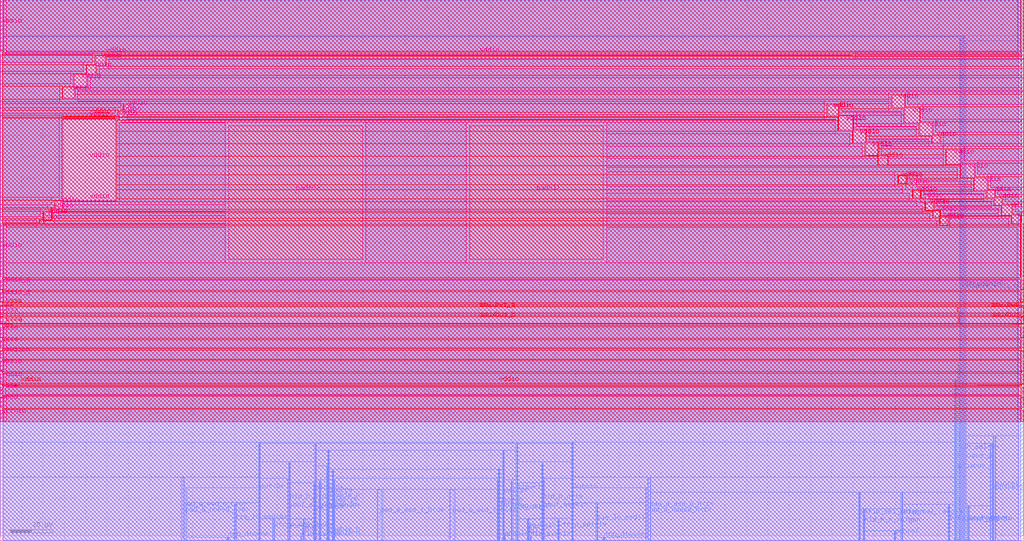
<source format=lef>
VERSION 5.7 ;
  NOWIREEXTENSIONATPIN ON ;
  DIVIDERCHAR "/" ;
  BUSBITCHARS "[]" ;
MACRO sky130_fd_io__corner_bus_overlay
  CLASS PAD ;
  FOREIGN sky130_fd_io__corner_bus_overlay ;
  ORIGIN 0.000 0.000 ;
  SIZE 200.000 BY 203.665 ;
  SYMMETRY X Y R90 ;
  PIN VSSA
    DIRECTION INOUT ;
    USE SIGNAL ;
    PORT
      LAYER met5 ;
        RECT 0.000 51.400 23.155 60.400 ;
    END
    PORT
      LAYER met5 ;
        RECT 0.000 40.500 1.335 43.750 ;
    END
    PORT
      LAYER met5 ;
        RECT 36.840 0.000 40.085 1.270 ;
    END
    PORT
      LAYER met5 ;
        RECT 47.735 0.000 56.735 26.820 ;
    END
    PORT
      LAYER met4 ;
        RECT 0.000 51.400 19.575 51.730 ;
    END
    PORT
      LAYER met4 ;
        RECT 0.000 40.400 1.335 43.850 ;
    END
    PORT
      LAYER met4 ;
        RECT 0.000 55.310 21.550 56.490 ;
    END
    PORT
      LAYER met4 ;
        RECT 0.000 60.070 23.175 60.400 ;
    END
    PORT
      LAYER met4 ;
        RECT 56.405 0.000 56.735 26.840 ;
    END
    PORT
      LAYER met4 ;
        RECT 51.645 0.000 52.825 21.555 ;
    END
    PORT
      LAYER met4 ;
        RECT 36.735 0.000 40.185 1.270 ;
    END
    PORT
      LAYER met4 ;
        RECT 47.735 0.000 48.065 23.240 ;
    END
  END VSSA
  PIN VSSIO
    DIRECTION INOUT ;
    USE SIGNAL ;
    PORT
      LAYER met5 ;
        RECT 0.000 179.450 1.435 203.665 ;
    END
    PORT
      LAYER met5 ;
        RECT 0.000 29.600 1.600 34.050 ;
    END
    PORT
      LAYER met5 ;
        RECT 25.935 0.000 30.385 1.270 ;
    END
    PORT
      LAYER met5 ;
        RECT 175.785 0.000 200.000 1.270 ;
    END
    PORT
      LAYER met4 ;
        RECT 0.000 29.500 1.600 34.150 ;
    END
    PORT
      LAYER met4 ;
        RECT 0.000 179.450 1.435 203.665 ;
    END
    PORT
      LAYER met4 ;
        RECT 175.785 0.000 200.000 1.270 ;
    END
    PORT
      LAYER met4 ;
        RECT 25.835 0.000 30.485 1.270 ;
    END
  END VSSIO
  PIN VSWITCH
    DIRECTION INOUT ;
    USE SIGNAL ;
    PORT
      LAYER met5 ;
        RECT 0.000 35.650 1.385 38.900 ;
    END
    PORT
      LAYER met5 ;
        RECT 31.985 0.000 35.235 1.270 ;
    END
    PORT
      LAYER met4 ;
        RECT 0.000 35.550 1.385 39.000 ;
    END
    PORT
      LAYER met4 ;
        RECT 31.885 0.000 35.335 1.270 ;
    END
  END VSWITCH
  PIN VSSD
    DIRECTION INOUT ;
    USE SIGNAL ;
    PORT
      LAYER met5 ;
        RECT 0.000 45.350 1.475 49.800 ;
    END
    PORT
      LAYER met5 ;
        RECT 41.685 0.000 46.135 1.270 ;
    END
    PORT
      LAYER met4 ;
        RECT 0.000 45.250 1.475 49.900 ;
    END
    PORT
      LAYER met4 ;
        RECT 41.585 0.000 46.235 1.270 ;
    END
  END VSSD
  PIN VSSIO_Q
    DIRECTION INOUT ;
    USE SIGNAL ;
    PORT
      LAYER met5 ;
        RECT 0.000 62.000 1.625 66.250 ;
    END
    PORT
      LAYER met5 ;
        RECT 58.335 0.000 62.585 1.270 ;
    END
    PORT
      LAYER met4 ;
        RECT 0.000 61.900 1.625 66.350 ;
    END
    PORT
      LAYER met4 ;
        RECT 58.235 0.000 62.685 1.270 ;
    END
  END VSSIO_Q
  PIN VDDIO_Q
    DIRECTION INOUT ;
    USE SIGNAL ;
    PORT
      LAYER met5 ;
        RECT 0.000 67.850 1.480 72.100 ;
    END
    PORT
      LAYER met5 ;
        RECT 64.185 0.000 68.435 1.270 ;
    END
    PORT
      LAYER met4 ;
        RECT 0.000 67.750 1.480 72.200 ;
    END
    PORT
      LAYER met4 ;
        RECT 64.085 0.000 68.535 1.270 ;
    END
  END VDDIO_Q
  PIN VDDIO
    DIRECTION INOUT ;
    USE SIGNAL ;
    PORT
      LAYER met5 ;
        RECT 0.000 73.700 2.645 98.650 ;
    END
    PORT
      LAYER met5 ;
        RECT 0.000 23.550 1.525 28.000 ;
    END
    PORT
      LAYER met5 ;
        RECT 19.885 0.000 24.335 1.270 ;
    END
    PORT
      LAYER met5 ;
        RECT 70.035 0.000 94.985 1.520 ;
    END
    PORT
      LAYER met4 ;
        RECT 0.000 23.450 1.525 28.100 ;
    END
    PORT
      LAYER met4 ;
        RECT 0.000 73.700 2.645 98.665 ;
    END
    PORT
      LAYER met4 ;
        RECT 70.035 0.000 95.000 1.520 ;
    END
    PORT
      LAYER met4 ;
        RECT 19.785 0.000 24.435 1.270 ;
    END
  END VDDIO
  PIN VDDA
    DIRECTION INOUT ;
    USE SIGNAL ;
    PORT
      LAYER met5 ;
        RECT 0.000 18.700 1.470 21.950 ;
    END
    PORT
      LAYER met5 ;
        RECT 15.035 0.000 18.285 1.255 ;
    END
    PORT
      LAYER met4 ;
        RECT 0.000 18.600 1.470 22.050 ;
    END
    PORT
      LAYER met4 ;
        RECT 14.935 0.000 18.385 1.255 ;
    END
  END VDDA
  PIN VCCHIB
    DIRECTION INOUT ;
    USE SIGNAL ;
    PORT
      LAYER met5 ;
        RECT 0.000 5.800 2.350 11.050 ;
    END
    PORT
      LAYER met5 ;
        RECT 2.135 0.000 7.385 1.270 ;
    END
    PORT
      LAYER met4 ;
        RECT 0.000 5.700 2.350 11.150 ;
    END
    PORT
      LAYER met4 ;
        RECT 2.035 0.000 7.485 1.270 ;
    END
  END VCCHIB
  PIN VCCD
    DIRECTION INOUT ;
    USE SIGNAL ;
    PORT
      LAYER met5 ;
        RECT 0.000 12.650 3.785 17.100 ;
    END
    PORT
      LAYER met5 ;
        RECT 8.985 0.000 13.435 1.270 ;
    END
    PORT
      LAYER met4 ;
        RECT 0.000 12.550 3.785 17.200 ;
    END
    PORT
      LAYER met4 ;
        RECT 8.885 0.000 13.535 1.270 ;
    END
  END VCCD
  PIN AMUXBUS_A
    DIRECTION INOUT ;
    USE SIGNAL ;
    PORT
      LAYER met4 ;
        RECT 0.000 56.790 22.910 59.770 ;
    END
    PORT
      LAYER met4 ;
        RECT 53.125 0.000 56.105 18.475 ;
    END
  END AMUXBUS_A
  PIN AMUXBUS_B
    DIRECTION INOUT ;
    USE SIGNAL ;
    PORT
      LAYER met4 ;
        RECT 0.000 52.030 20.935 55.010 ;
    END
    PORT
      LAYER met4 ;
        RECT 48.365 0.000 51.345 20.875 ;
    END
  END AMUXBUS_B
  OBS
      LAYER met4 ;
        RECT 1.835 179.050 200.000 203.665 ;
        RECT 0.000 99.065 200.000 179.050 ;
        RECT 3.045 73.300 200.000 99.065 ;
        RECT 0.000 72.600 200.000 73.300 ;
        RECT 1.880 67.350 200.000 72.600 ;
        RECT 0.000 66.750 200.000 67.350 ;
        RECT 2.025 61.500 200.000 66.750 ;
        RECT 0.000 60.800 200.000 61.500 ;
        RECT 23.575 59.670 200.000 60.800 ;
        RECT 23.310 56.390 200.000 59.670 ;
        RECT 21.950 54.910 200.000 56.390 ;
        RECT 21.335 51.630 200.000 54.910 ;
        RECT 19.975 51.000 200.000 51.630 ;
        RECT 0.000 50.300 200.000 51.000 ;
        RECT 1.875 44.850 200.000 50.300 ;
        RECT 0.000 44.250 200.000 44.850 ;
        RECT 1.735 40.000 200.000 44.250 ;
        RECT 0.000 39.400 200.000 40.000 ;
        RECT 1.785 35.150 200.000 39.400 ;
        RECT 0.000 34.550 200.000 35.150 ;
        RECT 2.000 29.100 200.000 34.550 ;
        RECT 0.000 28.500 200.000 29.100 ;
        RECT 1.925 27.240 200.000 28.500 ;
        RECT 1.925 23.640 56.005 27.240 ;
        RECT 1.925 23.050 47.335 23.640 ;
        RECT 0.000 22.450 47.335 23.050 ;
        RECT 1.870 18.200 47.335 22.450 ;
        RECT 48.465 21.955 56.005 23.640 ;
        RECT 48.465 21.275 51.245 21.955 ;
        RECT 53.225 18.875 56.005 21.955 ;
        RECT 0.000 17.600 47.335 18.200 ;
        RECT 4.185 12.150 47.335 17.600 ;
        RECT 0.000 11.550 47.335 12.150 ;
        POLYGON 0.000 5.700 0.400 5.700 0.400 5.300 ;
        RECT 0.400 5.300 2.035 5.700 ;
        RECT 2.750 5.300 47.335 11.550 ;
        RECT 0.000 1.670 47.335 5.300 ;
        RECT 0.000 1.255 1.635 1.670 ;
        RECT 7.885 1.255 8.485 1.670 ;
        RECT 13.935 1.655 19.385 1.670 ;
        RECT 13.935 1.255 14.535 1.655 ;
        RECT 18.785 1.255 19.385 1.655 ;
        RECT 24.835 1.255 25.435 1.670 ;
        RECT 30.885 1.255 31.485 1.670 ;
        RECT 35.735 1.255 36.335 1.670 ;
        RECT 40.585 1.255 41.185 1.670 ;
        RECT 46.635 1.255 47.335 1.670 ;
        RECT 57.135 1.920 200.000 27.240 ;
        RECT 57.135 1.670 69.635 1.920 ;
        RECT 57.135 1.255 57.835 1.670 ;
        RECT 63.085 1.255 63.685 1.670 ;
        RECT 68.935 1.255 69.635 1.670 ;
        RECT 95.400 1.670 200.000 1.920 ;
        RECT 95.400 1.255 175.385 1.670 ;
      LAYER met5 ;
        RECT 3.035 177.850 200.000 203.665 ;
        RECT 0.000 100.250 200.000 177.850 ;
        RECT 4.245 72.100 200.000 100.250 ;
        RECT 3.080 67.850 200.000 72.100 ;
        RECT 3.225 62.000 200.000 67.850 ;
        RECT 24.755 49.800 200.000 62.000 ;
        RECT 3.075 43.750 200.000 49.800 ;
        RECT 2.935 40.500 200.000 43.750 ;
        RECT 2.985 35.650 200.000 40.500 ;
        RECT 3.200 28.420 200.000 35.650 ;
        RECT 3.200 28.000 46.135 28.420 ;
        RECT 3.125 21.950 46.135 28.000 ;
        RECT 3.070 18.700 46.135 21.950 ;
        RECT 5.385 11.050 46.135 18.700 ;
        POLYGON 0.000 5.800 1.600 5.800 1.600 4.200 ;
        RECT 1.600 4.200 2.135 5.800 ;
        RECT 3.950 4.200 46.135 11.050 ;
        RECT 0.000 2.870 46.135 4.200 ;
        RECT 58.335 3.120 200.000 28.420 ;
        RECT 58.335 2.870 68.435 3.120 ;
        RECT 96.585 2.870 200.000 3.120 ;
        RECT 0.000 0.000 0.535 2.870 ;
        RECT 15.035 2.855 18.285 2.870 ;
        RECT 96.585 0.000 174.185 2.870 ;
  END
END sky130_fd_io__corner_bus_overlay

#--------EOF---------

MACRO sky130_fd_io__hvclampv2
  CLASS BLOCK ;
  FOREIGN sky130_fd_io__hvclampv2 ;
  ORIGIN 0.000 0.000 ;
  SIZE 75.000 BY 200.000 ;
  SYMMETRY R90 ;
  PIN vssd
    DIRECTION INOUT ;
    USE GROUND ;
    PORT
      LAYER met1 ;
        RECT 47.685 23.960 51.315 42.480 ;
    END
    PORT
      LAYER met1 ;
        RECT 3.105 38.815 5.615 42.480 ;
    END
    PORT
      LAYER met1 ;
        RECT 3.105 38.745 5.545 38.815 ;
    END
    PORT
      LAYER met1 ;
        RECT 3.105 38.675 5.475 38.745 ;
    END
    PORT
      LAYER met1 ;
        RECT 3.105 38.605 5.405 38.675 ;
    END
    PORT
      LAYER met1 ;
        RECT 3.105 38.535 5.335 38.605 ;
    END
    PORT
      LAYER met1 ;
        RECT 3.105 38.465 5.265 38.535 ;
    END
    PORT
      LAYER met1 ;
        RECT 3.105 38.395 5.195 38.465 ;
    END
    PORT
      LAYER met1 ;
        RECT 3.105 38.325 5.125 38.395 ;
    END
    PORT
      LAYER met1 ;
        RECT 3.105 38.255 5.055 38.325 ;
    END
    PORT
      LAYER met1 ;
        RECT 3.105 38.185 4.985 38.255 ;
    END
    PORT
      LAYER met1 ;
        RECT 3.105 38.115 4.915 38.185 ;
    END
    PORT
      LAYER met1 ;
        RECT 3.105 38.045 4.845 38.115 ;
    END
    PORT
      LAYER met1 ;
        RECT 3.105 37.975 4.775 38.045 ;
    END
    PORT
      LAYER met1 ;
        RECT 3.105 29.155 4.705 37.975 ;
    END
    PORT
      LAYER met1 ;
        RECT 3.100 23.905 11.830 27.590 ;
    END
    PORT
      LAYER met1 ;
        RECT 3.100 23.835 11.760 23.905 ;
    END
    PORT
      LAYER met1 ;
        RECT 3.100 23.765 11.690 23.835 ;
    END
    PORT
      LAYER met1 ;
        RECT 3.100 23.695 11.620 23.765 ;
    END
    PORT
      LAYER met1 ;
        RECT 3.100 23.625 11.550 23.695 ;
    END
    PORT
      LAYER met1 ;
        RECT 3.100 23.555 11.480 23.625 ;
    END
    PORT
      LAYER met1 ;
        RECT 3.100 23.485 11.410 23.555 ;
    END
    PORT
      LAYER met1 ;
        RECT 3.100 23.415 11.340 23.485 ;
    END
    PORT
      LAYER met1 ;
        RECT 3.100 23.345 11.270 23.415 ;
    END
    PORT
      LAYER met1 ;
        RECT 3.100 23.275 11.200 23.345 ;
    END
    PORT
      LAYER met1 ;
        RECT 3.100 23.205 11.130 23.275 ;
    END
    PORT
      LAYER met1 ;
        RECT 3.100 23.135 11.060 23.205 ;
    END
    PORT
      LAYER met1 ;
        RECT 3.100 23.065 10.990 23.135 ;
    END
    PORT
      LAYER met1 ;
        RECT 3.100 22.995 10.920 23.065 ;
    END
    PORT
      LAYER met1 ;
        RECT 3.100 22.925 10.850 22.995 ;
    END
    PORT
      LAYER met1 ;
        RECT 3.100 22.855 10.780 22.925 ;
    END
    PORT
      LAYER met1 ;
        RECT 3.100 22.785 10.710 22.855 ;
    END
    PORT
      LAYER met1 ;
        RECT 3.100 22.715 10.640 22.785 ;
    END
    PORT
      LAYER met1 ;
        RECT 3.100 22.645 10.570 22.715 ;
    END
    PORT
      LAYER met1 ;
        RECT 3.100 22.575 10.500 22.645 ;
    END
    PORT
      LAYER met1 ;
        RECT 3.100 22.505 10.430 22.575 ;
    END
    PORT
      LAYER met1 ;
        RECT 3.100 22.435 10.360 22.505 ;
    END
    PORT
      LAYER met1 ;
        RECT 3.100 22.365 10.290 22.435 ;
    END
    PORT
      LAYER met1 ;
        RECT 3.100 22.295 10.220 22.365 ;
    END
    PORT
      LAYER met1 ;
        RECT 3.100 22.225 10.150 22.295 ;
    END
    PORT
      LAYER met1 ;
        RECT 3.100 22.155 10.080 22.225 ;
    END
    PORT
      LAYER met1 ;
        RECT 3.100 22.085 10.010 22.155 ;
    END
    PORT
      LAYER met1 ;
        RECT 3.100 22.015 9.940 22.085 ;
    END
    PORT
      LAYER met1 ;
        RECT 3.100 21.945 9.870 22.015 ;
    END
    PORT
      LAYER met1 ;
        RECT 3.100 21.875 9.800 21.945 ;
    END
    PORT
      LAYER met1 ;
        RECT 3.100 21.805 9.730 21.875 ;
    END
    PORT
      LAYER met1 ;
        RECT 3.100 21.735 9.660 21.805 ;
    END
    PORT
      LAYER met1 ;
        RECT 3.100 21.665 9.590 21.735 ;
    END
    PORT
      LAYER met1 ;
        RECT 3.100 21.595 9.520 21.665 ;
    END
    PORT
      LAYER met1 ;
        RECT 3.100 21.525 9.450 21.595 ;
    END
    PORT
      LAYER met1 ;
        RECT 3.100 21.455 9.380 21.525 ;
    END
    PORT
      LAYER met1 ;
        RECT 3.100 21.385 9.310 21.455 ;
    END
    PORT
      LAYER met1 ;
        RECT 3.100 21.315 9.240 21.385 ;
    END
    PORT
      LAYER met1 ;
        RECT 3.100 21.245 9.170 21.315 ;
    END
    PORT
      LAYER met1 ;
        RECT 3.100 21.175 9.100 21.245 ;
    END
    PORT
      LAYER met1 ;
        RECT 3.100 21.105 9.030 21.175 ;
    END
    PORT
      LAYER met1 ;
        RECT 3.100 21.035 8.960 21.105 ;
    END
    PORT
      LAYER met1 ;
        RECT 3.100 20.965 8.890 21.035 ;
    END
    PORT
      LAYER met1 ;
        RECT 3.100 20.895 8.820 20.965 ;
    END
    PORT
      LAYER met1 ;
        RECT 3.100 20.825 8.750 20.895 ;
    END
    PORT
      LAYER met1 ;
        RECT 3.100 20.755 8.680 20.825 ;
    END
    PORT
      LAYER met1 ;
        RECT 3.100 20.685 8.610 20.755 ;
    END
    PORT
      LAYER met1 ;
        RECT 3.100 20.615 8.540 20.685 ;
    END
    PORT
      LAYER met1 ;
        RECT 3.100 20.545 8.470 20.615 ;
    END
    PORT
      LAYER met1 ;
        RECT 3.100 20.475 8.400 20.545 ;
    END
    PORT
      LAYER met1 ;
        RECT 3.100 0.010 8.330 20.475 ;
    END
  END vssd
  PIN ogc_hvc
    DIRECTION INOUT ;
    USE POWER ;
    PORT
      LAYER met2 ;
        RECT 25.895 0.000 27.895 1.920 ;
    END
  END ogc_hvc
  PIN src_bdy_hvc
    DIRECTION INOUT ;
    USE GROUND ;
    PORT
      LAYER met3 ;
        RECT 15.500 172.640 25.010 195.075 ;
    END
    PORT
      LAYER met3 ;
        RECT 15.500 172.580 24.950 172.640 ;
    END
    PORT
      LAYER met3 ;
        RECT 15.500 172.430 24.800 172.580 ;
    END
    PORT
      LAYER met3 ;
        RECT 15.500 172.280 24.650 172.430 ;
    END
    PORT
      LAYER met3 ;
        RECT 15.500 172.130 24.500 172.280 ;
    END
    PORT
      LAYER met3 ;
        RECT 15.500 171.980 24.350 172.130 ;
    END
    PORT
      LAYER met3 ;
        RECT 15.500 171.830 24.200 171.980 ;
    END
    PORT
      LAYER met3 ;
        RECT 15.500 171.680 24.050 171.830 ;
    END
    PORT
      LAYER met3 ;
        RECT 15.500 171.530 23.900 171.680 ;
    END
    PORT
      LAYER met3 ;
        RECT 15.500 171.380 23.750 171.530 ;
    END
    PORT
      LAYER met3 ;
        RECT 15.500 171.230 23.600 171.380 ;
    END
    PORT
      LAYER met3 ;
        RECT 15.500 171.080 23.450 171.230 ;
    END
    PORT
      LAYER met3 ;
        RECT 15.500 170.930 23.300 171.080 ;
    END
    PORT
      LAYER met3 ;
        RECT 15.500 170.780 23.150 170.930 ;
    END
    PORT
      LAYER met3 ;
        RECT 15.500 170.630 23.000 170.780 ;
    END
    PORT
      LAYER met3 ;
        RECT 15.500 170.480 22.850 170.630 ;
    END
    PORT
      LAYER met3 ;
        RECT 15.500 170.330 22.700 170.480 ;
    END
    PORT
      LAYER met3 ;
        RECT 15.500 170.180 22.550 170.330 ;
    END
    PORT
      LAYER met3 ;
        RECT 15.500 170.030 22.400 170.180 ;
    END
    PORT
      LAYER met3 ;
        RECT 15.500 169.880 22.250 170.030 ;
    END
    PORT
      LAYER met3 ;
        RECT 15.500 169.730 22.100 169.880 ;
    END
    PORT
      LAYER met3 ;
        RECT 15.500 169.580 21.950 169.730 ;
    END
    PORT
      LAYER met3 ;
        RECT 15.500 169.430 21.800 169.580 ;
    END
    PORT
      LAYER met3 ;
        RECT 15.500 169.280 21.650 169.430 ;
    END
    PORT
      LAYER met3 ;
        RECT 15.500 102.200 21.500 169.280 ;
    END
    PORT
      LAYER met3 ;
        RECT 25.930 175.350 36.820 195.075 ;
    END
    PORT
      LAYER met3 ;
        RECT 25.930 175.260 36.730 175.350 ;
    END
    PORT
      LAYER met3 ;
        RECT 25.930 175.110 36.580 175.260 ;
    END
    PORT
      LAYER met3 ;
        RECT 25.930 174.960 36.430 175.110 ;
    END
    PORT
      LAYER met3 ;
        RECT 25.930 174.810 36.280 174.960 ;
    END
    PORT
      LAYER met3 ;
        RECT 25.930 174.660 36.130 174.810 ;
    END
    PORT
      LAYER met3 ;
        RECT 25.930 174.510 35.980 174.660 ;
    END
    PORT
      LAYER met3 ;
        RECT 25.930 174.360 35.830 174.510 ;
    END
    PORT
      LAYER met3 ;
        RECT 25.930 174.210 35.680 174.360 ;
    END
    PORT
      LAYER met3 ;
        RECT 25.930 174.060 35.530 174.210 ;
    END
    PORT
      LAYER met3 ;
        RECT 25.930 173.910 35.380 174.060 ;
    END
    PORT
      LAYER met3 ;
        RECT 25.930 173.760 35.230 173.910 ;
    END
    PORT
      LAYER met3 ;
        RECT 25.930 173.610 35.080 173.760 ;
    END
    PORT
      LAYER met3 ;
        RECT 25.930 173.460 34.930 173.610 ;
    END
    PORT
      LAYER met3 ;
        RECT 25.930 173.310 34.780 173.460 ;
    END
    PORT
      LAYER met3 ;
        RECT 25.930 173.160 34.630 173.310 ;
    END
    PORT
      LAYER met3 ;
        RECT 25.930 173.010 34.480 173.160 ;
    END
    PORT
      LAYER met3 ;
        RECT 25.930 172.860 34.330 173.010 ;
    END
    PORT
      LAYER met3 ;
        RECT 25.930 172.710 34.180 172.860 ;
    END
    PORT
      LAYER met3 ;
        RECT 25.930 172.560 34.030 172.710 ;
    END
    PORT
      LAYER met3 ;
        RECT 25.930 172.410 33.880 172.560 ;
    END
    PORT
      LAYER met3 ;
        RECT 25.930 172.260 33.730 172.410 ;
    END
    PORT
      LAYER met3 ;
        RECT 25.930 172.110 33.580 172.260 ;
    END
    PORT
      LAYER met3 ;
        RECT 25.930 171.960 33.430 172.110 ;
    END
    PORT
      LAYER met3 ;
        RECT 25.930 171.810 33.280 171.960 ;
    END
    PORT
      LAYER met3 ;
        RECT 25.930 171.660 33.130 171.810 ;
    END
    PORT
      LAYER met3 ;
        RECT 25.930 171.510 32.980 171.660 ;
    END
    PORT
      LAYER met3 ;
        RECT 25.930 171.360 32.830 171.510 ;
    END
    PORT
      LAYER met3 ;
        RECT 25.930 171.210 32.680 171.360 ;
    END
    PORT
      LAYER met3 ;
        RECT 25.930 171.060 32.530 171.210 ;
    END
    PORT
      LAYER met3 ;
        RECT 25.930 170.910 32.380 171.060 ;
    END
    PORT
      LAYER met3 ;
        RECT 25.930 170.760 32.230 170.910 ;
    END
    PORT
      LAYER met3 ;
        RECT 25.930 170.610 32.080 170.760 ;
    END
    PORT
      LAYER met3 ;
        RECT 25.930 102.390 31.930 170.610 ;
    END
    PORT
      LAYER met3 ;
        RECT 15.645 102.055 23.980 102.200 ;
    END
    PORT
      LAYER met3 ;
        RECT 15.795 101.905 24.125 102.055 ;
    END
    PORT
      LAYER met3 ;
        RECT 15.945 101.755 24.275 101.905 ;
    END
    PORT
      LAYER met3 ;
        RECT 16.095 101.605 24.425 101.755 ;
    END
    PORT
      LAYER met3 ;
        RECT 16.245 101.455 24.575 101.605 ;
    END
    PORT
      LAYER met3 ;
        RECT 16.395 101.305 24.725 101.455 ;
    END
    PORT
      LAYER met3 ;
        RECT 16.545 101.155 24.875 101.305 ;
    END
    PORT
      LAYER met3 ;
        RECT 16.695 101.005 25.025 101.155 ;
    END
    PORT
      LAYER met3 ;
        RECT 16.845 100.855 25.175 101.005 ;
    END
    PORT
      LAYER met3 ;
        RECT 16.995 100.705 25.325 100.855 ;
    END
    PORT
      LAYER met3 ;
        RECT 17.145 100.555 25.475 100.705 ;
    END
    PORT
      LAYER met3 ;
        RECT 17.295 100.405 25.625 100.555 ;
    END
    PORT
      LAYER met3 ;
        RECT 17.445 100.255 25.775 100.405 ;
    END
    PORT
      LAYER met3 ;
        RECT 17.595 100.105 25.925 100.255 ;
    END
    PORT
      LAYER met3 ;
        RECT 17.745 99.955 26.075 100.105 ;
    END
    PORT
      LAYER met3 ;
        RECT 17.895 99.805 26.225 99.955 ;
    END
    PORT
      LAYER met3 ;
        RECT 18.045 99.655 26.375 99.805 ;
    END
    PORT
      LAYER met3 ;
        RECT 18.195 99.505 26.525 99.655 ;
    END
    PORT
      LAYER met3 ;
        RECT 18.345 99.355 26.675 99.505 ;
    END
    PORT
      LAYER met3 ;
        RECT 18.495 99.205 26.825 99.355 ;
    END
    PORT
      LAYER met3 ;
        RECT 18.645 99.055 26.975 99.205 ;
    END
    PORT
      LAYER met3 ;
        RECT 18.795 98.905 27.125 99.055 ;
    END
    PORT
      LAYER met3 ;
        RECT 18.945 98.755 27.275 98.905 ;
    END
    PORT
      LAYER met3 ;
        RECT 19.095 98.605 27.425 98.755 ;
    END
    PORT
      LAYER met3 ;
        RECT 19.245 98.455 27.575 98.605 ;
    END
    PORT
      LAYER met3 ;
        RECT 19.395 98.305 27.725 98.455 ;
    END
    PORT
      LAYER met3 ;
        RECT 19.545 98.155 27.875 98.305 ;
    END
    PORT
      LAYER met3 ;
        RECT 19.695 98.005 28.025 98.155 ;
    END
    PORT
      LAYER met3 ;
        RECT 19.845 97.855 28.175 98.005 ;
    END
    PORT
      LAYER met3 ;
        RECT 19.995 97.705 28.325 97.855 ;
    END
    PORT
      LAYER met3 ;
        RECT 20.145 97.555 28.475 97.705 ;
    END
    PORT
      LAYER met3 ;
        RECT 20.295 97.405 28.625 97.555 ;
    END
    PORT
      LAYER met3 ;
        RECT 20.445 97.255 28.775 97.405 ;
    END
    PORT
      LAYER met3 ;
        RECT 20.595 97.105 28.925 97.255 ;
    END
    PORT
      LAYER met3 ;
        RECT 20.745 96.955 29.075 97.105 ;
    END
    PORT
      LAYER met3 ;
        RECT 20.895 96.805 29.225 96.955 ;
    END
    PORT
      LAYER met3 ;
        RECT 21.045 96.655 29.375 96.805 ;
    END
    PORT
      LAYER met3 ;
        RECT 21.195 96.505 29.525 96.655 ;
    END
    PORT
      LAYER met3 ;
        RECT 21.345 96.355 29.525 96.505 ;
    END
    PORT
      LAYER met3 ;
        RECT 21.495 96.205 29.525 96.355 ;
    END
    PORT
      LAYER met3 ;
        RECT 21.645 96.055 29.525 96.205 ;
    END
    PORT
      LAYER met3 ;
        RECT 21.795 95.905 29.525 96.055 ;
    END
    PORT
      LAYER met3 ;
        RECT 21.945 95.755 29.525 95.905 ;
    END
    PORT
      LAYER met3 ;
        RECT 22.095 95.605 29.525 95.755 ;
    END
    PORT
      LAYER met3 ;
        RECT 22.245 95.455 29.525 95.605 ;
    END
    PORT
      LAYER met3 ;
        RECT 22.395 95.305 29.525 95.455 ;
    END
    PORT
      LAYER met3 ;
        RECT 22.545 95.155 29.525 95.305 ;
    END
    PORT
      LAYER met3 ;
        RECT 22.695 95.005 29.525 95.155 ;
    END
    PORT
      LAYER met3 ;
        RECT 22.845 94.855 29.525 95.005 ;
    END
    PORT
      LAYER met3 ;
        RECT 22.995 94.705 29.525 94.855 ;
    END
    PORT
      LAYER met3 ;
        RECT 23.145 94.555 29.525 94.705 ;
    END
    PORT
      LAYER met3 ;
        RECT 23.295 94.405 29.525 94.555 ;
    END
    PORT
      LAYER met3 ;
        RECT 23.445 94.255 29.525 94.405 ;
    END
    PORT
      LAYER met3 ;
        RECT 23.595 94.105 29.525 94.255 ;
    END
    PORT
      LAYER met3 ;
        RECT 23.745 92.540 29.525 94.105 ;
    END
    PORT
      LAYER met3 ;
        RECT 26.025 102.295 34.400 102.390 ;
    END
    PORT
      LAYER met3 ;
        RECT 26.175 102.145 34.495 102.295 ;
    END
    PORT
      LAYER met3 ;
        RECT 26.325 101.995 34.645 102.145 ;
    END
    PORT
      LAYER met3 ;
        RECT 26.475 101.845 34.795 101.995 ;
    END
    PORT
      LAYER met3 ;
        RECT 26.625 101.695 34.945 101.845 ;
    END
    PORT
      LAYER met3 ;
        RECT 26.775 101.545 35.095 101.695 ;
    END
    PORT
      LAYER met3 ;
        RECT 26.925 101.395 35.245 101.545 ;
    END
    PORT
      LAYER met3 ;
        RECT 27.075 101.245 35.395 101.395 ;
    END
    PORT
      LAYER met3 ;
        RECT 27.225 101.095 35.545 101.245 ;
    END
    PORT
      LAYER met3 ;
        RECT 27.375 100.945 35.695 101.095 ;
    END
    PORT
      LAYER met3 ;
        RECT 27.525 100.795 35.845 100.945 ;
    END
    PORT
      LAYER met3 ;
        RECT 27.675 100.645 35.995 100.795 ;
    END
    PORT
      LAYER met3 ;
        RECT 27.825 100.495 36.145 100.645 ;
    END
    PORT
      LAYER met3 ;
        RECT 27.975 100.345 36.295 100.495 ;
    END
    PORT
      LAYER met3 ;
        RECT 28.125 100.195 36.445 100.345 ;
    END
    PORT
      LAYER met3 ;
        RECT 28.275 100.045 36.595 100.195 ;
    END
    PORT
      LAYER met3 ;
        RECT 28.425 99.895 36.745 100.045 ;
    END
    PORT
      LAYER met3 ;
        RECT 28.495 99.825 36.895 99.895 ;
    END
    PORT
      LAYER met3 ;
        RECT 28.645 99.675 36.895 99.825 ;
    END
    PORT
      LAYER met3 ;
        RECT 28.795 99.525 36.895 99.675 ;
    END
    PORT
      LAYER met3 ;
        RECT 28.945 99.375 36.895 99.525 ;
    END
    PORT
      LAYER met3 ;
        RECT 29.095 99.225 36.895 99.375 ;
    END
    PORT
      LAYER met3 ;
        RECT 29.245 99.075 36.895 99.225 ;
    END
    PORT
      LAYER met3 ;
        RECT 29.395 98.925 36.895 99.075 ;
    END
    PORT
      LAYER met3 ;
        RECT 29.545 98.775 36.895 98.925 ;
    END
    PORT
      LAYER met3 ;
        RECT 29.695 98.625 36.895 98.775 ;
    END
    PORT
      LAYER met3 ;
        RECT 29.845 98.475 36.895 98.625 ;
    END
    PORT
      LAYER met3 ;
        RECT 29.995 98.325 36.895 98.475 ;
    END
    PORT
      LAYER met3 ;
        RECT 30.145 98.175 36.895 98.325 ;
    END
    PORT
      LAYER met3 ;
        RECT 30.295 98.025 36.895 98.175 ;
    END
    PORT
      LAYER met3 ;
        RECT 30.445 97.875 36.895 98.025 ;
    END
    PORT
      LAYER met3 ;
        RECT 30.595 97.725 36.895 97.875 ;
    END
    PORT
      LAYER met3 ;
        RECT 30.745 97.575 36.895 97.725 ;
    END
    PORT
      LAYER met3 ;
        RECT 30.895 97.425 36.895 97.575 ;
    END
    PORT
      LAYER met3 ;
        RECT 31.045 97.275 36.895 97.425 ;
    END
    PORT
      LAYER met3 ;
        RECT 31.195 97.125 36.895 97.275 ;
    END
    PORT
      LAYER met3 ;
        RECT 31.345 96.975 36.895 97.125 ;
    END
    PORT
      LAYER met3 ;
        RECT 31.495 96.825 36.895 96.975 ;
    END
    PORT
      LAYER met3 ;
        RECT 31.645 96.675 36.895 96.825 ;
    END
    PORT
      LAYER met3 ;
        RECT 31.795 96.525 36.895 96.675 ;
    END
    PORT
      LAYER met3 ;
        RECT 31.945 0.000 36.895 96.525 ;
    END
    PORT
      LAYER met3 ;
        RECT 23.820 92.465 30.085 92.540 ;
    END
    PORT
      LAYER met3 ;
        RECT 23.895 92.390 30.160 92.465 ;
    END
    PORT
      LAYER met2 ;
        RECT 0.495 0.000 24.395 2.055 ;
    END
    PORT
      LAYER met2 ;
        RECT 0.935 2.055 24.395 18.490 ;
    END
    PORT
      LAYER met2 ;
        RECT 0.935 18.490 15.205 41.950 ;
    END
    PORT
      LAYER met2 ;
        RECT 54.670 36.115 56.915 39.665 ;
    END
    PORT
      LAYER met2 ;
        RECT 0.935 41.950 14.120 195.075 ;
    END
  END src_bdy_hvc
  PIN drn_hvc
    DIRECTION INOUT ;
    USE POWER ;
    PORT
      LAYER met3 ;
        RECT 42.855 108.150 48.855 190.020 ;
    END
    PORT
      LAYER met3 ;
        RECT 53.285 107.960 59.285 190.040 ;
    END
    PORT
      LAYER met3 ;
        RECT 40.385 108.055 48.760 108.150 ;
    END
    PORT
      LAYER met3 ;
        RECT 40.290 107.905 48.610 108.055 ;
    END
    PORT
      LAYER met3 ;
        RECT 40.140 107.755 48.460 107.905 ;
    END
    PORT
      LAYER met3 ;
        RECT 39.990 107.605 48.310 107.755 ;
    END
    PORT
      LAYER met3 ;
        RECT 39.840 107.455 48.160 107.605 ;
    END
    PORT
      LAYER met3 ;
        RECT 39.690 107.305 48.010 107.455 ;
    END
    PORT
      LAYER met3 ;
        RECT 39.540 107.155 47.860 107.305 ;
    END
    PORT
      LAYER met3 ;
        RECT 39.390 107.005 47.710 107.155 ;
    END
    PORT
      LAYER met3 ;
        RECT 39.240 106.855 47.560 107.005 ;
    END
    PORT
      LAYER met3 ;
        RECT 39.090 106.705 47.410 106.855 ;
    END
    PORT
      LAYER met3 ;
        RECT 38.940 106.555 47.260 106.705 ;
    END
    PORT
      LAYER met3 ;
        RECT 38.790 106.405 47.110 106.555 ;
    END
    PORT
      LAYER met3 ;
        RECT 38.640 106.255 46.960 106.405 ;
    END
    PORT
      LAYER met3 ;
        RECT 38.490 106.105 46.810 106.255 ;
    END
    PORT
      LAYER met3 ;
        RECT 38.340 105.955 46.660 106.105 ;
    END
    PORT
      LAYER met3 ;
        RECT 38.190 105.805 46.510 105.955 ;
    END
    PORT
      LAYER met3 ;
        RECT 38.040 105.655 46.360 105.805 ;
    END
    PORT
      LAYER met3 ;
        RECT 50.805 107.905 59.230 107.960 ;
    END
    PORT
      LAYER met3 ;
        RECT 50.750 107.755 59.080 107.905 ;
    END
    PORT
      LAYER met3 ;
        RECT 50.600 107.605 58.930 107.755 ;
    END
    PORT
      LAYER met3 ;
        RECT 50.450 107.455 58.780 107.605 ;
    END
    PORT
      LAYER met3 ;
        RECT 50.300 107.305 58.630 107.455 ;
    END
    PORT
      LAYER met3 ;
        RECT 50.150 107.155 58.480 107.305 ;
    END
    PORT
      LAYER met3 ;
        RECT 50.000 107.005 58.330 107.155 ;
    END
    PORT
      LAYER met3 ;
        RECT 49.850 106.855 58.180 107.005 ;
    END
    PORT
      LAYER met3 ;
        RECT 49.700 106.705 58.030 106.855 ;
    END
    PORT
      LAYER met3 ;
        RECT 49.550 106.555 57.880 106.705 ;
    END
    PORT
      LAYER met3 ;
        RECT 49.400 106.405 57.730 106.555 ;
    END
    PORT
      LAYER met3 ;
        RECT 49.250 106.255 57.580 106.405 ;
    END
    PORT
      LAYER met3 ;
        RECT 49.100 106.105 57.430 106.255 ;
    END
    PORT
      LAYER met3 ;
        RECT 48.950 105.955 57.280 106.105 ;
    END
    PORT
      LAYER met3 ;
        RECT 48.800 105.805 57.130 105.955 ;
    END
    PORT
      LAYER met3 ;
        RECT 48.650 105.655 56.980 105.805 ;
    END
    PORT
      LAYER met3 ;
        RECT 48.500 105.505 56.830 105.655 ;
    END
    PORT
      LAYER met3 ;
        RECT 48.350 105.355 56.680 105.505 ;
    END
    PORT
      LAYER met3 ;
        RECT 48.200 105.205 56.530 105.355 ;
    END
    PORT
      LAYER met3 ;
        RECT 48.050 105.055 56.380 105.205 ;
    END
    PORT
      LAYER met3 ;
        RECT 47.900 104.905 56.230 105.055 ;
    END
    PORT
      LAYER met3 ;
        RECT 47.750 104.755 56.080 104.905 ;
    END
    PORT
      LAYER met3 ;
        RECT 47.600 104.605 55.930 104.755 ;
    END
    PORT
      LAYER met3 ;
        RECT 47.450 104.455 55.780 104.605 ;
    END
    PORT
      LAYER met3 ;
        RECT 47.300 104.305 55.630 104.455 ;
    END
    PORT
      LAYER met3 ;
        RECT 47.150 104.155 55.480 104.305 ;
    END
    PORT
      LAYER met3 ;
        RECT 47.000 104.005 55.330 104.155 ;
    END
    PORT
      LAYER met3 ;
        RECT 46.850 103.855 55.180 104.005 ;
    END
    PORT
      LAYER met3 ;
        RECT 46.700 103.705 55.030 103.855 ;
    END
    PORT
      LAYER met3 ;
        RECT 46.550 103.555 54.880 103.705 ;
    END
    PORT
      LAYER met3 ;
        RECT 46.400 103.405 54.730 103.555 ;
    END
    PORT
      LAYER met3 ;
        RECT 46.250 103.255 54.580 103.405 ;
    END
    PORT
      LAYER met3 ;
        RECT 46.100 103.105 54.430 103.255 ;
    END
    PORT
      LAYER met3 ;
        RECT 45.950 102.955 54.280 103.105 ;
    END
    PORT
      LAYER met3 ;
        RECT 45.800 102.805 54.130 102.955 ;
    END
    PORT
      LAYER met3 ;
        RECT 45.650 102.655 53.980 102.805 ;
    END
    PORT
      LAYER met3 ;
        RECT 45.500 102.505 53.830 102.655 ;
    END
    PORT
      LAYER met3 ;
        RECT 37.890 105.585 46.290 105.655 ;
    END
    PORT
      LAYER met3 ;
        RECT 37.890 105.435 46.140 105.585 ;
    END
    PORT
      LAYER met3 ;
        RECT 37.890 105.285 45.990 105.435 ;
    END
    PORT
      LAYER met3 ;
        RECT 37.890 105.135 45.840 105.285 ;
    END
    PORT
      LAYER met3 ;
        RECT 37.890 104.985 45.690 105.135 ;
    END
    PORT
      LAYER met3 ;
        RECT 37.890 104.835 45.540 104.985 ;
    END
    PORT
      LAYER met3 ;
        RECT 37.890 104.685 45.390 104.835 ;
    END
    PORT
      LAYER met3 ;
        RECT 37.890 104.535 45.240 104.685 ;
    END
    PORT
      LAYER met3 ;
        RECT 37.890 104.385 45.090 104.535 ;
    END
    PORT
      LAYER met3 ;
        RECT 37.890 104.235 44.940 104.385 ;
    END
    PORT
      LAYER met3 ;
        RECT 37.890 104.085 44.790 104.235 ;
    END
    PORT
      LAYER met3 ;
        RECT 37.890 103.935 44.640 104.085 ;
    END
    PORT
      LAYER met3 ;
        RECT 37.890 103.785 44.490 103.935 ;
    END
    PORT
      LAYER met3 ;
        RECT 37.890 103.635 44.340 103.785 ;
    END
    PORT
      LAYER met3 ;
        RECT 37.890 103.485 44.190 103.635 ;
    END
    PORT
      LAYER met3 ;
        RECT 37.890 103.335 44.040 103.485 ;
    END
    PORT
      LAYER met3 ;
        RECT 37.890 103.185 43.890 103.335 ;
    END
    PORT
      LAYER met3 ;
        RECT 37.890 103.035 43.740 103.185 ;
    END
    PORT
      LAYER met3 ;
        RECT 37.890 102.885 43.590 103.035 ;
    END
    PORT
      LAYER met3 ;
        RECT 37.890 102.735 43.440 102.885 ;
    END
    PORT
      LAYER met3 ;
        RECT 37.890 102.585 43.290 102.735 ;
    END
    PORT
      LAYER met3 ;
        RECT 37.890 102.435 43.140 102.585 ;
    END
    PORT
      LAYER met3 ;
        RECT 37.890 102.285 42.990 102.435 ;
    END
    PORT
      LAYER met3 ;
        RECT 37.890 0.000 42.840 102.285 ;
    END
    PORT
      LAYER met3 ;
        RECT 44.835 98.300 51.040 99.715 ;
    END
    PORT
      LAYER met3 ;
        RECT 45.350 100.165 51.490 102.505 ;
    END
    PORT
      LAYER met3 ;
        RECT 45.285 100.015 51.340 100.165 ;
    END
    PORT
      LAYER met3 ;
        RECT 45.135 99.865 51.190 100.015 ;
    END
    PORT
      LAYER met3 ;
        RECT 44.985 99.715 51.040 99.865 ;
    END
    PORT
      LAYER met2 ;
        RECT 50.390 0.000 74.290 25.660 ;
    END
    PORT
      LAYER met2 ;
        RECT 55.885 25.660 74.290 25.730 ;
    END
    PORT
      LAYER met2 ;
        RECT 55.955 25.730 74.290 25.800 ;
    END
    PORT
      LAYER met2 ;
        RECT 56.025 25.800 74.290 25.870 ;
    END
    PORT
      LAYER met2 ;
        RECT 56.095 25.870 74.290 25.940 ;
    END
    PORT
      LAYER met2 ;
        RECT 56.165 25.940 74.290 26.010 ;
    END
    PORT
      LAYER met2 ;
        RECT 56.235 26.010 74.290 26.080 ;
    END
    PORT
      LAYER met2 ;
        RECT 56.305 26.080 74.290 26.150 ;
    END
    PORT
      LAYER met2 ;
        RECT 56.375 26.150 74.290 26.220 ;
    END
    PORT
      LAYER met2 ;
        RECT 56.445 26.220 74.290 26.290 ;
    END
    PORT
      LAYER met2 ;
        RECT 56.515 26.290 74.290 26.360 ;
    END
    PORT
      LAYER met2 ;
        RECT 56.585 26.360 74.290 26.430 ;
    END
    PORT
      LAYER met2 ;
        RECT 56.655 26.430 74.290 26.500 ;
    END
    PORT
      LAYER met2 ;
        RECT 56.725 26.500 74.290 26.570 ;
    END
    PORT
      LAYER met2 ;
        RECT 56.795 26.570 74.290 26.640 ;
    END
    PORT
      LAYER met2 ;
        RECT 56.865 26.640 74.290 26.710 ;
    END
    PORT
      LAYER met2 ;
        RECT 56.935 26.710 74.290 26.780 ;
    END
    PORT
      LAYER met2 ;
        RECT 57.005 26.780 74.290 26.850 ;
    END
    PORT
      LAYER met2 ;
        RECT 57.075 26.850 74.290 26.920 ;
    END
    PORT
      LAYER met2 ;
        RECT 57.145 26.920 74.290 26.990 ;
    END
    PORT
      LAYER met2 ;
        RECT 57.215 26.990 74.290 27.060 ;
    END
    PORT
      LAYER met2 ;
        RECT 57.285 27.060 74.290 27.130 ;
    END
    PORT
      LAYER met2 ;
        RECT 57.355 27.130 74.290 27.200 ;
    END
    PORT
      LAYER met2 ;
        RECT 57.425 27.200 74.290 27.270 ;
    END
    PORT
      LAYER met2 ;
        RECT 57.495 27.270 74.290 27.340 ;
    END
    PORT
      LAYER met2 ;
        RECT 57.565 27.340 74.290 27.410 ;
    END
    PORT
      LAYER met2 ;
        RECT 57.635 27.410 74.290 27.480 ;
    END
    PORT
      LAYER met2 ;
        RECT 57.705 27.480 74.290 27.550 ;
    END
    PORT
      LAYER met2 ;
        RECT 57.775 27.550 74.290 27.620 ;
    END
    PORT
      LAYER met2 ;
        RECT 57.845 27.620 74.290 27.690 ;
    END
    PORT
      LAYER met2 ;
        RECT 57.915 27.690 74.290 27.760 ;
    END
    PORT
      LAYER met2 ;
        RECT 57.985 27.760 74.290 27.830 ;
    END
    PORT
      LAYER met2 ;
        RECT 58.055 27.830 74.290 27.900 ;
    END
    PORT
      LAYER met2 ;
        RECT 58.125 27.900 74.290 27.970 ;
    END
    PORT
      LAYER met2 ;
        RECT 58.195 27.970 74.290 28.040 ;
    END
    PORT
      LAYER met2 ;
        RECT 58.265 28.040 74.290 28.110 ;
    END
    PORT
      LAYER met2 ;
        RECT 58.335 28.110 74.290 28.180 ;
    END
    PORT
      LAYER met2 ;
        RECT 58.405 28.180 74.290 28.250 ;
    END
    PORT
      LAYER met2 ;
        RECT 58.475 28.250 74.290 28.320 ;
    END
    PORT
      LAYER met2 ;
        RECT 58.545 28.320 74.290 28.390 ;
    END
    PORT
      LAYER met2 ;
        RECT 58.615 28.390 74.290 28.460 ;
    END
    PORT
      LAYER met2 ;
        RECT 58.685 28.460 74.290 28.530 ;
    END
    PORT
      LAYER met2 ;
        RECT 58.755 28.530 74.290 28.600 ;
    END
    PORT
      LAYER met2 ;
        RECT 58.825 28.600 74.290 28.670 ;
    END
    PORT
      LAYER met2 ;
        RECT 58.895 28.670 74.290 28.740 ;
    END
    PORT
      LAYER met2 ;
        RECT 58.965 28.740 74.290 28.810 ;
    END
    PORT
      LAYER met2 ;
        RECT 59.035 28.810 74.290 28.880 ;
    END
    PORT
      LAYER met2 ;
        RECT 59.105 28.880 74.290 28.950 ;
    END
    PORT
      LAYER met2 ;
        RECT 59.175 28.950 74.290 29.020 ;
    END
    PORT
      LAYER met2 ;
        RECT 59.245 29.020 74.290 29.090 ;
    END
    PORT
      LAYER met2 ;
        RECT 59.315 29.090 74.290 29.160 ;
    END
    PORT
      LAYER met2 ;
        RECT 59.385 29.160 74.290 29.230 ;
    END
    PORT
      LAYER met2 ;
        RECT 59.455 29.230 74.290 29.300 ;
    END
    PORT
      LAYER met2 ;
        RECT 59.525 29.300 74.290 29.370 ;
    END
    PORT
      LAYER met2 ;
        RECT 59.595 29.370 74.290 29.440 ;
    END
    PORT
      LAYER met2 ;
        RECT 59.665 29.440 74.290 29.510 ;
    END
    PORT
      LAYER met2 ;
        RECT 59.735 29.510 74.290 29.580 ;
    END
    PORT
      LAYER met2 ;
        RECT 59.805 29.580 74.290 29.650 ;
    END
    PORT
      LAYER met2 ;
        RECT 59.875 29.650 74.290 29.720 ;
    END
    PORT
      LAYER met2 ;
        RECT 59.945 29.720 74.290 29.790 ;
    END
    PORT
      LAYER met2 ;
        RECT 60.015 29.790 74.290 29.860 ;
    END
    PORT
      LAYER met2 ;
        RECT 60.085 29.860 74.290 29.930 ;
    END
    PORT
      LAYER met2 ;
        RECT 60.155 29.930 74.290 30.000 ;
    END
    PORT
      LAYER met2 ;
        RECT 60.225 30.000 74.290 30.070 ;
    END
    PORT
      LAYER met2 ;
        RECT 60.295 30.070 74.290 30.140 ;
    END
    PORT
      LAYER met2 ;
        RECT 60.365 30.140 74.290 30.210 ;
    END
    PORT
      LAYER met2 ;
        RECT 60.435 30.210 74.290 30.280 ;
    END
    PORT
      LAYER met2 ;
        RECT 60.505 30.280 74.290 30.350 ;
    END
    PORT
      LAYER met2 ;
        RECT 60.575 30.350 74.290 30.420 ;
    END
    PORT
      LAYER met2 ;
        RECT 60.645 30.420 74.290 30.490 ;
    END
    PORT
      LAYER met2 ;
        RECT 60.715 30.490 74.290 30.560 ;
    END
    PORT
      LAYER met2 ;
        RECT 60.785 30.560 74.290 30.630 ;
    END
    PORT
      LAYER met2 ;
        RECT 60.855 30.630 74.290 30.700 ;
    END
    PORT
      LAYER met2 ;
        RECT 60.925 30.700 74.290 30.770 ;
    END
    PORT
      LAYER met2 ;
        RECT 60.995 30.770 74.290 30.840 ;
    END
    PORT
      LAYER met2 ;
        RECT 61.065 30.840 74.290 30.910 ;
    END
    PORT
      LAYER met2 ;
        RECT 61.110 30.910 74.290 190.015 ;
    END
  END drn_hvc
  OBS
      LAYER li1 ;
        RECT 1.070 1.000 72.775 199.695 ;
      LAYER met1 ;
        RECT 0.000 42.620 75.000 200.000 ;
        RECT 0.000 29.015 2.965 42.620 ;
      LAYER met1 ;
        RECT 5.895 38.535 47.405 42.620 ;
        RECT 5.825 38.465 47.405 38.535 ;
        RECT 5.755 38.395 47.405 38.465 ;
        RECT 5.685 38.325 47.405 38.395 ;
        RECT 5.615 38.255 47.405 38.325 ;
        RECT 5.545 38.185 47.405 38.255 ;
        RECT 5.475 38.115 47.405 38.185 ;
        RECT 5.405 38.045 47.405 38.115 ;
        RECT 5.335 37.975 47.405 38.045 ;
        RECT 5.265 37.905 47.405 37.975 ;
        RECT 5.195 37.835 47.405 37.905 ;
        RECT 5.125 37.765 47.405 37.835 ;
        RECT 5.055 37.695 47.405 37.765 ;
        RECT 4.985 29.015 47.405 37.695 ;
      LAYER met1 ;
        RECT 0.000 28.875 47.405 29.015 ;
        RECT 0.000 27.730 47.300 28.875 ;
      LAYER met1 ;
        RECT 47.300 27.730 47.405 28.875 ;
      LAYER met1 ;
        RECT 0.000 0.000 2.960 27.730 ;
      LAYER met1 ;
        RECT 12.110 23.680 47.405 27.730 ;
        RECT 51.595 23.680 75.000 42.620 ;
        RECT 12.110 23.625 75.000 23.680 ;
        RECT 12.040 23.555 75.000 23.625 ;
        RECT 11.970 23.485 75.000 23.555 ;
        RECT 11.900 23.415 75.000 23.485 ;
        RECT 11.830 23.345 75.000 23.415 ;
        RECT 11.760 23.275 75.000 23.345 ;
        RECT 11.690 23.205 75.000 23.275 ;
        RECT 11.620 23.135 75.000 23.205 ;
        RECT 11.550 23.065 75.000 23.135 ;
        RECT 11.480 22.995 75.000 23.065 ;
        RECT 11.410 22.925 75.000 22.995 ;
        RECT 11.340 22.855 75.000 22.925 ;
        RECT 11.270 22.785 75.000 22.855 ;
        RECT 11.200 22.715 75.000 22.785 ;
        RECT 11.130 22.645 75.000 22.715 ;
        RECT 11.060 22.575 75.000 22.645 ;
        RECT 10.990 22.505 75.000 22.575 ;
        RECT 10.920 22.435 75.000 22.505 ;
        RECT 10.850 22.365 75.000 22.435 ;
        RECT 10.780 22.295 75.000 22.365 ;
        RECT 10.710 22.225 75.000 22.295 ;
        RECT 10.640 22.155 75.000 22.225 ;
        RECT 10.570 22.085 75.000 22.155 ;
        RECT 10.500 22.015 75.000 22.085 ;
        RECT 10.430 21.945 75.000 22.015 ;
        RECT 10.360 21.875 75.000 21.945 ;
        RECT 10.290 21.805 75.000 21.875 ;
        RECT 10.220 21.735 75.000 21.805 ;
        RECT 10.150 21.665 75.000 21.735 ;
        RECT 10.080 21.595 75.000 21.665 ;
        RECT 10.010 21.525 75.000 21.595 ;
        RECT 9.940 21.455 75.000 21.525 ;
        RECT 9.870 21.385 75.000 21.455 ;
        RECT 9.800 21.315 75.000 21.385 ;
        RECT 9.730 21.245 75.000 21.315 ;
        RECT 9.660 21.175 75.000 21.245 ;
        RECT 9.590 21.105 75.000 21.175 ;
        RECT 9.520 21.035 75.000 21.105 ;
        RECT 9.450 20.965 75.000 21.035 ;
        RECT 9.380 20.895 75.000 20.965 ;
        RECT 9.310 20.825 75.000 20.895 ;
        RECT 9.240 20.755 75.000 20.825 ;
        RECT 9.170 20.685 75.000 20.755 ;
        RECT 9.100 20.615 75.000 20.685 ;
        RECT 9.030 20.545 75.000 20.615 ;
        RECT 8.960 20.475 75.000 20.545 ;
        RECT 8.890 20.405 75.000 20.475 ;
        RECT 8.820 20.335 75.000 20.405 ;
        RECT 8.750 20.265 75.000 20.335 ;
        RECT 8.680 20.195 75.000 20.265 ;
        RECT 8.610 0.000 75.000 20.195 ;
      LAYER met2 ;
        RECT 0.000 195.355 75.000 200.000 ;
        RECT 0.000 2.170 0.655 195.355 ;
      LAYER met2 ;
        RECT 14.400 190.295 75.000 195.355 ;
        RECT 14.400 42.230 60.830 190.295 ;
        RECT 15.485 39.945 60.830 42.230 ;
        RECT 15.485 35.835 54.390 39.945 ;
        RECT 57.195 35.835 60.830 39.945 ;
        RECT 15.485 31.190 60.830 35.835 ;
        RECT 15.485 31.120 60.785 31.190 ;
        RECT 15.485 31.050 60.715 31.120 ;
        RECT 15.485 30.980 60.645 31.050 ;
        RECT 15.485 30.910 60.575 30.980 ;
        RECT 15.485 30.840 60.505 30.910 ;
        RECT 15.485 30.770 60.435 30.840 ;
        RECT 15.485 30.700 60.365 30.770 ;
        RECT 15.485 30.630 60.295 30.700 ;
        RECT 15.485 30.560 60.225 30.630 ;
        RECT 15.485 30.490 60.155 30.560 ;
        RECT 15.485 30.420 60.085 30.490 ;
        RECT 15.485 30.350 60.015 30.420 ;
        RECT 15.485 30.280 59.945 30.350 ;
        RECT 15.485 30.210 59.875 30.280 ;
        RECT 15.485 30.140 59.805 30.210 ;
        RECT 15.485 30.070 59.735 30.140 ;
        RECT 15.485 30.000 59.665 30.070 ;
        RECT 15.485 29.930 59.595 30.000 ;
        RECT 15.485 29.860 59.525 29.930 ;
        RECT 15.485 29.790 59.455 29.860 ;
        RECT 15.485 29.720 59.385 29.790 ;
        RECT 15.485 29.650 59.315 29.720 ;
        RECT 15.485 29.580 59.245 29.650 ;
        RECT 15.485 29.510 59.175 29.580 ;
        RECT 15.485 29.440 59.105 29.510 ;
        RECT 15.485 29.370 59.035 29.440 ;
        RECT 15.485 29.300 58.965 29.370 ;
        RECT 15.485 29.230 58.895 29.300 ;
        RECT 15.485 29.160 58.825 29.230 ;
        RECT 15.485 29.090 58.755 29.160 ;
        RECT 15.485 29.020 58.685 29.090 ;
        RECT 15.485 28.950 58.615 29.020 ;
        RECT 15.485 28.880 58.545 28.950 ;
        RECT 15.485 28.810 58.475 28.880 ;
        RECT 15.485 28.740 58.405 28.810 ;
        RECT 15.485 28.670 58.335 28.740 ;
        RECT 15.485 28.600 58.265 28.670 ;
        RECT 15.485 28.530 58.195 28.600 ;
        RECT 15.485 28.460 58.125 28.530 ;
        RECT 15.485 28.390 58.055 28.460 ;
        RECT 15.485 28.320 57.985 28.390 ;
        RECT 15.485 28.250 57.915 28.320 ;
        RECT 15.485 28.180 57.845 28.250 ;
        RECT 15.485 28.110 57.775 28.180 ;
        RECT 15.485 28.040 57.705 28.110 ;
        RECT 15.485 27.970 57.635 28.040 ;
        RECT 15.485 27.900 57.565 27.970 ;
        RECT 15.485 27.830 57.495 27.900 ;
        RECT 15.485 27.760 57.425 27.830 ;
        RECT 15.485 27.690 57.355 27.760 ;
        RECT 15.485 27.620 57.285 27.690 ;
        RECT 15.485 27.550 57.215 27.620 ;
        RECT 15.485 27.480 57.145 27.550 ;
        RECT 15.485 27.410 57.075 27.480 ;
        RECT 15.485 27.340 57.005 27.410 ;
        RECT 15.485 27.270 56.935 27.340 ;
        RECT 15.485 27.200 56.865 27.270 ;
        RECT 15.485 27.130 56.795 27.200 ;
        RECT 15.485 27.060 56.725 27.130 ;
        RECT 15.485 26.990 56.655 27.060 ;
        RECT 15.485 26.920 56.585 26.990 ;
        RECT 15.485 26.850 56.515 26.920 ;
        RECT 15.485 26.780 56.445 26.850 ;
        RECT 15.485 26.710 56.375 26.780 ;
        RECT 15.485 26.640 56.305 26.710 ;
        RECT 15.485 26.570 56.235 26.640 ;
        RECT 15.485 26.500 56.165 26.570 ;
        RECT 15.485 26.430 56.095 26.500 ;
        RECT 15.485 26.360 56.025 26.430 ;
        RECT 15.485 26.290 55.955 26.360 ;
        RECT 15.485 26.220 55.885 26.290 ;
        RECT 15.485 26.150 55.815 26.220 ;
        RECT 15.485 26.080 55.745 26.150 ;
        RECT 15.485 26.010 55.675 26.080 ;
        RECT 15.485 25.940 55.605 26.010 ;
        RECT 15.485 18.770 50.110 25.940 ;
        RECT 24.675 2.200 50.110 18.770 ;
      LAYER met2 ;
        RECT 0.000 0.000 0.215 2.170 ;
      LAYER met2 ;
        RECT 24.675 0.000 25.615 2.200 ;
        RECT 28.175 0.000 50.110 2.200 ;
        RECT 74.570 0.000 75.000 190.295 ;
      LAYER met3 ;
        RECT 12.625 101.800 15.100 195.075 ;
        RECT 25.410 172.240 25.530 195.075 ;
        RECT 37.220 190.440 61.490 195.075 ;
        RECT 37.220 190.420 52.885 190.440 ;
        RECT 37.220 174.950 42.455 190.420 ;
        RECT 37.130 174.860 42.455 174.950 ;
        RECT 36.980 174.710 42.455 174.860 ;
        RECT 36.830 174.560 42.455 174.710 ;
        RECT 36.680 174.410 42.455 174.560 ;
        RECT 36.530 174.260 42.455 174.410 ;
        RECT 36.380 174.110 42.455 174.260 ;
        RECT 36.230 173.960 42.455 174.110 ;
        RECT 36.080 173.810 42.455 173.960 ;
        RECT 35.930 173.660 42.455 173.810 ;
        RECT 35.780 173.510 42.455 173.660 ;
        RECT 35.630 173.360 42.455 173.510 ;
        RECT 35.480 173.210 42.455 173.360 ;
        RECT 35.330 173.060 42.455 173.210 ;
        RECT 35.180 172.910 42.455 173.060 ;
        RECT 35.030 172.760 42.455 172.910 ;
        RECT 34.880 172.610 42.455 172.760 ;
        RECT 34.730 172.460 42.455 172.610 ;
        RECT 34.580 172.310 42.455 172.460 ;
        RECT 25.350 172.180 25.530 172.240 ;
        RECT 25.200 172.030 25.530 172.180 ;
        RECT 34.430 172.160 42.455 172.310 ;
        RECT 25.050 171.880 25.530 172.030 ;
        RECT 34.280 172.010 42.455 172.160 ;
        RECT 24.900 171.730 25.530 171.880 ;
        RECT 34.130 171.860 42.455 172.010 ;
        RECT 24.750 171.580 25.530 171.730 ;
        RECT 33.980 171.710 42.455 171.860 ;
        RECT 24.600 171.430 25.530 171.580 ;
        RECT 33.830 171.560 42.455 171.710 ;
        RECT 24.450 171.280 25.530 171.430 ;
        RECT 33.680 171.410 42.455 171.560 ;
        RECT 24.300 171.130 25.530 171.280 ;
        RECT 33.530 171.260 42.455 171.410 ;
        RECT 24.150 170.980 25.530 171.130 ;
        RECT 33.380 171.110 42.455 171.260 ;
        RECT 24.000 170.830 25.530 170.980 ;
        RECT 33.230 170.960 42.455 171.110 ;
        RECT 23.850 170.680 25.530 170.830 ;
        RECT 33.080 170.810 42.455 170.960 ;
        RECT 23.700 170.530 25.530 170.680 ;
        RECT 32.930 170.660 42.455 170.810 ;
        RECT 23.550 170.380 25.530 170.530 ;
        RECT 32.780 170.510 42.455 170.660 ;
        RECT 23.400 170.230 25.530 170.380 ;
        RECT 32.630 170.360 42.455 170.510 ;
        RECT 23.250 170.080 25.530 170.230 ;
        RECT 32.480 170.210 42.455 170.360 ;
        RECT 23.100 169.930 25.530 170.080 ;
        RECT 22.950 169.780 25.530 169.930 ;
        RECT 22.800 169.630 25.530 169.780 ;
        RECT 22.650 169.480 25.530 169.630 ;
        RECT 22.500 169.330 25.530 169.480 ;
        RECT 22.350 169.180 25.530 169.330 ;
        RECT 22.200 169.030 25.530 169.180 ;
        RECT 22.050 168.880 25.530 169.030 ;
        RECT 21.900 102.600 25.530 168.880 ;
        RECT 32.330 108.550 42.455 170.210 ;
        RECT 32.330 108.455 39.985 108.550 ;
        RECT 32.330 108.305 39.890 108.455 ;
        RECT 49.255 108.360 52.885 190.420 ;
        RECT 49.255 108.305 50.405 108.360 ;
        RECT 32.330 108.155 39.740 108.305 ;
        RECT 49.255 108.155 50.350 108.305 ;
        RECT 32.330 108.005 39.590 108.155 ;
        RECT 49.255 108.005 50.200 108.155 ;
        RECT 32.330 107.855 39.440 108.005 ;
        RECT 49.255 107.855 50.050 108.005 ;
        RECT 32.330 107.705 39.290 107.855 ;
        RECT 49.255 107.750 49.900 107.855 ;
        RECT 49.160 107.705 49.900 107.750 ;
        RECT 32.330 107.555 39.140 107.705 ;
        RECT 49.160 107.655 49.750 107.705 ;
        RECT 49.010 107.555 49.750 107.655 ;
        RECT 59.685 107.560 61.490 190.440 ;
        RECT 32.330 107.405 38.990 107.555 ;
        RECT 49.010 107.505 49.600 107.555 ;
        RECT 59.630 107.505 61.490 107.560 ;
        RECT 48.860 107.405 49.600 107.505 ;
        RECT 32.330 107.255 38.840 107.405 ;
        RECT 48.860 107.355 49.450 107.405 ;
        RECT 59.480 107.355 61.490 107.505 ;
        RECT 48.710 107.255 49.450 107.355 ;
        RECT 32.330 107.105 38.690 107.255 ;
        RECT 48.710 107.205 49.300 107.255 ;
        RECT 59.330 107.205 61.490 107.355 ;
        RECT 48.560 107.105 49.300 107.205 ;
        RECT 32.330 106.955 38.540 107.105 ;
        RECT 48.560 107.055 49.150 107.105 ;
        RECT 59.180 107.055 61.490 107.205 ;
        RECT 48.410 106.955 49.150 107.055 ;
        RECT 32.330 106.805 38.390 106.955 ;
        RECT 48.410 106.905 49.000 106.955 ;
        RECT 59.030 106.905 61.490 107.055 ;
        RECT 48.260 106.805 49.000 106.905 ;
        RECT 32.330 106.655 38.240 106.805 ;
        RECT 48.260 106.755 48.850 106.805 ;
        RECT 58.880 106.755 61.490 106.905 ;
        RECT 48.110 106.655 48.850 106.755 ;
        RECT 32.330 106.505 38.090 106.655 ;
        RECT 48.110 106.605 48.700 106.655 ;
        RECT 58.730 106.605 61.490 106.755 ;
        RECT 47.960 106.505 48.700 106.605 ;
        RECT 32.330 106.355 37.940 106.505 ;
        RECT 47.960 106.455 48.550 106.505 ;
        RECT 58.580 106.455 61.490 106.605 ;
        RECT 47.810 106.355 48.550 106.455 ;
        RECT 32.330 106.205 37.790 106.355 ;
        RECT 47.810 106.305 48.400 106.355 ;
        RECT 58.430 106.305 61.490 106.455 ;
        RECT 47.660 106.205 48.400 106.305 ;
        RECT 32.330 106.055 37.640 106.205 ;
        RECT 47.660 106.155 48.250 106.205 ;
        RECT 58.280 106.155 61.490 106.305 ;
        RECT 47.510 106.055 48.250 106.155 ;
        RECT 32.330 102.790 37.490 106.055 ;
        RECT 47.510 106.005 48.100 106.055 ;
        RECT 58.130 106.005 61.490 106.155 ;
        RECT 47.360 105.905 48.100 106.005 ;
        RECT 47.360 105.855 47.950 105.905 ;
        RECT 57.980 105.855 61.490 106.005 ;
        RECT 47.210 105.755 47.950 105.855 ;
        RECT 47.210 105.705 47.800 105.755 ;
        RECT 57.830 105.705 61.490 105.855 ;
        RECT 47.060 105.605 47.800 105.705 ;
        RECT 47.060 105.555 47.650 105.605 ;
        RECT 57.680 105.555 61.490 105.705 ;
        RECT 46.910 105.455 47.650 105.555 ;
        RECT 46.910 105.405 47.500 105.455 ;
        RECT 57.530 105.405 61.490 105.555 ;
        RECT 46.760 105.305 47.500 105.405 ;
        RECT 46.760 105.255 47.350 105.305 ;
        RECT 57.380 105.255 61.490 105.405 ;
        RECT 46.690 105.185 47.350 105.255 ;
        RECT 46.540 105.155 47.350 105.185 ;
        RECT 46.540 105.035 47.200 105.155 ;
        RECT 57.230 105.105 61.490 105.255 ;
        RECT 46.390 105.005 47.200 105.035 ;
        RECT 46.390 104.885 47.050 105.005 ;
        RECT 57.080 104.955 61.490 105.105 ;
        RECT 46.240 104.855 47.050 104.885 ;
        RECT 46.240 104.735 46.900 104.855 ;
        RECT 56.930 104.805 61.490 104.955 ;
        RECT 46.090 104.705 46.900 104.735 ;
        RECT 46.090 104.585 46.750 104.705 ;
        RECT 56.780 104.655 61.490 104.805 ;
        RECT 45.940 104.555 46.750 104.585 ;
        RECT 45.940 104.435 46.600 104.555 ;
        RECT 56.630 104.505 61.490 104.655 ;
        RECT 45.790 104.405 46.600 104.435 ;
        RECT 45.790 104.285 46.450 104.405 ;
        RECT 56.480 104.355 61.490 104.505 ;
        RECT 45.640 104.255 46.450 104.285 ;
        RECT 45.640 104.135 46.300 104.255 ;
        RECT 56.330 104.205 61.490 104.355 ;
        RECT 45.490 104.105 46.300 104.135 ;
        RECT 45.490 103.985 46.150 104.105 ;
        RECT 56.180 104.055 61.490 104.205 ;
        RECT 45.340 103.955 46.150 103.985 ;
        RECT 45.340 103.835 46.000 103.955 ;
        RECT 56.030 103.905 61.490 104.055 ;
        RECT 45.190 103.805 46.000 103.835 ;
        RECT 45.190 103.685 45.850 103.805 ;
        RECT 55.880 103.755 61.490 103.905 ;
        RECT 45.040 103.655 45.850 103.685 ;
        RECT 45.040 103.535 45.700 103.655 ;
        RECT 55.730 103.605 61.490 103.755 ;
        RECT 44.890 103.505 45.700 103.535 ;
        RECT 44.890 103.385 45.550 103.505 ;
        RECT 55.580 103.455 61.490 103.605 ;
        RECT 44.740 103.355 45.550 103.385 ;
        RECT 44.740 103.235 45.400 103.355 ;
        RECT 55.430 103.305 61.490 103.455 ;
        RECT 44.590 103.205 45.400 103.235 ;
        RECT 44.590 103.085 45.250 103.205 ;
        RECT 55.280 103.155 61.490 103.305 ;
        RECT 44.440 103.055 45.250 103.085 ;
        RECT 44.440 102.935 45.100 103.055 ;
        RECT 55.130 103.005 61.490 103.155 ;
        RECT 34.800 102.695 37.490 102.790 ;
        RECT 44.290 102.905 45.100 102.935 ;
        RECT 44.290 102.785 44.950 102.905 ;
        RECT 54.980 102.855 61.490 103.005 ;
        RECT 24.380 102.455 25.530 102.600 ;
        RECT 34.895 102.545 37.490 102.695 ;
        RECT 44.140 102.635 44.950 102.785 ;
        RECT 54.830 102.705 61.490 102.855 ;
        RECT 24.525 102.305 25.530 102.455 ;
        RECT 35.045 102.395 37.490 102.545 ;
        RECT 43.990 102.485 44.950 102.635 ;
        RECT 54.680 102.555 61.490 102.705 ;
        RECT 24.675 102.155 25.530 102.305 ;
        RECT 35.195 102.245 37.490 102.395 ;
        RECT 43.840 102.335 44.950 102.485 ;
        RECT 54.530 102.405 61.490 102.555 ;
        RECT 24.825 102.005 25.530 102.155 ;
        RECT 35.345 102.095 37.490 102.245 ;
        RECT 43.690 102.185 44.950 102.335 ;
        RECT 54.380 102.255 61.490 102.405 ;
        RECT 24.975 101.990 25.530 102.005 ;
        RECT 24.975 101.895 25.625 101.990 ;
        RECT 35.495 101.945 37.490 102.095 ;
        RECT 43.540 102.035 44.950 102.185 ;
        RECT 54.230 102.105 61.490 102.255 ;
        RECT 24.975 101.855 25.775 101.895 ;
        RECT 12.625 101.655 15.245 101.800 ;
        RECT 25.125 101.745 25.775 101.855 ;
        RECT 35.645 101.795 37.490 101.945 ;
        RECT 43.390 101.885 44.950 102.035 ;
        RECT 25.125 101.705 25.925 101.745 ;
        RECT 12.625 101.505 15.395 101.655 ;
        RECT 25.275 101.595 25.925 101.705 ;
        RECT 35.795 101.645 37.490 101.795 ;
        RECT 25.275 101.555 26.075 101.595 ;
        RECT 12.625 101.355 15.545 101.505 ;
        RECT 25.425 101.445 26.075 101.555 ;
        RECT 35.945 101.495 37.490 101.645 ;
        RECT 25.425 101.405 26.225 101.445 ;
        RECT 12.625 101.205 15.695 101.355 ;
        RECT 25.575 101.295 26.225 101.405 ;
        RECT 36.095 101.345 37.490 101.495 ;
        RECT 25.575 101.255 26.375 101.295 ;
        RECT 12.625 101.055 15.845 101.205 ;
        RECT 25.725 101.145 26.375 101.255 ;
        RECT 36.245 101.195 37.490 101.345 ;
        RECT 25.725 101.105 26.525 101.145 ;
        RECT 12.625 100.905 15.995 101.055 ;
        RECT 25.875 100.995 26.525 101.105 ;
        RECT 36.395 101.045 37.490 101.195 ;
        RECT 25.875 100.955 26.675 100.995 ;
        RECT 12.625 100.755 16.145 100.905 ;
        RECT 26.025 100.845 26.675 100.955 ;
        RECT 36.545 100.895 37.490 101.045 ;
        RECT 26.025 100.805 26.825 100.845 ;
        RECT 12.625 100.605 16.295 100.755 ;
        RECT 26.175 100.695 26.825 100.805 ;
        RECT 36.695 100.745 37.490 100.895 ;
        RECT 26.175 100.655 26.975 100.695 ;
        RECT 12.625 100.455 16.445 100.605 ;
        RECT 26.325 100.545 26.975 100.655 ;
        RECT 36.845 100.595 37.490 100.745 ;
        RECT 26.325 100.505 27.125 100.545 ;
        RECT 12.625 100.305 16.595 100.455 ;
        RECT 26.475 100.395 27.125 100.505 ;
        RECT 36.995 100.445 37.490 100.595 ;
        RECT 26.475 100.355 27.275 100.395 ;
        RECT 12.625 100.155 16.745 100.305 ;
        RECT 26.625 100.245 27.275 100.355 ;
        RECT 37.145 100.295 37.490 100.445 ;
        RECT 26.625 100.205 27.425 100.245 ;
        RECT 12.625 100.005 16.895 100.155 ;
        RECT 26.775 100.095 27.425 100.205 ;
        RECT 26.775 100.055 27.575 100.095 ;
        RECT 12.625 99.855 17.045 100.005 ;
        RECT 26.925 99.945 27.575 100.055 ;
        RECT 26.925 99.905 27.725 99.945 ;
        RECT 12.625 99.705 17.195 99.855 ;
        RECT 27.075 99.795 27.725 99.905 ;
        RECT 27.075 99.755 27.875 99.795 ;
        RECT 12.625 99.555 17.345 99.705 ;
        RECT 27.225 99.645 27.875 99.755 ;
        RECT 27.225 99.605 28.025 99.645 ;
        RECT 12.625 99.405 17.495 99.555 ;
        RECT 27.375 99.495 28.025 99.605 ;
        RECT 27.375 99.455 28.095 99.495 ;
        RECT 27.525 99.425 28.095 99.455 ;
        RECT 12.625 99.255 17.645 99.405 ;
        RECT 27.525 99.305 28.245 99.425 ;
        RECT 27.675 99.275 28.245 99.305 ;
        RECT 12.625 99.105 17.795 99.255 ;
        RECT 27.675 99.155 28.395 99.275 ;
        RECT 27.825 99.125 28.395 99.155 ;
        RECT 12.625 98.955 17.945 99.105 ;
        RECT 27.825 99.005 28.545 99.125 ;
        RECT 27.975 98.975 28.545 99.005 ;
        RECT 12.625 98.805 18.095 98.955 ;
        RECT 27.975 98.855 28.695 98.975 ;
        RECT 28.125 98.825 28.695 98.855 ;
        RECT 12.625 98.655 18.245 98.805 ;
        RECT 28.125 98.705 28.845 98.825 ;
        RECT 28.275 98.675 28.845 98.705 ;
        RECT 12.625 98.505 18.395 98.655 ;
        RECT 28.275 98.555 28.995 98.675 ;
        RECT 28.425 98.525 28.995 98.555 ;
        RECT 12.625 98.355 18.545 98.505 ;
        RECT 28.425 98.405 29.145 98.525 ;
        RECT 28.575 98.375 29.145 98.405 ;
        RECT 12.625 98.205 18.695 98.355 ;
        RECT 28.575 98.255 29.295 98.375 ;
        RECT 28.725 98.225 29.295 98.255 ;
        RECT 12.625 98.055 18.845 98.205 ;
        RECT 28.725 98.105 29.445 98.225 ;
        RECT 28.875 98.075 29.445 98.105 ;
        RECT 12.625 97.905 18.995 98.055 ;
        RECT 28.875 97.955 29.595 98.075 ;
        RECT 29.025 97.925 29.595 97.955 ;
        RECT 12.625 97.755 19.145 97.905 ;
        RECT 29.025 97.805 29.745 97.925 ;
        RECT 29.175 97.775 29.745 97.805 ;
        RECT 12.625 97.605 19.295 97.755 ;
        RECT 29.175 97.655 29.895 97.775 ;
        RECT 29.325 97.625 29.895 97.655 ;
        RECT 12.625 97.455 19.445 97.605 ;
        RECT 29.325 97.505 30.045 97.625 ;
        RECT 29.475 97.475 30.045 97.505 ;
        RECT 12.625 97.305 19.595 97.455 ;
        RECT 29.475 97.355 30.195 97.475 ;
        RECT 29.625 97.325 30.195 97.355 ;
        RECT 12.625 97.155 19.745 97.305 ;
        RECT 29.625 97.205 30.345 97.325 ;
        RECT 29.775 97.175 30.345 97.205 ;
        RECT 12.625 97.005 19.895 97.155 ;
        RECT 29.775 97.055 30.495 97.175 ;
        RECT 29.925 97.025 30.495 97.055 ;
        RECT 12.625 96.855 20.045 97.005 ;
        RECT 29.925 96.875 30.645 97.025 ;
        RECT 12.625 96.705 20.195 96.855 ;
        RECT 29.925 96.725 30.795 96.875 ;
        RECT 12.625 96.555 20.345 96.705 ;
        RECT 29.925 96.575 30.945 96.725 ;
        RECT 12.625 96.405 20.495 96.555 ;
        RECT 29.925 96.425 31.095 96.575 ;
        RECT 12.625 96.255 20.645 96.405 ;
        RECT 29.925 96.275 31.245 96.425 ;
        RECT 12.625 96.105 20.795 96.255 ;
        RECT 29.925 96.125 31.395 96.275 ;
        RECT 12.625 95.955 20.945 96.105 ;
        RECT 12.625 95.805 21.095 95.955 ;
        RECT 12.625 95.655 21.245 95.805 ;
        RECT 12.625 95.505 21.395 95.655 ;
        RECT 12.625 95.355 21.545 95.505 ;
        RECT 12.625 95.205 21.695 95.355 ;
        RECT 12.625 95.055 21.845 95.205 ;
        RECT 12.625 94.905 21.995 95.055 ;
        RECT 12.625 94.755 22.145 94.905 ;
        RECT 12.625 94.605 22.295 94.755 ;
        RECT 12.625 94.455 22.445 94.605 ;
        RECT 12.625 94.305 22.595 94.455 ;
        RECT 12.625 94.155 22.745 94.305 ;
        RECT 12.625 94.005 22.895 94.155 ;
        RECT 12.625 93.855 23.045 94.005 ;
        RECT 12.625 93.705 23.195 93.855 ;
        RECT 12.625 92.140 23.345 93.705 ;
        RECT 29.925 92.940 31.545 96.125 ;
        RECT 30.485 92.865 31.545 92.940 ;
        RECT 12.625 92.065 23.420 92.140 ;
        RECT 12.625 91.990 23.495 92.065 ;
        RECT 30.560 91.990 31.545 92.865 ;
        RECT 12.625 0.000 31.545 91.990 ;
        RECT 37.295 0.000 37.490 100.295 ;
        RECT 43.240 100.565 44.950 101.885 ;
        RECT 43.240 100.415 44.885 100.565 ;
        RECT 43.240 100.265 44.735 100.415 ;
        RECT 43.240 100.115 44.585 100.265 ;
        RECT 43.240 97.900 44.435 100.115 ;
        RECT 51.890 99.765 61.490 102.105 ;
        RECT 51.740 99.615 61.490 99.765 ;
        RECT 51.590 99.465 61.490 99.615 ;
        RECT 51.440 97.900 61.490 99.465 ;
        RECT 43.240 0.000 61.490 97.900 ;
  END
END sky130_fd_io__hvclampv2

#--------EOF---------

MACRO sky130_fd_io__overlay_gpiov2
  CLASS PAD ;
  FOREIGN sky130_fd_io__overlay_gpiov2 ;
  ORIGIN 0.000 0.000 ;
  SIZE 80.000 BY 200.000 ;
  SYMMETRY X Y R90 ;
  PIN PAD
    USE SIGNAL ;
    PORT
      LAYER met5 ;
        RECT 11.200 104.560 73.800 166.960 ;
    END
  END PAD
  PIN VSSIO
    DIRECTION INOUT ;
    USE GROUND ;
    PORT
      LAYER met5 ;
        RECT 0.000 175.785 1.270 200.000 ;
    END
    PORT
      LAYER met5 ;
        RECT 78.730 175.785 80.000 200.000 ;
    END
    PORT
      LAYER met5 ;
        RECT 78.730 25.935 80.000 30.385 ;
    END
    PORT
      LAYER met5 ;
        RECT 0.000 25.935 1.270 30.385 ;
    END
    PORT
      LAYER met4 ;
        RECT 0.000 25.835 1.270 30.485 ;
    END
    PORT
      LAYER met4 ;
        RECT 0.000 175.785 1.270 200.000 ;
    END
    PORT
      LAYER met4 ;
        RECT 78.730 25.835 80.000 30.485 ;
    END
    PORT
      LAYER met4 ;
        RECT 78.730 175.785 80.000 200.000 ;
    END
  END VSSIO
  PIN VDDIO
    DIRECTION INOUT ;
    USE POWER ;
    PORT
      LAYER met5 ;
        RECT 78.730 19.885 80.000 24.335 ;
    END
    PORT
      LAYER met5 ;
        RECT 78.730 70.035 80.000 94.985 ;
    END
    PORT
      LAYER met5 ;
        RECT 0.000 19.885 1.270 24.335 ;
    END
    PORT
      LAYER met5 ;
        RECT 0.000 70.035 1.270 94.985 ;
    END
    PORT
      LAYER met4 ;
        RECT 0.000 70.035 1.270 95.000 ;
    END
    PORT
      LAYER met4 ;
        RECT 0.000 19.785 1.270 24.435 ;
    END
    PORT
      LAYER met4 ;
        RECT 78.730 70.035 80.000 95.000 ;
    END
    PORT
      LAYER met4 ;
        RECT 78.730 19.785 80.000 24.435 ;
    END
  END VDDIO
  PIN VCCHIB
    DIRECTION INOUT ;
    USE POWER ;
    PORT
      LAYER met5 ;
        RECT 78.730 2.135 80.000 7.385 ;
    END
    PORT
      LAYER met5 ;
        RECT 0.000 2.135 1.270 7.385 ;
    END
    PORT
      LAYER met4 ;
        RECT 0.000 2.035 1.270 7.485 ;
    END
    PORT
      LAYER met4 ;
        RECT 78.730 2.035 80.000 7.485 ;
    END
  END VCCHIB
  PIN VDDIO_Q
    DIRECTION INOUT ;
    USE POWER ;
    PORT
      LAYER met5 ;
        RECT 78.730 64.185 80.000 68.435 ;
    END
    PORT
      LAYER met5 ;
        RECT 0.000 64.185 1.270 68.435 ;
    END
    PORT
      LAYER met4 ;
        RECT 0.000 64.085 1.270 68.535 ;
    END
    PORT
      LAYER met4 ;
        RECT 78.730 64.085 80.000 68.535 ;
    END
  END VDDIO_Q
  PIN VCCD
    DIRECTION INOUT ;
    USE POWER ;
    PORT
      LAYER met5 ;
        RECT 78.730 8.985 80.000 13.435 ;
    END
    PORT
      LAYER met5 ;
        RECT 0.000 8.985 1.270 13.435 ;
    END
    PORT
      LAYER met4 ;
        RECT 78.730 8.885 80.000 13.535 ;
    END
    PORT
      LAYER met4 ;
        RECT 0.000 8.885 1.270 13.535 ;
    END
  END VCCD
  PIN VSSA
    DIRECTION INOUT ;
    USE GROUND ;
    PORT
      LAYER met5 ;
        RECT 78.730 36.840 80.000 40.085 ;
    END
    PORT
      LAYER met5 ;
        RECT 78.730 47.735 80.000 56.735 ;
    END
    PORT
      LAYER met5 ;
        RECT 0.000 36.840 1.270 40.085 ;
    END
    PORT
      LAYER met5 ;
        RECT 0.000 47.735 1.270 56.735 ;
    END
    PORT
      LAYER met4 ;
        RECT 0.000 36.735 1.270 40.185 ;
    END
    PORT
      LAYER met4 ;
        RECT 0.000 56.405 80.000 56.735 ;
    END
    PORT
      LAYER met4 ;
        RECT 0.000 51.645 1.270 52.825 ;
    END
    PORT
      LAYER met4 ;
        RECT 0.000 47.735 80.000 48.065 ;
    END
    PORT
      LAYER met4 ;
        RECT 78.730 36.735 80.000 40.185 ;
    END
    PORT
      LAYER met4 ;
        RECT 78.730 51.645 80.000 52.825 ;
    END
  END VSSA
  PIN VSWITCH
    DIRECTION INOUT ;
    USE POWER ;
    PORT
      LAYER met5 ;
        RECT 78.730 31.985 80.000 35.235 ;
    END
    PORT
      LAYER met5 ;
        RECT 0.000 31.985 1.270 35.235 ;
    END
    PORT
      LAYER met4 ;
        RECT 0.000 31.885 1.270 35.335 ;
    END
    PORT
      LAYER met4 ;
        RECT 78.730 31.885 80.000 35.335 ;
    END
  END VSWITCH
  PIN VSSIO_Q
    DIRECTION INOUT ;
    USE GROUND ;
    PORT
      LAYER met5 ;
        RECT 78.730 58.335 80.000 62.585 ;
    END
    PORT
      LAYER met5 ;
        RECT 0.000 58.335 1.270 62.585 ;
    END
    PORT
      LAYER met4 ;
        RECT 0.000 58.235 1.270 62.685 ;
    END
    PORT
      LAYER met4 ;
        RECT 78.730 58.235 80.000 62.685 ;
    END
  END VSSIO_Q
  PIN VSSD
    DIRECTION INOUT ;
    USE GROUND ;
    PORT
      LAYER met5 ;
        RECT 78.730 41.685 80.000 46.135 ;
    END
    PORT
      LAYER met5 ;
        RECT 0.000 41.685 1.270 46.135 ;
    END
    PORT
      LAYER met4 ;
        RECT 0.000 41.585 1.270 46.235 ;
    END
    PORT
      LAYER met4 ;
        RECT 78.730 41.585 80.000 46.235 ;
    END
  END VSSD
  PIN VDDA
    DIRECTION INOUT ;
    USE POWER ;
    PORT
      LAYER met5 ;
        RECT 78.970 15.035 80.000 18.285 ;
    END
    PORT
      LAYER met5 ;
        RECT 0.000 15.035 0.965 18.285 ;
    END
    PORT
      LAYER met4 ;
        RECT 0.000 14.935 0.965 18.385 ;
    END
    PORT
      LAYER met4 ;
        RECT 78.970 14.935 80.000 18.385 ;
    END
  END VDDA
  PIN AMUXBUS_A
    USE SIGNAL ;
    PORT
      LAYER met4 ;
        RECT 0.000 53.125 80.000 56.105 ;
    END
  END AMUXBUS_A
  PIN AMUXBUS_B
    USE SIGNAL ;
    PORT
      LAYER met4 ;
        RECT 0.000 48.365 80.000 51.345 ;
    END
  END AMUXBUS_B
  OBS
      LAYER met4 ;
        RECT 1.670 175.385 78.330 200.000 ;
        RECT 0.965 95.400 78.970 175.385 ;
        RECT 1.670 69.635 78.330 95.400 ;
        RECT 0.965 68.935 78.970 69.635 ;
        RECT 1.670 63.685 78.330 68.935 ;
        RECT 0.965 63.085 78.970 63.685 ;
        RECT 1.670 57.835 78.330 63.085 ;
        RECT 0.965 57.135 78.970 57.835 ;
        RECT 1.670 51.745 78.330 52.725 ;
        RECT 0.965 46.635 78.970 47.335 ;
        RECT 1.670 41.185 78.330 46.635 ;
        RECT 0.965 40.585 78.970 41.185 ;
        RECT 1.670 36.335 78.330 40.585 ;
        RECT 0.965 35.735 78.970 36.335 ;
        RECT 1.670 31.485 78.330 35.735 ;
        RECT 0.965 30.885 78.970 31.485 ;
        RECT 1.670 25.435 78.330 30.885 ;
        RECT 0.965 24.835 78.970 25.435 ;
        RECT 1.670 19.385 78.330 24.835 ;
        RECT 0.965 18.785 78.970 19.385 ;
        RECT 1.365 14.535 78.570 18.785 ;
        RECT 0.965 13.935 78.970 14.535 ;
        RECT 1.670 8.485 78.330 13.935 ;
        RECT 0.965 7.885 78.970 8.485 ;
        RECT 1.670 2.035 78.330 7.885 ;
      LAYER met5 ;
        RECT 2.870 174.185 77.130 200.000 ;
        RECT 0.000 168.560 80.000 174.185 ;
        RECT 0.000 102.960 9.600 168.560 ;
        RECT 75.400 102.960 80.000 168.560 ;
        RECT 0.000 96.585 80.000 102.960 ;
        RECT 2.870 36.840 77.130 96.585 ;
        RECT 0.000 36.835 80.000 36.840 ;
        RECT 2.870 18.285 77.130 36.835 ;
        RECT 2.565 15.035 77.370 18.285 ;
        RECT 2.870 2.135 77.130 15.035 ;
  END
END sky130_fd_io__overlay_gpiov2

#--------EOF---------

MACRO sky130_fd_io__overlay_vccd_hvc
  CLASS PAD ;
  FOREIGN sky130_fd_io__overlay_vccd_hvc ;
  ORIGIN 0.000 0.000 ;
  SIZE 75.000 BY 200.000 ;
  SYMMETRY X Y R90 ;
  PIN VDDIO
    DIRECTION INOUT ;
    USE POWER ;
    PORT
      LAYER met5 ;
        RECT 73.730 19.885 75.000 24.335 ;
    END
    PORT
      LAYER met5 ;
        RECT 73.730 70.035 75.000 94.985 ;
    END
    PORT
      LAYER met5 ;
        RECT 0.000 19.885 1.270 24.335 ;
    END
    PORT
      LAYER met5 ;
        RECT 0.000 70.035 1.270 94.985 ;
    END
    PORT
      LAYER met4 ;
        RECT 73.730 19.785 75.000 24.435 ;
    END
    PORT
      LAYER met4 ;
        RECT 0.000 70.035 1.270 95.000 ;
    END
    PORT
      LAYER met4 ;
        RECT 73.730 70.035 75.000 95.000 ;
    END
    PORT
      LAYER met4 ;
        RECT 0.000 19.785 1.270 24.435 ;
    END
  END VDDIO
  PIN VCCHIB
    DIRECTION INOUT ;
    USE POWER ;
    PORT
      LAYER met5 ;
        RECT 73.730 2.135 75.000 7.385 ;
    END
    PORT
      LAYER met5 ;
        RECT 0.000 2.135 1.270 7.385 ;
    END
    PORT
      LAYER met4 ;
        RECT 73.730 2.035 75.000 7.485 ;
    END
    PORT
      LAYER met4 ;
        RECT 0.000 2.035 1.270 7.485 ;
    END
  END VCCHIB
  PIN VSSA
    DIRECTION INOUT ;
    USE GROUND ;
    PORT
      LAYER met5 ;
        RECT 0.000 47.735 1.270 56.735 ;
    END
    PORT
      LAYER met5 ;
        RECT 73.730 36.840 75.000 40.085 ;
    END
    PORT
      LAYER met5 ;
        RECT 73.730 47.735 75.000 56.735 ;
    END
    PORT
      LAYER met5 ;
        RECT 0.000 36.840 1.270 40.085 ;
    END
    PORT
      LAYER met4 ;
        RECT 73.730 51.645 75.000 52.825 ;
    END
    PORT
      LAYER met4 ;
        RECT 0.000 47.735 75.000 48.065 ;
    END
    PORT
      LAYER met4 ;
        RECT 0.000 36.735 1.270 40.185 ;
    END
    PORT
      LAYER met4 ;
        RECT 0.000 51.645 1.270 52.825 ;
    END
    PORT
      LAYER met4 ;
        RECT 0.000 56.405 75.000 56.735 ;
    END
    PORT
      LAYER met4 ;
        RECT 73.730 36.735 75.000 40.185 ;
    END
  END VSSA
  PIN VDDIO_Q
    DIRECTION INOUT ;
    USE POWER ;
    PORT
      LAYER met5 ;
        RECT 73.730 64.185 75.000 68.435 ;
    END
    PORT
      LAYER met5 ;
        RECT 0.000 64.185 1.270 68.435 ;
    END
    PORT
      LAYER met4 ;
        RECT 73.730 64.085 75.000 68.535 ;
    END
    PORT
      LAYER met4 ;
        RECT 0.000 64.085 1.270 68.535 ;
    END
  END VDDIO_Q
  PIN VCCD
    DIRECTION INOUT ;
    USE POWER ;
    PORT
      LAYER met5 ;
        RECT 73.730 8.985 75.000 13.435 ;
    END
    PORT
      LAYER met5 ;
        RECT 0.000 8.985 1.270 13.435 ;
    END
    PORT
      LAYER met4 ;
        RECT 73.730 8.885 75.000 13.535 ;
    END
    PORT
      LAYER met4 ;
        RECT 0.000 8.885 1.270 13.535 ;
    END
    PORT
      LAYER met3 ;
        RECT 50.390 8.890 74.290 13.530 ;
    END
    PORT
      LAYER met3 ;
        RECT 74.000 13.260 74.200 13.460 ;
    END
    PORT
      LAYER met3 ;
        RECT 74.000 12.830 74.200 13.030 ;
    END
    PORT
      LAYER met3 ;
        RECT 74.000 12.400 74.200 12.600 ;
    END
    PORT
      LAYER met3 ;
        RECT 74.000 11.970 74.200 12.170 ;
    END
    PORT
      LAYER met3 ;
        RECT 74.000 11.540 74.200 11.740 ;
    END
    PORT
      LAYER met3 ;
        RECT 74.000 11.110 74.200 11.310 ;
    END
    PORT
      LAYER met3 ;
        RECT 74.000 10.680 74.200 10.880 ;
    END
    PORT
      LAYER met3 ;
        RECT 74.000 10.250 74.200 10.450 ;
    END
    PORT
      LAYER met3 ;
        RECT 74.000 9.820 74.200 10.020 ;
    END
    PORT
      LAYER met3 ;
        RECT 74.000 9.390 74.200 9.590 ;
    END
    PORT
      LAYER met3 ;
        RECT 74.000 8.960 74.200 9.160 ;
    END
    PORT
      LAYER met3 ;
        RECT 73.595 13.260 73.795 13.460 ;
    END
    PORT
      LAYER met3 ;
        RECT 73.595 12.830 73.795 13.030 ;
    END
    PORT
      LAYER met3 ;
        RECT 73.595 12.400 73.795 12.600 ;
    END
    PORT
      LAYER met3 ;
        RECT 73.595 11.970 73.795 12.170 ;
    END
    PORT
      LAYER met3 ;
        RECT 73.595 11.540 73.795 11.740 ;
    END
    PORT
      LAYER met3 ;
        RECT 73.595 11.110 73.795 11.310 ;
    END
    PORT
      LAYER met3 ;
        RECT 73.595 10.680 73.795 10.880 ;
    END
    PORT
      LAYER met3 ;
        RECT 73.595 10.250 73.795 10.450 ;
    END
    PORT
      LAYER met3 ;
        RECT 73.595 9.820 73.795 10.020 ;
    END
    PORT
      LAYER met3 ;
        RECT 73.595 9.390 73.795 9.590 ;
    END
    PORT
      LAYER met3 ;
        RECT 73.595 8.960 73.795 9.160 ;
    END
    PORT
      LAYER met3 ;
        RECT 73.190 13.260 73.390 13.460 ;
    END
    PORT
      LAYER met3 ;
        RECT 73.025 12.135 73.730 13.315 ;
      LAYER met4 ;
        RECT 73.025 12.135 73.730 13.315 ;
      LAYER met5 ;
        RECT 73.025 12.135 73.730 13.315 ;
    END
    PORT
      LAYER met3 ;
        RECT 73.190 12.400 73.390 12.600 ;
    END
    PORT
      LAYER met3 ;
        RECT 73.190 11.970 73.390 12.170 ;
    END
    PORT
      LAYER met3 ;
        RECT 73.190 11.540 73.390 11.740 ;
    END
    PORT
      LAYER met3 ;
        RECT 73.190 11.110 73.390 11.310 ;
    END
    PORT
      LAYER met3 ;
        RECT 73.190 10.680 73.390 10.880 ;
    END
    PORT
      LAYER met3 ;
        RECT 73.190 10.250 73.390 10.450 ;
    END
    PORT
      LAYER met3 ;
        RECT 73.025 9.105 73.730 10.285 ;
      LAYER met4 ;
        RECT 73.025 9.105 73.730 10.285 ;
      LAYER met5 ;
        RECT 73.025 9.105 73.730 10.285 ;
    END
    PORT
      LAYER met3 ;
        RECT 73.190 9.390 73.390 9.590 ;
    END
    PORT
      LAYER met3 ;
        RECT 73.190 8.960 73.390 9.160 ;
    END
    PORT
      LAYER met3 ;
        RECT 72.785 13.260 72.985 13.460 ;
    END
    PORT
      LAYER met3 ;
        RECT 72.785 12.830 72.985 13.030 ;
    END
    PORT
      LAYER met3 ;
        RECT 72.785 12.400 72.985 12.600 ;
    END
    PORT
      LAYER met3 ;
        RECT 72.785 11.970 72.985 12.170 ;
    END
    PORT
      LAYER met3 ;
        RECT 72.785 11.540 72.985 11.740 ;
    END
    PORT
      LAYER met3 ;
        RECT 72.785 11.110 72.985 11.310 ;
    END
    PORT
      LAYER met3 ;
        RECT 72.785 10.680 72.985 10.880 ;
    END
    PORT
      LAYER met3 ;
        RECT 72.785 10.250 72.985 10.450 ;
    END
    PORT
      LAYER met3 ;
        RECT 72.785 9.820 72.985 10.020 ;
    END
    PORT
      LAYER met3 ;
        RECT 72.785 9.390 72.985 9.590 ;
    END
    PORT
      LAYER met3 ;
        RECT 72.785 8.960 72.985 9.160 ;
    END
    PORT
      LAYER met3 ;
        RECT 72.380 13.260 72.580 13.460 ;
    END
    PORT
      LAYER met3 ;
        RECT 71.420 12.135 72.600 13.315 ;
      LAYER met4 ;
        RECT 71.420 12.135 72.600 13.315 ;
      LAYER met5 ;
        RECT 71.420 12.135 72.600 13.315 ;
    END
    PORT
      LAYER met3 ;
        RECT 72.380 12.400 72.580 12.600 ;
    END
    PORT
      LAYER met3 ;
        RECT 72.380 11.970 72.580 12.170 ;
    END
    PORT
      LAYER met3 ;
        RECT 72.380 11.540 72.580 11.740 ;
    END
    PORT
      LAYER met3 ;
        RECT 72.380 11.110 72.580 11.310 ;
    END
    PORT
      LAYER met3 ;
        RECT 72.380 10.680 72.580 10.880 ;
    END
    PORT
      LAYER met3 ;
        RECT 72.380 10.250 72.580 10.450 ;
    END
    PORT
      LAYER met3 ;
        RECT 71.420 9.105 72.600 10.285 ;
      LAYER met4 ;
        RECT 71.420 9.105 72.600 10.285 ;
      LAYER met5 ;
        RECT 71.420 9.105 72.600 10.285 ;
    END
    PORT
      LAYER met3 ;
        RECT 72.380 9.390 72.580 9.590 ;
    END
    PORT
      LAYER met3 ;
        RECT 72.380 8.960 72.580 9.160 ;
    END
    PORT
      LAYER met3 ;
        RECT 71.975 13.260 72.175 13.460 ;
    END
    PORT
      LAYER met3 ;
        RECT 71.975 12.830 72.175 13.030 ;
    END
    PORT
      LAYER met3 ;
        RECT 71.975 12.400 72.175 12.600 ;
    END
    PORT
      LAYER met3 ;
        RECT 71.975 11.970 72.175 12.170 ;
    END
    PORT
      LAYER met3 ;
        RECT 71.975 11.540 72.175 11.740 ;
    END
    PORT
      LAYER met3 ;
        RECT 71.975 11.110 72.175 11.310 ;
    END
    PORT
      LAYER met3 ;
        RECT 71.975 10.680 72.175 10.880 ;
    END
    PORT
      LAYER met3 ;
        RECT 71.975 10.250 72.175 10.450 ;
    END
    PORT
      LAYER met3 ;
        RECT 71.975 9.820 72.175 10.020 ;
    END
    PORT
      LAYER met3 ;
        RECT 71.975 9.390 72.175 9.590 ;
    END
    PORT
      LAYER met3 ;
        RECT 71.975 8.960 72.175 9.160 ;
    END
    PORT
      LAYER met3 ;
        RECT 71.570 13.260 71.770 13.460 ;
    END
    PORT
      LAYER met3 ;
        RECT 71.570 12.830 71.770 13.030 ;
    END
    PORT
      LAYER met3 ;
        RECT 71.570 12.400 71.770 12.600 ;
    END
    PORT
      LAYER met3 ;
        RECT 71.570 11.970 71.770 12.170 ;
    END
    PORT
      LAYER met3 ;
        RECT 71.570 11.540 71.770 11.740 ;
    END
    PORT
      LAYER met3 ;
        RECT 71.570 11.110 71.770 11.310 ;
    END
    PORT
      LAYER met3 ;
        RECT 71.570 10.680 71.770 10.880 ;
    END
    PORT
      LAYER met3 ;
        RECT 71.570 10.250 71.770 10.450 ;
    END
    PORT
      LAYER met3 ;
        RECT 71.570 9.820 71.770 10.020 ;
    END
    PORT
      LAYER met3 ;
        RECT 71.570 9.390 71.770 9.590 ;
    END
    PORT
      LAYER met3 ;
        RECT 71.570 8.960 71.770 9.160 ;
    END
    PORT
      LAYER met3 ;
        RECT 71.165 13.260 71.365 13.460 ;
    END
    PORT
      LAYER met3 ;
        RECT 71.165 12.830 71.365 13.030 ;
    END
    PORT
      LAYER met3 ;
        RECT 71.165 12.400 71.365 12.600 ;
    END
    PORT
      LAYER met3 ;
        RECT 71.165 11.970 71.365 12.170 ;
    END
    PORT
      LAYER met3 ;
        RECT 71.165 11.540 71.365 11.740 ;
    END
    PORT
      LAYER met3 ;
        RECT 71.165 11.110 71.365 11.310 ;
    END
    PORT
      LAYER met3 ;
        RECT 71.165 10.680 71.365 10.880 ;
    END
    PORT
      LAYER met3 ;
        RECT 71.165 10.250 71.365 10.450 ;
    END
    PORT
      LAYER met3 ;
        RECT 71.165 9.820 71.365 10.020 ;
    END
    PORT
      LAYER met3 ;
        RECT 71.165 9.390 71.365 9.590 ;
    END
    PORT
      LAYER met3 ;
        RECT 71.165 8.960 71.365 9.160 ;
    END
    PORT
      LAYER met3 ;
        RECT 70.760 13.260 70.960 13.460 ;
    END
    PORT
      LAYER met3 ;
        RECT 69.815 12.135 70.995 13.315 ;
      LAYER met4 ;
        RECT 69.815 12.135 70.995 13.315 ;
      LAYER met5 ;
        RECT 69.815 12.135 70.995 13.315 ;
    END
    PORT
      LAYER met3 ;
        RECT 70.760 12.400 70.960 12.600 ;
    END
    PORT
      LAYER met3 ;
        RECT 70.760 11.970 70.960 12.170 ;
    END
    PORT
      LAYER met3 ;
        RECT 70.760 11.540 70.960 11.740 ;
    END
    PORT
      LAYER met3 ;
        RECT 70.760 11.110 70.960 11.310 ;
    END
    PORT
      LAYER met3 ;
        RECT 70.760 10.680 70.960 10.880 ;
    END
    PORT
      LAYER met3 ;
        RECT 70.760 10.250 70.960 10.450 ;
    END
    PORT
      LAYER met3 ;
        RECT 69.815 9.105 70.995 10.285 ;
      LAYER met4 ;
        RECT 69.815 9.105 70.995 10.285 ;
      LAYER met5 ;
        RECT 69.815 9.105 70.995 10.285 ;
    END
    PORT
      LAYER met3 ;
        RECT 70.760 9.390 70.960 9.590 ;
    END
    PORT
      LAYER met3 ;
        RECT 70.760 8.960 70.960 9.160 ;
    END
    PORT
      LAYER met3 ;
        RECT 70.355 13.260 70.555 13.460 ;
    END
    PORT
      LAYER met3 ;
        RECT 70.355 12.830 70.555 13.030 ;
    END
    PORT
      LAYER met3 ;
        RECT 70.355 12.400 70.555 12.600 ;
    END
    PORT
      LAYER met3 ;
        RECT 70.355 11.970 70.555 12.170 ;
    END
    PORT
      LAYER met3 ;
        RECT 70.355 11.540 70.555 11.740 ;
    END
    PORT
      LAYER met3 ;
        RECT 70.355 11.110 70.555 11.310 ;
    END
    PORT
      LAYER met3 ;
        RECT 70.355 10.680 70.555 10.880 ;
    END
    PORT
      LAYER met3 ;
        RECT 70.355 10.250 70.555 10.450 ;
    END
    PORT
      LAYER met3 ;
        RECT 70.355 9.820 70.555 10.020 ;
    END
    PORT
      LAYER met3 ;
        RECT 70.355 9.390 70.555 9.590 ;
    END
    PORT
      LAYER met3 ;
        RECT 70.355 8.960 70.555 9.160 ;
    END
    PORT
      LAYER met3 ;
        RECT 69.950 13.260 70.150 13.460 ;
    END
    PORT
      LAYER met3 ;
        RECT 69.950 12.830 70.150 13.030 ;
    END
    PORT
      LAYER met3 ;
        RECT 69.950 12.400 70.150 12.600 ;
    END
    PORT
      LAYER met3 ;
        RECT 69.950 11.970 70.150 12.170 ;
    END
    PORT
      LAYER met3 ;
        RECT 69.950 11.540 70.150 11.740 ;
    END
    PORT
      LAYER met3 ;
        RECT 69.950 11.110 70.150 11.310 ;
    END
    PORT
      LAYER met3 ;
        RECT 69.950 10.680 70.150 10.880 ;
    END
    PORT
      LAYER met3 ;
        RECT 69.950 10.250 70.150 10.450 ;
    END
    PORT
      LAYER met3 ;
        RECT 69.950 9.820 70.150 10.020 ;
    END
    PORT
      LAYER met3 ;
        RECT 69.950 9.390 70.150 9.590 ;
    END
    PORT
      LAYER met3 ;
        RECT 69.950 8.960 70.150 9.160 ;
    END
    PORT
      LAYER met3 ;
        RECT 69.545 13.260 69.745 13.460 ;
    END
    PORT
      LAYER met3 ;
        RECT 69.545 12.830 69.745 13.030 ;
    END
    PORT
      LAYER met3 ;
        RECT 69.545 12.400 69.745 12.600 ;
    END
    PORT
      LAYER met3 ;
        RECT 69.545 11.970 69.745 12.170 ;
    END
    PORT
      LAYER met3 ;
        RECT 69.545 11.540 69.745 11.740 ;
    END
    PORT
      LAYER met3 ;
        RECT 69.545 11.110 69.745 11.310 ;
    END
    PORT
      LAYER met3 ;
        RECT 69.545 10.680 69.745 10.880 ;
    END
    PORT
      LAYER met3 ;
        RECT 69.545 10.250 69.745 10.450 ;
    END
    PORT
      LAYER met3 ;
        RECT 69.545 9.820 69.745 10.020 ;
    END
    PORT
      LAYER met3 ;
        RECT 69.545 9.390 69.745 9.590 ;
    END
    PORT
      LAYER met3 ;
        RECT 69.545 8.960 69.745 9.160 ;
    END
    PORT
      LAYER met3 ;
        RECT 69.140 13.260 69.340 13.460 ;
    END
    PORT
      LAYER met3 ;
        RECT 68.210 12.135 69.390 13.315 ;
      LAYER met4 ;
        RECT 68.210 12.135 69.390 13.315 ;
      LAYER met5 ;
        RECT 68.210 12.135 69.390 13.315 ;
    END
    PORT
      LAYER met3 ;
        RECT 69.140 12.400 69.340 12.600 ;
    END
    PORT
      LAYER met3 ;
        RECT 69.140 11.970 69.340 12.170 ;
    END
    PORT
      LAYER met3 ;
        RECT 69.140 11.540 69.340 11.740 ;
    END
    PORT
      LAYER met3 ;
        RECT 69.140 11.110 69.340 11.310 ;
    END
    PORT
      LAYER met3 ;
        RECT 69.140 10.680 69.340 10.880 ;
    END
    PORT
      LAYER met3 ;
        RECT 69.140 10.250 69.340 10.450 ;
    END
    PORT
      LAYER met3 ;
        RECT 68.210 9.105 69.390 10.285 ;
      LAYER met4 ;
        RECT 68.210 9.105 69.390 10.285 ;
      LAYER met5 ;
        RECT 68.210 9.105 69.390 10.285 ;
    END
    PORT
      LAYER met3 ;
        RECT 69.140 9.390 69.340 9.590 ;
    END
    PORT
      LAYER met3 ;
        RECT 69.140 8.960 69.340 9.160 ;
    END
    PORT
      LAYER met3 ;
        RECT 68.735 13.260 68.935 13.460 ;
    END
    PORT
      LAYER met3 ;
        RECT 68.735 12.830 68.935 13.030 ;
    END
    PORT
      LAYER met3 ;
        RECT 68.735 12.400 68.935 12.600 ;
    END
    PORT
      LAYER met3 ;
        RECT 68.735 11.970 68.935 12.170 ;
    END
    PORT
      LAYER met3 ;
        RECT 68.735 11.540 68.935 11.740 ;
    END
    PORT
      LAYER met3 ;
        RECT 68.735 11.110 68.935 11.310 ;
    END
    PORT
      LAYER met3 ;
        RECT 68.735 10.680 68.935 10.880 ;
    END
    PORT
      LAYER met3 ;
        RECT 68.735 10.250 68.935 10.450 ;
    END
    PORT
      LAYER met3 ;
        RECT 68.735 9.820 68.935 10.020 ;
    END
    PORT
      LAYER met3 ;
        RECT 68.735 9.390 68.935 9.590 ;
    END
    PORT
      LAYER met3 ;
        RECT 68.735 8.960 68.935 9.160 ;
    END
    PORT
      LAYER met3 ;
        RECT 68.330 13.260 68.530 13.460 ;
    END
    PORT
      LAYER met3 ;
        RECT 68.330 12.830 68.530 13.030 ;
    END
    PORT
      LAYER met3 ;
        RECT 68.330 12.400 68.530 12.600 ;
    END
    PORT
      LAYER met3 ;
        RECT 68.330 11.970 68.530 12.170 ;
    END
    PORT
      LAYER met3 ;
        RECT 68.330 11.540 68.530 11.740 ;
    END
    PORT
      LAYER met3 ;
        RECT 68.330 11.110 68.530 11.310 ;
    END
    PORT
      LAYER met3 ;
        RECT 68.330 10.680 68.530 10.880 ;
    END
    PORT
      LAYER met3 ;
        RECT 68.330 10.250 68.530 10.450 ;
    END
    PORT
      LAYER met3 ;
        RECT 68.330 9.820 68.530 10.020 ;
    END
    PORT
      LAYER met3 ;
        RECT 68.330 9.390 68.530 9.590 ;
    END
    PORT
      LAYER met3 ;
        RECT 68.330 8.960 68.530 9.160 ;
    END
    PORT
      LAYER met3 ;
        RECT 67.925 13.260 68.125 13.460 ;
    END
    PORT
      LAYER met3 ;
        RECT 67.925 12.830 68.125 13.030 ;
    END
    PORT
      LAYER met3 ;
        RECT 67.925 12.400 68.125 12.600 ;
    END
    PORT
      LAYER met3 ;
        RECT 67.925 11.970 68.125 12.170 ;
    END
    PORT
      LAYER met3 ;
        RECT 67.925 11.540 68.125 11.740 ;
    END
    PORT
      LAYER met3 ;
        RECT 67.925 11.110 68.125 11.310 ;
    END
    PORT
      LAYER met3 ;
        RECT 67.925 10.680 68.125 10.880 ;
    END
    PORT
      LAYER met3 ;
        RECT 67.925 10.250 68.125 10.450 ;
    END
    PORT
      LAYER met3 ;
        RECT 67.925 9.820 68.125 10.020 ;
    END
    PORT
      LAYER met3 ;
        RECT 67.925 9.390 68.125 9.590 ;
    END
    PORT
      LAYER met3 ;
        RECT 67.925 8.960 68.125 9.160 ;
    END
    PORT
      LAYER met3 ;
        RECT 67.520 13.260 67.720 13.460 ;
    END
    PORT
      LAYER met3 ;
        RECT 66.605 12.135 67.785 13.315 ;
      LAYER met4 ;
        RECT 66.605 12.135 67.785 13.315 ;
      LAYER met5 ;
        RECT 66.605 12.135 67.785 13.315 ;
    END
    PORT
      LAYER met3 ;
        RECT 67.520 12.400 67.720 12.600 ;
    END
    PORT
      LAYER met3 ;
        RECT 67.520 11.970 67.720 12.170 ;
    END
    PORT
      LAYER met3 ;
        RECT 67.520 11.540 67.720 11.740 ;
    END
    PORT
      LAYER met3 ;
        RECT 67.520 11.110 67.720 11.310 ;
    END
    PORT
      LAYER met3 ;
        RECT 67.520 10.680 67.720 10.880 ;
    END
    PORT
      LAYER met3 ;
        RECT 67.520 10.250 67.720 10.450 ;
    END
    PORT
      LAYER met3 ;
        RECT 66.605 9.105 67.785 10.285 ;
      LAYER met4 ;
        RECT 66.605 9.105 67.785 10.285 ;
      LAYER met5 ;
        RECT 66.605 9.105 67.785 10.285 ;
    END
    PORT
      LAYER met3 ;
        RECT 67.520 9.390 67.720 9.590 ;
    END
    PORT
      LAYER met3 ;
        RECT 67.520 8.960 67.720 9.160 ;
    END
    PORT
      LAYER met3 ;
        RECT 67.115 13.260 67.315 13.460 ;
    END
    PORT
      LAYER met3 ;
        RECT 67.115 12.830 67.315 13.030 ;
    END
    PORT
      LAYER met3 ;
        RECT 67.115 12.400 67.315 12.600 ;
    END
    PORT
      LAYER met3 ;
        RECT 67.115 11.970 67.315 12.170 ;
    END
    PORT
      LAYER met3 ;
        RECT 67.115 11.540 67.315 11.740 ;
    END
    PORT
      LAYER met3 ;
        RECT 67.115 11.110 67.315 11.310 ;
    END
    PORT
      LAYER met3 ;
        RECT 67.115 10.680 67.315 10.880 ;
    END
    PORT
      LAYER met3 ;
        RECT 67.115 10.250 67.315 10.450 ;
    END
    PORT
      LAYER met3 ;
        RECT 67.115 9.820 67.315 10.020 ;
    END
    PORT
      LAYER met3 ;
        RECT 67.115 9.390 67.315 9.590 ;
    END
    PORT
      LAYER met3 ;
        RECT 67.115 8.960 67.315 9.160 ;
    END
    PORT
      LAYER met3 ;
        RECT 66.710 13.260 66.910 13.460 ;
    END
    PORT
      LAYER met3 ;
        RECT 66.710 12.830 66.910 13.030 ;
    END
    PORT
      LAYER met3 ;
        RECT 66.710 12.400 66.910 12.600 ;
    END
    PORT
      LAYER met3 ;
        RECT 66.710 11.970 66.910 12.170 ;
    END
    PORT
      LAYER met3 ;
        RECT 66.710 11.540 66.910 11.740 ;
    END
    PORT
      LAYER met3 ;
        RECT 66.710 11.110 66.910 11.310 ;
    END
    PORT
      LAYER met3 ;
        RECT 66.710 10.680 66.910 10.880 ;
    END
    PORT
      LAYER met3 ;
        RECT 66.710 10.250 66.910 10.450 ;
    END
    PORT
      LAYER met3 ;
        RECT 66.710 9.820 66.910 10.020 ;
    END
    PORT
      LAYER met3 ;
        RECT 66.710 9.390 66.910 9.590 ;
    END
    PORT
      LAYER met3 ;
        RECT 66.710 8.960 66.910 9.160 ;
    END
    PORT
      LAYER met3 ;
        RECT 66.305 13.260 66.505 13.460 ;
    END
    PORT
      LAYER met3 ;
        RECT 66.305 12.830 66.505 13.030 ;
    END
    PORT
      LAYER met3 ;
        RECT 66.305 12.400 66.505 12.600 ;
    END
    PORT
      LAYER met3 ;
        RECT 66.305 11.970 66.505 12.170 ;
    END
    PORT
      LAYER met3 ;
        RECT 66.305 11.540 66.505 11.740 ;
    END
    PORT
      LAYER met3 ;
        RECT 66.305 11.110 66.505 11.310 ;
    END
    PORT
      LAYER met3 ;
        RECT 66.305 10.680 66.505 10.880 ;
    END
    PORT
      LAYER met3 ;
        RECT 66.305 10.250 66.505 10.450 ;
    END
    PORT
      LAYER met3 ;
        RECT 66.305 9.820 66.505 10.020 ;
    END
    PORT
      LAYER met3 ;
        RECT 66.305 9.390 66.505 9.590 ;
    END
    PORT
      LAYER met3 ;
        RECT 66.305 8.960 66.505 9.160 ;
    END
    PORT
      LAYER met3 ;
        RECT 65.900 13.260 66.100 13.460 ;
    END
    PORT
      LAYER met3 ;
        RECT 65.000 12.135 66.180 13.315 ;
      LAYER met4 ;
        RECT 65.000 12.135 66.180 13.315 ;
      LAYER met5 ;
        RECT 65.000 12.135 66.180 13.315 ;
    END
    PORT
      LAYER met3 ;
        RECT 65.900 12.400 66.100 12.600 ;
    END
    PORT
      LAYER met3 ;
        RECT 65.900 11.970 66.100 12.170 ;
    END
    PORT
      LAYER met3 ;
        RECT 65.900 11.540 66.100 11.740 ;
    END
    PORT
      LAYER met3 ;
        RECT 65.900 11.110 66.100 11.310 ;
    END
    PORT
      LAYER met3 ;
        RECT 65.900 10.680 66.100 10.880 ;
    END
    PORT
      LAYER met3 ;
        RECT 65.900 10.250 66.100 10.450 ;
    END
    PORT
      LAYER met3 ;
        RECT 65.000 9.105 66.180 10.285 ;
      LAYER met4 ;
        RECT 65.000 9.105 66.180 10.285 ;
      LAYER met5 ;
        RECT 65.000 9.105 66.180 10.285 ;
    END
    PORT
      LAYER met3 ;
        RECT 65.900 9.390 66.100 9.590 ;
    END
    PORT
      LAYER met3 ;
        RECT 65.900 8.960 66.100 9.160 ;
    END
    PORT
      LAYER met3 ;
        RECT 65.495 13.260 65.695 13.460 ;
    END
    PORT
      LAYER met3 ;
        RECT 65.495 12.830 65.695 13.030 ;
    END
    PORT
      LAYER met3 ;
        RECT 65.495 12.400 65.695 12.600 ;
    END
    PORT
      LAYER met3 ;
        RECT 65.495 11.970 65.695 12.170 ;
    END
    PORT
      LAYER met3 ;
        RECT 65.495 11.540 65.695 11.740 ;
    END
    PORT
      LAYER met3 ;
        RECT 65.495 11.110 65.695 11.310 ;
    END
    PORT
      LAYER met3 ;
        RECT 65.495 10.680 65.695 10.880 ;
    END
    PORT
      LAYER met3 ;
        RECT 65.495 10.250 65.695 10.450 ;
    END
    PORT
      LAYER met3 ;
        RECT 65.495 9.820 65.695 10.020 ;
    END
    PORT
      LAYER met3 ;
        RECT 65.495 9.390 65.695 9.590 ;
    END
    PORT
      LAYER met3 ;
        RECT 65.495 8.960 65.695 9.160 ;
    END
    PORT
      LAYER met3 ;
        RECT 65.090 13.260 65.290 13.460 ;
    END
    PORT
      LAYER met3 ;
        RECT 65.090 12.830 65.290 13.030 ;
    END
    PORT
      LAYER met3 ;
        RECT 65.090 12.400 65.290 12.600 ;
    END
    PORT
      LAYER met3 ;
        RECT 65.090 11.970 65.290 12.170 ;
    END
    PORT
      LAYER met3 ;
        RECT 65.090 11.540 65.290 11.740 ;
    END
    PORT
      LAYER met3 ;
        RECT 65.090 11.110 65.290 11.310 ;
    END
    PORT
      LAYER met3 ;
        RECT 65.090 10.680 65.290 10.880 ;
    END
    PORT
      LAYER met3 ;
        RECT 65.090 10.250 65.290 10.450 ;
    END
    PORT
      LAYER met3 ;
        RECT 65.090 9.820 65.290 10.020 ;
    END
    PORT
      LAYER met3 ;
        RECT 65.090 9.390 65.290 9.590 ;
    END
    PORT
      LAYER met3 ;
        RECT 65.090 8.960 65.290 9.160 ;
    END
    PORT
      LAYER met3 ;
        RECT 64.685 13.260 64.885 13.460 ;
    END
    PORT
      LAYER met3 ;
        RECT 64.685 12.830 64.885 13.030 ;
    END
    PORT
      LAYER met3 ;
        RECT 64.685 12.400 64.885 12.600 ;
    END
    PORT
      LAYER met3 ;
        RECT 64.685 11.970 64.885 12.170 ;
    END
    PORT
      LAYER met3 ;
        RECT 64.685 11.540 64.885 11.740 ;
    END
    PORT
      LAYER met3 ;
        RECT 64.685 11.110 64.885 11.310 ;
    END
    PORT
      LAYER met3 ;
        RECT 64.685 10.680 64.885 10.880 ;
    END
    PORT
      LAYER met3 ;
        RECT 64.685 10.250 64.885 10.450 ;
    END
    PORT
      LAYER met3 ;
        RECT 64.685 9.820 64.885 10.020 ;
    END
    PORT
      LAYER met3 ;
        RECT 64.685 9.390 64.885 9.590 ;
    END
    PORT
      LAYER met3 ;
        RECT 64.685 8.960 64.885 9.160 ;
    END
    PORT
      LAYER met3 ;
        RECT 64.280 13.260 64.480 13.460 ;
    END
    PORT
      LAYER met3 ;
        RECT 63.395 12.135 64.575 13.315 ;
      LAYER met4 ;
        RECT 63.395 12.135 64.575 13.315 ;
      LAYER met5 ;
        RECT 63.395 12.135 64.575 13.315 ;
    END
    PORT
      LAYER met3 ;
        RECT 64.280 12.400 64.480 12.600 ;
    END
    PORT
      LAYER met3 ;
        RECT 64.280 11.970 64.480 12.170 ;
    END
    PORT
      LAYER met3 ;
        RECT 64.280 11.540 64.480 11.740 ;
    END
    PORT
      LAYER met3 ;
        RECT 64.280 11.110 64.480 11.310 ;
    END
    PORT
      LAYER met3 ;
        RECT 64.280 10.680 64.480 10.880 ;
    END
    PORT
      LAYER met3 ;
        RECT 64.280 10.250 64.480 10.450 ;
    END
    PORT
      LAYER met3 ;
        RECT 63.395 9.105 64.575 10.285 ;
      LAYER met4 ;
        RECT 63.395 9.105 64.575 10.285 ;
      LAYER met5 ;
        RECT 63.395 9.105 64.575 10.285 ;
    END
    PORT
      LAYER met3 ;
        RECT 64.280 9.390 64.480 9.590 ;
    END
    PORT
      LAYER met3 ;
        RECT 64.280 8.960 64.480 9.160 ;
    END
    PORT
      LAYER met3 ;
        RECT 63.875 13.260 64.075 13.460 ;
    END
    PORT
      LAYER met3 ;
        RECT 63.875 12.830 64.075 13.030 ;
    END
    PORT
      LAYER met3 ;
        RECT 63.875 12.400 64.075 12.600 ;
    END
    PORT
      LAYER met3 ;
        RECT 63.875 11.970 64.075 12.170 ;
    END
    PORT
      LAYER met3 ;
        RECT 63.875 11.540 64.075 11.740 ;
    END
    PORT
      LAYER met3 ;
        RECT 63.875 11.110 64.075 11.310 ;
    END
    PORT
      LAYER met3 ;
        RECT 63.875 10.680 64.075 10.880 ;
    END
    PORT
      LAYER met3 ;
        RECT 63.875 10.250 64.075 10.450 ;
    END
    PORT
      LAYER met3 ;
        RECT 63.875 9.820 64.075 10.020 ;
    END
    PORT
      LAYER met3 ;
        RECT 63.875 9.390 64.075 9.590 ;
    END
    PORT
      LAYER met3 ;
        RECT 63.875 8.960 64.075 9.160 ;
    END
    PORT
      LAYER met3 ;
        RECT 63.470 13.260 63.670 13.460 ;
    END
    PORT
      LAYER met3 ;
        RECT 63.470 12.830 63.670 13.030 ;
    END
    PORT
      LAYER met3 ;
        RECT 63.470 12.400 63.670 12.600 ;
    END
    PORT
      LAYER met3 ;
        RECT 63.470 11.970 63.670 12.170 ;
    END
    PORT
      LAYER met3 ;
        RECT 63.470 11.540 63.670 11.740 ;
    END
    PORT
      LAYER met3 ;
        RECT 63.470 11.110 63.670 11.310 ;
    END
    PORT
      LAYER met3 ;
        RECT 63.470 10.680 63.670 10.880 ;
    END
    PORT
      LAYER met3 ;
        RECT 63.470 10.250 63.670 10.450 ;
    END
    PORT
      LAYER met3 ;
        RECT 63.470 9.820 63.670 10.020 ;
    END
    PORT
      LAYER met3 ;
        RECT 63.470 9.390 63.670 9.590 ;
    END
    PORT
      LAYER met3 ;
        RECT 63.470 8.960 63.670 9.160 ;
    END
    PORT
      LAYER met3 ;
        RECT 63.065 13.260 63.265 13.460 ;
    END
    PORT
      LAYER met3 ;
        RECT 63.065 12.830 63.265 13.030 ;
    END
    PORT
      LAYER met3 ;
        RECT 63.065 12.400 63.265 12.600 ;
    END
    PORT
      LAYER met3 ;
        RECT 63.065 11.970 63.265 12.170 ;
    END
    PORT
      LAYER met3 ;
        RECT 63.065 11.540 63.265 11.740 ;
    END
    PORT
      LAYER met3 ;
        RECT 63.065 11.110 63.265 11.310 ;
    END
    PORT
      LAYER met3 ;
        RECT 63.065 10.680 63.265 10.880 ;
    END
    PORT
      LAYER met3 ;
        RECT 63.065 10.250 63.265 10.450 ;
    END
    PORT
      LAYER met3 ;
        RECT 63.065 9.820 63.265 10.020 ;
    END
    PORT
      LAYER met3 ;
        RECT 63.065 9.390 63.265 9.590 ;
    END
    PORT
      LAYER met3 ;
        RECT 63.065 8.960 63.265 9.160 ;
    END
    PORT
      LAYER met3 ;
        RECT 62.660 13.260 62.860 13.460 ;
    END
    PORT
      LAYER met3 ;
        RECT 61.790 12.135 62.970 13.315 ;
      LAYER met4 ;
        RECT 61.790 12.135 62.970 13.315 ;
      LAYER met5 ;
        RECT 61.790 12.135 62.970 13.315 ;
    END
    PORT
      LAYER met3 ;
        RECT 62.660 12.400 62.860 12.600 ;
    END
    PORT
      LAYER met3 ;
        RECT 62.660 11.970 62.860 12.170 ;
    END
    PORT
      LAYER met3 ;
        RECT 62.660 11.540 62.860 11.740 ;
    END
    PORT
      LAYER met3 ;
        RECT 62.660 11.110 62.860 11.310 ;
    END
    PORT
      LAYER met3 ;
        RECT 62.660 10.680 62.860 10.880 ;
    END
    PORT
      LAYER met3 ;
        RECT 62.660 10.250 62.860 10.450 ;
    END
    PORT
      LAYER met3 ;
        RECT 61.790 9.105 62.970 10.285 ;
      LAYER met4 ;
        RECT 61.790 9.105 62.970 10.285 ;
      LAYER met5 ;
        RECT 61.790 9.105 62.970 10.285 ;
    END
    PORT
      LAYER met3 ;
        RECT 62.660 9.390 62.860 9.590 ;
    END
    PORT
      LAYER met3 ;
        RECT 62.660 8.960 62.860 9.160 ;
    END
    PORT
      LAYER met3 ;
        RECT 62.255 13.260 62.455 13.460 ;
    END
    PORT
      LAYER met3 ;
        RECT 62.255 12.830 62.455 13.030 ;
    END
    PORT
      LAYER met3 ;
        RECT 62.255 12.400 62.455 12.600 ;
    END
    PORT
      LAYER met3 ;
        RECT 62.255 11.970 62.455 12.170 ;
    END
    PORT
      LAYER met3 ;
        RECT 62.255 11.540 62.455 11.740 ;
    END
    PORT
      LAYER met3 ;
        RECT 62.255 11.110 62.455 11.310 ;
    END
    PORT
      LAYER met3 ;
        RECT 62.255 10.680 62.455 10.880 ;
    END
    PORT
      LAYER met3 ;
        RECT 62.255 10.250 62.455 10.450 ;
    END
    PORT
      LAYER met3 ;
        RECT 62.255 9.820 62.455 10.020 ;
    END
    PORT
      LAYER met3 ;
        RECT 62.255 9.390 62.455 9.590 ;
    END
    PORT
      LAYER met3 ;
        RECT 62.255 8.960 62.455 9.160 ;
    END
    PORT
      LAYER met3 ;
        RECT 61.850 13.260 62.050 13.460 ;
    END
    PORT
      LAYER met3 ;
        RECT 61.850 12.830 62.050 13.030 ;
    END
    PORT
      LAYER met3 ;
        RECT 61.850 12.400 62.050 12.600 ;
    END
    PORT
      LAYER met3 ;
        RECT 61.850 11.970 62.050 12.170 ;
    END
    PORT
      LAYER met3 ;
        RECT 61.850 11.540 62.050 11.740 ;
    END
    PORT
      LAYER met3 ;
        RECT 61.850 11.110 62.050 11.310 ;
    END
    PORT
      LAYER met3 ;
        RECT 61.850 10.680 62.050 10.880 ;
    END
    PORT
      LAYER met3 ;
        RECT 61.850 10.250 62.050 10.450 ;
    END
    PORT
      LAYER met3 ;
        RECT 61.850 9.820 62.050 10.020 ;
    END
    PORT
      LAYER met3 ;
        RECT 61.850 9.390 62.050 9.590 ;
    END
    PORT
      LAYER met3 ;
        RECT 61.850 8.960 62.050 9.160 ;
    END
    PORT
      LAYER met3 ;
        RECT 61.445 13.260 61.645 13.460 ;
    END
    PORT
      LAYER met3 ;
        RECT 61.445 12.830 61.645 13.030 ;
    END
    PORT
      LAYER met3 ;
        RECT 61.445 12.400 61.645 12.600 ;
    END
    PORT
      LAYER met3 ;
        RECT 61.445 11.970 61.645 12.170 ;
    END
    PORT
      LAYER met3 ;
        RECT 61.445 11.540 61.645 11.740 ;
    END
    PORT
      LAYER met3 ;
        RECT 61.445 11.110 61.645 11.310 ;
    END
    PORT
      LAYER met3 ;
        RECT 61.445 10.680 61.645 10.880 ;
    END
    PORT
      LAYER met3 ;
        RECT 61.445 10.250 61.645 10.450 ;
    END
    PORT
      LAYER met3 ;
        RECT 61.445 9.820 61.645 10.020 ;
    END
    PORT
      LAYER met3 ;
        RECT 61.445 9.390 61.645 9.590 ;
    END
    PORT
      LAYER met3 ;
        RECT 61.445 8.960 61.645 9.160 ;
    END
    PORT
      LAYER met3 ;
        RECT 61.040 13.260 61.240 13.460 ;
    END
    PORT
      LAYER met3 ;
        RECT 60.185 12.135 61.365 13.315 ;
      LAYER met4 ;
        RECT 60.185 12.135 61.365 13.315 ;
      LAYER met5 ;
        RECT 60.185 12.135 61.365 13.315 ;
    END
    PORT
      LAYER met3 ;
        RECT 61.040 12.400 61.240 12.600 ;
    END
    PORT
      LAYER met3 ;
        RECT 61.040 11.970 61.240 12.170 ;
    END
    PORT
      LAYER met3 ;
        RECT 61.040 11.540 61.240 11.740 ;
    END
    PORT
      LAYER met3 ;
        RECT 61.040 11.110 61.240 11.310 ;
    END
    PORT
      LAYER met3 ;
        RECT 61.040 10.680 61.240 10.880 ;
    END
    PORT
      LAYER met3 ;
        RECT 61.040 10.250 61.240 10.450 ;
    END
    PORT
      LAYER met3 ;
        RECT 60.185 9.105 61.365 10.285 ;
      LAYER met4 ;
        RECT 60.185 9.105 61.365 10.285 ;
      LAYER met5 ;
        RECT 60.185 9.105 61.365 10.285 ;
    END
    PORT
      LAYER met3 ;
        RECT 61.040 9.390 61.240 9.590 ;
    END
    PORT
      LAYER met3 ;
        RECT 61.040 8.960 61.240 9.160 ;
    END
    PORT
      LAYER met3 ;
        RECT 60.635 13.260 60.835 13.460 ;
    END
    PORT
      LAYER met3 ;
        RECT 60.635 12.830 60.835 13.030 ;
    END
    PORT
      LAYER met3 ;
        RECT 60.635 12.400 60.835 12.600 ;
    END
    PORT
      LAYER met3 ;
        RECT 60.635 11.970 60.835 12.170 ;
    END
    PORT
      LAYER met3 ;
        RECT 60.635 11.540 60.835 11.740 ;
    END
    PORT
      LAYER met3 ;
        RECT 60.635 11.110 60.835 11.310 ;
    END
    PORT
      LAYER met3 ;
        RECT 60.635 10.680 60.835 10.880 ;
    END
    PORT
      LAYER met3 ;
        RECT 60.635 10.250 60.835 10.450 ;
    END
    PORT
      LAYER met3 ;
        RECT 60.635 9.820 60.835 10.020 ;
    END
    PORT
      LAYER met3 ;
        RECT 60.635 9.390 60.835 9.590 ;
    END
    PORT
      LAYER met3 ;
        RECT 60.635 8.960 60.835 9.160 ;
    END
    PORT
      LAYER met3 ;
        RECT 60.230 13.260 60.430 13.460 ;
    END
    PORT
      LAYER met3 ;
        RECT 60.230 12.830 60.430 13.030 ;
    END
    PORT
      LAYER met3 ;
        RECT 60.230 12.400 60.430 12.600 ;
    END
    PORT
      LAYER met3 ;
        RECT 60.230 11.970 60.430 12.170 ;
    END
    PORT
      LAYER met3 ;
        RECT 60.230 11.540 60.430 11.740 ;
    END
    PORT
      LAYER met3 ;
        RECT 60.230 11.110 60.430 11.310 ;
    END
    PORT
      LAYER met3 ;
        RECT 60.230 10.680 60.430 10.880 ;
    END
    PORT
      LAYER met3 ;
        RECT 60.230 10.250 60.430 10.450 ;
    END
    PORT
      LAYER met3 ;
        RECT 60.230 9.820 60.430 10.020 ;
    END
    PORT
      LAYER met3 ;
        RECT 60.230 9.390 60.430 9.590 ;
    END
    PORT
      LAYER met3 ;
        RECT 60.230 8.960 60.430 9.160 ;
    END
    PORT
      LAYER met3 ;
        RECT 59.825 13.260 60.025 13.460 ;
    END
    PORT
      LAYER met3 ;
        RECT 59.825 12.830 60.025 13.030 ;
    END
    PORT
      LAYER met3 ;
        RECT 59.825 12.400 60.025 12.600 ;
    END
    PORT
      LAYER met3 ;
        RECT 59.825 11.970 60.025 12.170 ;
    END
    PORT
      LAYER met3 ;
        RECT 59.825 11.540 60.025 11.740 ;
    END
    PORT
      LAYER met3 ;
        RECT 59.825 11.110 60.025 11.310 ;
    END
    PORT
      LAYER met3 ;
        RECT 59.825 10.680 60.025 10.880 ;
    END
    PORT
      LAYER met3 ;
        RECT 59.825 10.250 60.025 10.450 ;
    END
    PORT
      LAYER met3 ;
        RECT 59.825 9.820 60.025 10.020 ;
    END
    PORT
      LAYER met3 ;
        RECT 59.825 9.390 60.025 9.590 ;
    END
    PORT
      LAYER met3 ;
        RECT 59.825 8.960 60.025 9.160 ;
    END
    PORT
      LAYER met3 ;
        RECT 59.420 13.260 59.620 13.460 ;
    END
    PORT
      LAYER met3 ;
        RECT 58.580 12.135 59.760 13.315 ;
      LAYER met4 ;
        RECT 58.580 12.135 59.760 13.315 ;
      LAYER met5 ;
        RECT 58.580 12.135 59.760 13.315 ;
    END
    PORT
      LAYER met3 ;
        RECT 59.420 12.400 59.620 12.600 ;
    END
    PORT
      LAYER met3 ;
        RECT 59.420 11.970 59.620 12.170 ;
    END
    PORT
      LAYER met3 ;
        RECT 59.420 11.540 59.620 11.740 ;
    END
    PORT
      LAYER met3 ;
        RECT 59.420 11.110 59.620 11.310 ;
    END
    PORT
      LAYER met3 ;
        RECT 59.420 10.680 59.620 10.880 ;
    END
    PORT
      LAYER met3 ;
        RECT 59.420 10.250 59.620 10.450 ;
    END
    PORT
      LAYER met3 ;
        RECT 58.580 9.105 59.760 10.285 ;
      LAYER met4 ;
        RECT 58.580 9.105 59.760 10.285 ;
      LAYER met5 ;
        RECT 58.580 9.105 59.760 10.285 ;
    END
    PORT
      LAYER met3 ;
        RECT 59.420 9.390 59.620 9.590 ;
    END
    PORT
      LAYER met3 ;
        RECT 59.420 8.960 59.620 9.160 ;
    END
    PORT
      LAYER met3 ;
        RECT 59.015 13.260 59.215 13.460 ;
    END
    PORT
      LAYER met3 ;
        RECT 59.015 12.830 59.215 13.030 ;
    END
    PORT
      LAYER met3 ;
        RECT 59.015 12.400 59.215 12.600 ;
    END
    PORT
      LAYER met3 ;
        RECT 59.015 11.970 59.215 12.170 ;
    END
    PORT
      LAYER met3 ;
        RECT 59.015 11.540 59.215 11.740 ;
    END
    PORT
      LAYER met3 ;
        RECT 59.015 11.110 59.215 11.310 ;
    END
    PORT
      LAYER met3 ;
        RECT 59.015 10.680 59.215 10.880 ;
    END
    PORT
      LAYER met3 ;
        RECT 59.015 10.250 59.215 10.450 ;
    END
    PORT
      LAYER met3 ;
        RECT 59.015 9.820 59.215 10.020 ;
    END
    PORT
      LAYER met3 ;
        RECT 59.015 9.390 59.215 9.590 ;
    END
    PORT
      LAYER met3 ;
        RECT 59.015 8.960 59.215 9.160 ;
    END
    PORT
      LAYER met3 ;
        RECT 58.610 13.260 58.810 13.460 ;
    END
    PORT
      LAYER met3 ;
        RECT 58.610 12.830 58.810 13.030 ;
    END
    PORT
      LAYER met3 ;
        RECT 58.610 12.400 58.810 12.600 ;
    END
    PORT
      LAYER met3 ;
        RECT 58.610 11.970 58.810 12.170 ;
    END
    PORT
      LAYER met3 ;
        RECT 58.610 11.540 58.810 11.740 ;
    END
    PORT
      LAYER met3 ;
        RECT 58.610 11.110 58.810 11.310 ;
    END
    PORT
      LAYER met3 ;
        RECT 58.610 10.680 58.810 10.880 ;
    END
    PORT
      LAYER met3 ;
        RECT 58.610 10.250 58.810 10.450 ;
    END
    PORT
      LAYER met3 ;
        RECT 58.610 9.820 58.810 10.020 ;
    END
    PORT
      LAYER met3 ;
        RECT 58.610 9.390 58.810 9.590 ;
    END
    PORT
      LAYER met3 ;
        RECT 58.610 8.960 58.810 9.160 ;
    END
    PORT
      LAYER met3 ;
        RECT 58.205 13.260 58.405 13.460 ;
    END
    PORT
      LAYER met3 ;
        RECT 58.205 12.830 58.405 13.030 ;
    END
    PORT
      LAYER met3 ;
        RECT 58.205 12.400 58.405 12.600 ;
    END
    PORT
      LAYER met3 ;
        RECT 58.205 11.970 58.405 12.170 ;
    END
    PORT
      LAYER met3 ;
        RECT 58.205 11.540 58.405 11.740 ;
    END
    PORT
      LAYER met3 ;
        RECT 58.205 11.110 58.405 11.310 ;
    END
    PORT
      LAYER met3 ;
        RECT 58.205 10.680 58.405 10.880 ;
    END
    PORT
      LAYER met3 ;
        RECT 58.205 10.250 58.405 10.450 ;
    END
    PORT
      LAYER met3 ;
        RECT 58.205 9.820 58.405 10.020 ;
    END
    PORT
      LAYER met3 ;
        RECT 58.205 9.390 58.405 9.590 ;
    END
    PORT
      LAYER met3 ;
        RECT 58.205 8.960 58.405 9.160 ;
    END
    PORT
      LAYER met3 ;
        RECT 57.800 13.260 58.000 13.460 ;
    END
    PORT
      LAYER met3 ;
        RECT 56.975 12.135 58.155 13.315 ;
      LAYER met4 ;
        RECT 56.975 12.135 58.155 13.315 ;
      LAYER met5 ;
        RECT 56.975 12.135 58.155 13.315 ;
    END
    PORT
      LAYER met3 ;
        RECT 57.800 12.400 58.000 12.600 ;
    END
    PORT
      LAYER met3 ;
        RECT 57.800 11.970 58.000 12.170 ;
    END
    PORT
      LAYER met3 ;
        RECT 57.800 11.540 58.000 11.740 ;
    END
    PORT
      LAYER met3 ;
        RECT 57.800 11.110 58.000 11.310 ;
    END
    PORT
      LAYER met3 ;
        RECT 57.800 10.680 58.000 10.880 ;
    END
    PORT
      LAYER met3 ;
        RECT 57.800 10.250 58.000 10.450 ;
    END
    PORT
      LAYER met3 ;
        RECT 56.975 9.105 58.155 10.285 ;
      LAYER met4 ;
        RECT 56.975 9.105 58.155 10.285 ;
      LAYER met5 ;
        RECT 56.975 9.105 58.155 10.285 ;
    END
    PORT
      LAYER met3 ;
        RECT 57.800 9.390 58.000 9.590 ;
    END
    PORT
      LAYER met3 ;
        RECT 57.800 8.960 58.000 9.160 ;
    END
    PORT
      LAYER met3 ;
        RECT 57.395 13.260 57.595 13.460 ;
    END
    PORT
      LAYER met3 ;
        RECT 57.395 12.830 57.595 13.030 ;
    END
    PORT
      LAYER met3 ;
        RECT 57.395 12.400 57.595 12.600 ;
    END
    PORT
      LAYER met3 ;
        RECT 57.395 11.970 57.595 12.170 ;
    END
    PORT
      LAYER met3 ;
        RECT 57.395 11.540 57.595 11.740 ;
    END
    PORT
      LAYER met3 ;
        RECT 57.395 11.110 57.595 11.310 ;
    END
    PORT
      LAYER met3 ;
        RECT 57.395 10.680 57.595 10.880 ;
    END
    PORT
      LAYER met3 ;
        RECT 57.395 10.250 57.595 10.450 ;
    END
    PORT
      LAYER met3 ;
        RECT 57.395 9.820 57.595 10.020 ;
    END
    PORT
      LAYER met3 ;
        RECT 57.395 9.390 57.595 9.590 ;
    END
    PORT
      LAYER met3 ;
        RECT 57.395 8.960 57.595 9.160 ;
    END
    PORT
      LAYER met3 ;
        RECT 56.990 13.260 57.190 13.460 ;
    END
    PORT
      LAYER met3 ;
        RECT 56.990 12.830 57.190 13.030 ;
    END
    PORT
      LAYER met3 ;
        RECT 56.990 12.400 57.190 12.600 ;
    END
    PORT
      LAYER met3 ;
        RECT 56.990 11.970 57.190 12.170 ;
    END
    PORT
      LAYER met3 ;
        RECT 56.990 11.540 57.190 11.740 ;
    END
    PORT
      LAYER met3 ;
        RECT 56.990 11.110 57.190 11.310 ;
    END
    PORT
      LAYER met3 ;
        RECT 56.990 10.680 57.190 10.880 ;
    END
    PORT
      LAYER met3 ;
        RECT 56.990 10.250 57.190 10.450 ;
    END
    PORT
      LAYER met3 ;
        RECT 56.990 9.820 57.190 10.020 ;
    END
    PORT
      LAYER met3 ;
        RECT 56.990 9.390 57.190 9.590 ;
    END
    PORT
      LAYER met3 ;
        RECT 56.990 8.960 57.190 9.160 ;
    END
    PORT
      LAYER met3 ;
        RECT 56.585 13.260 56.785 13.460 ;
    END
    PORT
      LAYER met3 ;
        RECT 56.585 12.830 56.785 13.030 ;
    END
    PORT
      LAYER met3 ;
        RECT 56.585 12.400 56.785 12.600 ;
    END
    PORT
      LAYER met3 ;
        RECT 56.585 11.970 56.785 12.170 ;
    END
    PORT
      LAYER met3 ;
        RECT 56.585 11.540 56.785 11.740 ;
    END
    PORT
      LAYER met3 ;
        RECT 56.585 11.110 56.785 11.310 ;
    END
    PORT
      LAYER met3 ;
        RECT 56.585 10.680 56.785 10.880 ;
    END
    PORT
      LAYER met3 ;
        RECT 56.585 10.250 56.785 10.450 ;
    END
    PORT
      LAYER met3 ;
        RECT 56.585 9.820 56.785 10.020 ;
    END
    PORT
      LAYER met3 ;
        RECT 56.585 9.390 56.785 9.590 ;
    END
    PORT
      LAYER met3 ;
        RECT 56.585 8.960 56.785 9.160 ;
    END
    PORT
      LAYER met3 ;
        RECT 56.180 13.260 56.380 13.460 ;
    END
    PORT
      LAYER met3 ;
        RECT 55.370 12.135 56.550 13.315 ;
      LAYER met4 ;
        RECT 55.370 12.135 56.550 13.315 ;
      LAYER met5 ;
        RECT 55.370 12.135 56.550 13.315 ;
    END
    PORT
      LAYER met3 ;
        RECT 56.180 12.400 56.380 12.600 ;
    END
    PORT
      LAYER met3 ;
        RECT 56.180 11.970 56.380 12.170 ;
    END
    PORT
      LAYER met3 ;
        RECT 56.180 11.540 56.380 11.740 ;
    END
    PORT
      LAYER met3 ;
        RECT 56.180 11.110 56.380 11.310 ;
    END
    PORT
      LAYER met3 ;
        RECT 56.180 10.680 56.380 10.880 ;
    END
    PORT
      LAYER met3 ;
        RECT 56.180 10.250 56.380 10.450 ;
    END
    PORT
      LAYER met3 ;
        RECT 55.370 9.105 56.550 10.285 ;
      LAYER met4 ;
        RECT 55.370 9.105 56.550 10.285 ;
      LAYER met5 ;
        RECT 55.370 9.105 56.550 10.285 ;
    END
    PORT
      LAYER met3 ;
        RECT 56.180 9.390 56.380 9.590 ;
    END
    PORT
      LAYER met3 ;
        RECT 56.180 8.960 56.380 9.160 ;
    END
    PORT
      LAYER met3 ;
        RECT 55.775 13.260 55.975 13.460 ;
    END
    PORT
      LAYER met3 ;
        RECT 55.775 12.830 55.975 13.030 ;
    END
    PORT
      LAYER met3 ;
        RECT 55.775 12.400 55.975 12.600 ;
    END
    PORT
      LAYER met3 ;
        RECT 55.775 11.970 55.975 12.170 ;
    END
    PORT
      LAYER met3 ;
        RECT 55.775 11.540 55.975 11.740 ;
    END
    PORT
      LAYER met3 ;
        RECT 55.775 11.110 55.975 11.310 ;
    END
    PORT
      LAYER met3 ;
        RECT 55.775 10.680 55.975 10.880 ;
    END
    PORT
      LAYER met3 ;
        RECT 55.775 10.250 55.975 10.450 ;
    END
    PORT
      LAYER met3 ;
        RECT 55.775 9.820 55.975 10.020 ;
    END
    PORT
      LAYER met3 ;
        RECT 55.775 9.390 55.975 9.590 ;
    END
    PORT
      LAYER met3 ;
        RECT 55.775 8.960 55.975 9.160 ;
    END
    PORT
      LAYER met3 ;
        RECT 55.370 13.260 55.570 13.460 ;
    END
    PORT
      LAYER met3 ;
        RECT 55.370 12.830 55.570 13.030 ;
    END
    PORT
      LAYER met3 ;
        RECT 55.370 12.400 55.570 12.600 ;
    END
    PORT
      LAYER met3 ;
        RECT 55.370 11.970 55.570 12.170 ;
    END
    PORT
      LAYER met3 ;
        RECT 55.370 11.540 55.570 11.740 ;
    END
    PORT
      LAYER met3 ;
        RECT 55.370 11.110 55.570 11.310 ;
    END
    PORT
      LAYER met3 ;
        RECT 55.370 10.680 55.570 10.880 ;
    END
    PORT
      LAYER met3 ;
        RECT 55.370 10.250 55.570 10.450 ;
    END
    PORT
      LAYER met3 ;
        RECT 55.370 9.820 55.570 10.020 ;
    END
    PORT
      LAYER met3 ;
        RECT 55.370 9.390 55.570 9.590 ;
    END
    PORT
      LAYER met3 ;
        RECT 55.370 8.960 55.570 9.160 ;
    END
    PORT
      LAYER met3 ;
        RECT 54.965 13.260 55.165 13.460 ;
    END
    PORT
      LAYER met3 ;
        RECT 54.965 12.830 55.165 13.030 ;
    END
    PORT
      LAYER met3 ;
        RECT 54.965 12.400 55.165 12.600 ;
    END
    PORT
      LAYER met3 ;
        RECT 54.965 11.970 55.165 12.170 ;
    END
    PORT
      LAYER met3 ;
        RECT 54.965 11.540 55.165 11.740 ;
    END
    PORT
      LAYER met3 ;
        RECT 54.965 11.110 55.165 11.310 ;
    END
    PORT
      LAYER met3 ;
        RECT 54.965 10.680 55.165 10.880 ;
    END
    PORT
      LAYER met3 ;
        RECT 54.965 10.250 55.165 10.450 ;
    END
    PORT
      LAYER met3 ;
        RECT 54.965 9.820 55.165 10.020 ;
    END
    PORT
      LAYER met3 ;
        RECT 54.965 9.390 55.165 9.590 ;
    END
    PORT
      LAYER met3 ;
        RECT 54.965 8.960 55.165 9.160 ;
    END
    PORT
      LAYER met3 ;
        RECT 54.560 13.260 54.760 13.460 ;
    END
    PORT
      LAYER met3 ;
        RECT 53.765 12.135 54.945 13.315 ;
      LAYER met4 ;
        RECT 53.765 12.135 54.945 13.315 ;
      LAYER met5 ;
        RECT 53.765 12.135 54.945 13.315 ;
    END
    PORT
      LAYER met3 ;
        RECT 54.560 12.400 54.760 12.600 ;
    END
    PORT
      LAYER met3 ;
        RECT 54.560 11.970 54.760 12.170 ;
    END
    PORT
      LAYER met3 ;
        RECT 54.560 11.540 54.760 11.740 ;
    END
    PORT
      LAYER met3 ;
        RECT 54.560 11.110 54.760 11.310 ;
    END
    PORT
      LAYER met3 ;
        RECT 54.560 10.680 54.760 10.880 ;
    END
    PORT
      LAYER met3 ;
        RECT 54.560 10.250 54.760 10.450 ;
    END
    PORT
      LAYER met3 ;
        RECT 53.765 9.105 54.945 10.285 ;
      LAYER met4 ;
        RECT 53.765 9.105 54.945 10.285 ;
      LAYER met5 ;
        RECT 53.765 9.105 54.945 10.285 ;
    END
    PORT
      LAYER met3 ;
        RECT 54.560 9.390 54.760 9.590 ;
    END
    PORT
      LAYER met3 ;
        RECT 54.560 8.960 54.760 9.160 ;
    END
    PORT
      LAYER met3 ;
        RECT 54.155 13.260 54.355 13.460 ;
    END
    PORT
      LAYER met3 ;
        RECT 54.155 12.830 54.355 13.030 ;
    END
    PORT
      LAYER met3 ;
        RECT 54.155 12.400 54.355 12.600 ;
    END
    PORT
      LAYER met3 ;
        RECT 54.155 11.970 54.355 12.170 ;
    END
    PORT
      LAYER met3 ;
        RECT 54.155 11.540 54.355 11.740 ;
    END
    PORT
      LAYER met3 ;
        RECT 54.155 11.110 54.355 11.310 ;
    END
    PORT
      LAYER met3 ;
        RECT 54.155 10.680 54.355 10.880 ;
    END
    PORT
      LAYER met3 ;
        RECT 54.155 10.250 54.355 10.450 ;
    END
    PORT
      LAYER met3 ;
        RECT 54.155 9.820 54.355 10.020 ;
    END
    PORT
      LAYER met3 ;
        RECT 54.155 9.390 54.355 9.590 ;
    END
    PORT
      LAYER met3 ;
        RECT 54.155 8.960 54.355 9.160 ;
    END
    PORT
      LAYER met3 ;
        RECT 53.750 13.260 53.950 13.460 ;
    END
    PORT
      LAYER met3 ;
        RECT 53.750 12.830 53.950 13.030 ;
    END
    PORT
      LAYER met3 ;
        RECT 53.750 12.400 53.950 12.600 ;
    END
    PORT
      LAYER met3 ;
        RECT 53.750 11.970 53.950 12.170 ;
    END
    PORT
      LAYER met3 ;
        RECT 53.750 11.540 53.950 11.740 ;
    END
    PORT
      LAYER met3 ;
        RECT 53.750 11.110 53.950 11.310 ;
    END
    PORT
      LAYER met3 ;
        RECT 53.750 10.680 53.950 10.880 ;
    END
    PORT
      LAYER met3 ;
        RECT 53.750 10.250 53.950 10.450 ;
    END
    PORT
      LAYER met3 ;
        RECT 53.750 9.820 53.950 10.020 ;
    END
    PORT
      LAYER met3 ;
        RECT 53.750 9.390 53.950 9.590 ;
    END
    PORT
      LAYER met3 ;
        RECT 53.750 8.960 53.950 9.160 ;
    END
    PORT
      LAYER met3 ;
        RECT 53.345 13.260 53.545 13.460 ;
    END
    PORT
      LAYER met3 ;
        RECT 53.345 12.830 53.545 13.030 ;
    END
    PORT
      LAYER met3 ;
        RECT 53.345 12.400 53.545 12.600 ;
    END
    PORT
      LAYER met3 ;
        RECT 53.345 11.970 53.545 12.170 ;
    END
    PORT
      LAYER met3 ;
        RECT 53.345 11.540 53.545 11.740 ;
    END
    PORT
      LAYER met3 ;
        RECT 53.345 11.110 53.545 11.310 ;
    END
    PORT
      LAYER met3 ;
        RECT 53.345 10.680 53.545 10.880 ;
    END
    PORT
      LAYER met3 ;
        RECT 53.345 10.250 53.545 10.450 ;
    END
    PORT
      LAYER met3 ;
        RECT 53.345 9.820 53.545 10.020 ;
    END
    PORT
      LAYER met3 ;
        RECT 53.345 9.390 53.545 9.590 ;
    END
    PORT
      LAYER met3 ;
        RECT 53.345 8.960 53.545 9.160 ;
    END
    PORT
      LAYER met3 ;
        RECT 52.940 13.260 53.140 13.460 ;
    END
    PORT
      LAYER met3 ;
        RECT 52.160 12.135 53.340 13.315 ;
      LAYER met4 ;
        RECT 52.160 12.135 53.340 13.315 ;
      LAYER met5 ;
        RECT 52.160 12.135 53.340 13.315 ;
    END
    PORT
      LAYER met3 ;
        RECT 52.940 12.400 53.140 12.600 ;
    END
    PORT
      LAYER met3 ;
        RECT 52.940 11.970 53.140 12.170 ;
    END
    PORT
      LAYER met3 ;
        RECT 52.940 11.540 53.140 11.740 ;
    END
    PORT
      LAYER met3 ;
        RECT 52.940 11.110 53.140 11.310 ;
    END
    PORT
      LAYER met3 ;
        RECT 52.940 10.680 53.140 10.880 ;
    END
    PORT
      LAYER met3 ;
        RECT 52.940 10.250 53.140 10.450 ;
    END
    PORT
      LAYER met3 ;
        RECT 52.160 9.105 53.340 10.285 ;
      LAYER met4 ;
        RECT 52.160 9.105 53.340 10.285 ;
      LAYER met5 ;
        RECT 52.160 9.105 53.340 10.285 ;
    END
    PORT
      LAYER met3 ;
        RECT 52.940 9.390 53.140 9.590 ;
    END
    PORT
      LAYER met3 ;
        RECT 52.940 8.960 53.140 9.160 ;
    END
    PORT
      LAYER met3 ;
        RECT 52.530 13.260 52.730 13.460 ;
    END
    PORT
      LAYER met3 ;
        RECT 52.530 12.830 52.730 13.030 ;
    END
    PORT
      LAYER met3 ;
        RECT 52.530 12.400 52.730 12.600 ;
    END
    PORT
      LAYER met3 ;
        RECT 52.530 11.970 52.730 12.170 ;
    END
    PORT
      LAYER met3 ;
        RECT 52.530 11.540 52.730 11.740 ;
    END
    PORT
      LAYER met3 ;
        RECT 52.530 11.110 52.730 11.310 ;
    END
    PORT
      LAYER met3 ;
        RECT 52.530 10.680 52.730 10.880 ;
    END
    PORT
      LAYER met3 ;
        RECT 52.530 10.250 52.730 10.450 ;
    END
    PORT
      LAYER met3 ;
        RECT 52.530 9.820 52.730 10.020 ;
    END
    PORT
      LAYER met3 ;
        RECT 52.530 9.390 52.730 9.590 ;
    END
    PORT
      LAYER met3 ;
        RECT 52.530 8.960 52.730 9.160 ;
    END
    PORT
      LAYER met3 ;
        RECT 52.120 13.260 52.320 13.460 ;
    END
    PORT
      LAYER met3 ;
        RECT 52.120 12.830 52.320 13.030 ;
    END
    PORT
      LAYER met3 ;
        RECT 52.120 12.400 52.320 12.600 ;
    END
    PORT
      LAYER met3 ;
        RECT 52.120 11.970 52.320 12.170 ;
    END
    PORT
      LAYER met3 ;
        RECT 52.120 11.540 52.320 11.740 ;
    END
    PORT
      LAYER met3 ;
        RECT 52.120 11.110 52.320 11.310 ;
    END
    PORT
      LAYER met3 ;
        RECT 52.120 10.680 52.320 10.880 ;
    END
    PORT
      LAYER met3 ;
        RECT 52.120 10.250 52.320 10.450 ;
    END
    PORT
      LAYER met3 ;
        RECT 52.120 9.820 52.320 10.020 ;
    END
    PORT
      LAYER met3 ;
        RECT 52.120 9.390 52.320 9.590 ;
    END
    PORT
      LAYER met3 ;
        RECT 52.120 8.960 52.320 9.160 ;
    END
    PORT
      LAYER met3 ;
        RECT 51.710 13.260 51.910 13.460 ;
    END
    PORT
      LAYER met3 ;
        RECT 51.710 12.830 51.910 13.030 ;
    END
    PORT
      LAYER met3 ;
        RECT 51.710 12.400 51.910 12.600 ;
    END
    PORT
      LAYER met3 ;
        RECT 51.710 11.970 51.910 12.170 ;
    END
    PORT
      LAYER met3 ;
        RECT 51.710 11.540 51.910 11.740 ;
    END
    PORT
      LAYER met3 ;
        RECT 51.710 11.110 51.910 11.310 ;
    END
    PORT
      LAYER met3 ;
        RECT 51.710 10.680 51.910 10.880 ;
    END
    PORT
      LAYER met3 ;
        RECT 51.710 10.250 51.910 10.450 ;
    END
    PORT
      LAYER met3 ;
        RECT 51.710 9.820 51.910 10.020 ;
    END
    PORT
      LAYER met3 ;
        RECT 51.710 9.390 51.910 9.590 ;
    END
    PORT
      LAYER met3 ;
        RECT 51.710 8.960 51.910 9.160 ;
    END
    PORT
      LAYER met3 ;
        RECT 51.300 13.260 51.500 13.460 ;
    END
    PORT
      LAYER met3 ;
        RECT 50.555 12.135 51.735 13.315 ;
      LAYER met4 ;
        RECT 50.555 12.135 51.735 13.315 ;
      LAYER met5 ;
        RECT 50.555 12.135 51.735 13.315 ;
    END
    PORT
      LAYER met3 ;
        RECT 51.300 12.400 51.500 12.600 ;
    END
    PORT
      LAYER met3 ;
        RECT 51.300 11.970 51.500 12.170 ;
    END
    PORT
      LAYER met3 ;
        RECT 51.300 11.540 51.500 11.740 ;
    END
    PORT
      LAYER met3 ;
        RECT 51.300 11.110 51.500 11.310 ;
    END
    PORT
      LAYER met3 ;
        RECT 51.300 10.680 51.500 10.880 ;
    END
    PORT
      LAYER met3 ;
        RECT 51.300 10.250 51.500 10.450 ;
    END
    PORT
      LAYER met3 ;
        RECT 50.555 9.105 51.735 10.285 ;
      LAYER met4 ;
        RECT 50.555 9.105 51.735 10.285 ;
      LAYER met5 ;
        RECT 50.555 9.105 51.735 10.285 ;
    END
    PORT
      LAYER met3 ;
        RECT 51.300 9.390 51.500 9.590 ;
    END
    PORT
      LAYER met3 ;
        RECT 51.300 8.960 51.500 9.160 ;
    END
    PORT
      LAYER met3 ;
        RECT 50.890 13.260 51.090 13.460 ;
    END
    PORT
      LAYER met3 ;
        RECT 50.890 12.830 51.090 13.030 ;
    END
    PORT
      LAYER met3 ;
        RECT 50.890 12.400 51.090 12.600 ;
    END
    PORT
      LAYER met3 ;
        RECT 50.890 11.970 51.090 12.170 ;
    END
    PORT
      LAYER met3 ;
        RECT 50.890 11.540 51.090 11.740 ;
    END
    PORT
      LAYER met3 ;
        RECT 50.890 11.110 51.090 11.310 ;
    END
    PORT
      LAYER met3 ;
        RECT 50.890 10.680 51.090 10.880 ;
    END
    PORT
      LAYER met3 ;
        RECT 50.890 10.250 51.090 10.450 ;
    END
    PORT
      LAYER met3 ;
        RECT 50.890 9.820 51.090 10.020 ;
    END
    PORT
      LAYER met3 ;
        RECT 50.890 9.390 51.090 9.590 ;
    END
    PORT
      LAYER met3 ;
        RECT 50.890 8.960 51.090 9.160 ;
    END
    PORT
      LAYER met3 ;
        RECT 50.480 13.260 50.680 13.460 ;
    END
    PORT
      LAYER met3 ;
        RECT 50.480 12.830 50.680 13.030 ;
    END
    PORT
      LAYER met3 ;
        RECT 50.480 12.400 50.680 12.600 ;
    END
    PORT
      LAYER met3 ;
        RECT 50.480 11.970 50.680 12.170 ;
    END
    PORT
      LAYER met3 ;
        RECT 50.480 11.540 50.680 11.740 ;
    END
    PORT
      LAYER met3 ;
        RECT 50.480 11.110 50.680 11.310 ;
    END
    PORT
      LAYER met3 ;
        RECT 50.480 10.680 50.680 10.880 ;
    END
    PORT
      LAYER met3 ;
        RECT 50.480 10.250 50.680 10.450 ;
    END
    PORT
      LAYER met3 ;
        RECT 50.480 9.820 50.680 10.020 ;
    END
    PORT
      LAYER met3 ;
        RECT 50.480 9.390 50.680 9.590 ;
    END
    PORT
      LAYER met3 ;
        RECT 50.480 8.960 50.680 9.160 ;
    END
    PORT
      LAYER met3 ;
        RECT 24.045 13.200 24.365 13.520 ;
      LAYER met4 ;
        RECT 24.045 13.200 24.365 13.520 ;
    END
    PORT
      LAYER met3 ;
        RECT 24.045 12.770 24.365 13.090 ;
      LAYER met4 ;
        RECT 24.045 12.770 24.365 13.090 ;
    END
    PORT
      LAYER met3 ;
        RECT 24.045 12.340 24.365 12.660 ;
      LAYER met4 ;
        RECT 24.045 12.340 24.365 12.660 ;
    END
    PORT
      LAYER met3 ;
        RECT 24.045 11.910 24.365 12.230 ;
      LAYER met4 ;
        RECT 24.045 11.910 24.365 12.230 ;
    END
    PORT
      LAYER met3 ;
        RECT 24.045 11.480 24.365 11.800 ;
      LAYER met4 ;
        RECT 24.045 11.480 24.365 11.800 ;
    END
    PORT
      LAYER met3 ;
        RECT 24.045 11.050 24.365 11.370 ;
      LAYER met4 ;
        RECT 24.045 11.050 24.365 11.370 ;
    END
    PORT
      LAYER met3 ;
        RECT 24.045 10.620 24.365 10.940 ;
      LAYER met4 ;
        RECT 24.045 10.620 24.365 10.940 ;
    END
    PORT
      LAYER met3 ;
        RECT 24.045 10.190 24.365 10.510 ;
      LAYER met4 ;
        RECT 24.045 10.190 24.365 10.510 ;
    END
    PORT
      LAYER met3 ;
        RECT 24.045 9.760 24.365 10.080 ;
      LAYER met4 ;
        RECT 24.045 9.760 24.365 10.080 ;
    END
    PORT
      LAYER met3 ;
        RECT 24.045 9.330 24.365 9.650 ;
      LAYER met4 ;
        RECT 24.045 9.330 24.365 9.650 ;
    END
    PORT
      LAYER met3 ;
        RECT 24.045 8.900 24.365 9.220 ;
      LAYER met4 ;
        RECT 24.045 8.900 24.365 9.220 ;
    END
    PORT
      LAYER met3 ;
        RECT 23.640 13.200 23.960 13.520 ;
      LAYER met4 ;
        RECT 23.640 13.200 23.960 13.520 ;
    END
    PORT
      LAYER met3 ;
        RECT 23.640 12.770 23.960 13.090 ;
      LAYER met4 ;
        RECT 23.640 12.770 23.960 13.090 ;
    END
    PORT
      LAYER met3 ;
        RECT 23.640 12.340 23.960 12.660 ;
      LAYER met4 ;
        RECT 23.640 12.340 23.960 12.660 ;
    END
    PORT
      LAYER met3 ;
        RECT 23.640 11.910 23.960 12.230 ;
      LAYER met4 ;
        RECT 23.640 11.910 23.960 12.230 ;
    END
    PORT
      LAYER met3 ;
        RECT 23.640 11.480 23.960 11.800 ;
      LAYER met4 ;
        RECT 23.640 11.480 23.960 11.800 ;
    END
    PORT
      LAYER met3 ;
        RECT 23.640 11.050 23.960 11.370 ;
      LAYER met4 ;
        RECT 23.640 11.050 23.960 11.370 ;
    END
    PORT
      LAYER met3 ;
        RECT 23.640 10.620 23.960 10.940 ;
      LAYER met4 ;
        RECT 23.640 10.620 23.960 10.940 ;
    END
    PORT
      LAYER met3 ;
        RECT 23.640 10.190 23.960 10.510 ;
      LAYER met4 ;
        RECT 23.640 10.190 23.960 10.510 ;
    END
    PORT
      LAYER met3 ;
        RECT 23.640 9.760 23.960 10.080 ;
      LAYER met4 ;
        RECT 23.640 9.760 23.960 10.080 ;
    END
    PORT
      LAYER met3 ;
        RECT 23.640 9.330 23.960 9.650 ;
      LAYER met4 ;
        RECT 23.640 9.330 23.960 9.650 ;
    END
    PORT
      LAYER met3 ;
        RECT 23.640 8.900 23.960 9.220 ;
      LAYER met4 ;
        RECT 23.640 8.900 23.960 9.220 ;
    END
    PORT
      LAYER met3 ;
        RECT 23.235 13.200 23.555 13.520 ;
      LAYER met4 ;
        RECT 23.235 13.200 23.555 13.520 ;
    END
    PORT
      LAYER met3 ;
        RECT 23.235 12.770 23.555 13.090 ;
      LAYER met4 ;
        RECT 23.235 12.770 23.555 13.090 ;
    END
    PORT
      LAYER met3 ;
        RECT 23.235 12.340 23.555 12.660 ;
      LAYER met4 ;
        RECT 23.235 12.340 23.555 12.660 ;
    END
    PORT
      LAYER met3 ;
        RECT 23.235 11.910 23.555 12.230 ;
      LAYER met4 ;
        RECT 23.235 11.910 23.555 12.230 ;
    END
    PORT
      LAYER met3 ;
        RECT 23.235 11.480 23.555 11.800 ;
      LAYER met4 ;
        RECT 23.235 11.480 23.555 11.800 ;
    END
    PORT
      LAYER met3 ;
        RECT 23.235 11.050 23.555 11.370 ;
      LAYER met4 ;
        RECT 23.235 11.050 23.555 11.370 ;
    END
    PORT
      LAYER met3 ;
        RECT 23.235 10.620 23.555 10.940 ;
      LAYER met4 ;
        RECT 23.235 10.620 23.555 10.940 ;
    END
    PORT
      LAYER met3 ;
        RECT 23.235 10.190 23.555 10.510 ;
      LAYER met4 ;
        RECT 23.235 10.190 23.555 10.510 ;
    END
    PORT
      LAYER met3 ;
        RECT 23.235 9.760 23.555 10.080 ;
      LAYER met4 ;
        RECT 23.235 9.760 23.555 10.080 ;
    END
    PORT
      LAYER met3 ;
        RECT 23.235 9.330 23.555 9.650 ;
      LAYER met4 ;
        RECT 23.235 9.330 23.555 9.650 ;
    END
    PORT
      LAYER met3 ;
        RECT 23.235 8.900 23.555 9.220 ;
      LAYER met4 ;
        RECT 23.235 8.900 23.555 9.220 ;
    END
    PORT
      LAYER met3 ;
        RECT 22.830 13.200 23.150 13.520 ;
      LAYER met4 ;
        RECT 22.830 13.200 23.150 13.520 ;
    END
    PORT
      LAYER met3 ;
        RECT 22.830 12.770 23.150 13.090 ;
      LAYER met4 ;
        RECT 22.830 12.770 23.150 13.090 ;
    END
    PORT
      LAYER met3 ;
        RECT 22.830 12.340 23.150 12.660 ;
      LAYER met4 ;
        RECT 22.830 12.340 23.150 12.660 ;
    END
    PORT
      LAYER met3 ;
        RECT 22.830 11.910 23.150 12.230 ;
      LAYER met4 ;
        RECT 22.830 11.910 23.150 12.230 ;
    END
    PORT
      LAYER met3 ;
        RECT 22.830 11.480 23.150 11.800 ;
      LAYER met4 ;
        RECT 22.830 11.480 23.150 11.800 ;
    END
    PORT
      LAYER met3 ;
        RECT 22.830 11.050 23.150 11.370 ;
      LAYER met4 ;
        RECT 22.830 11.050 23.150 11.370 ;
    END
    PORT
      LAYER met3 ;
        RECT 22.830 10.620 23.150 10.940 ;
      LAYER met4 ;
        RECT 22.830 10.620 23.150 10.940 ;
    END
    PORT
      LAYER met3 ;
        RECT 22.830 10.190 23.150 10.510 ;
      LAYER met4 ;
        RECT 22.830 10.190 23.150 10.510 ;
    END
    PORT
      LAYER met3 ;
        RECT 22.830 9.760 23.150 10.080 ;
      LAYER met4 ;
        RECT 22.830 9.760 23.150 10.080 ;
    END
    PORT
      LAYER met3 ;
        RECT 22.830 9.330 23.150 9.650 ;
      LAYER met4 ;
        RECT 22.830 9.330 23.150 9.650 ;
    END
    PORT
      LAYER met3 ;
        RECT 22.830 8.900 23.150 9.220 ;
      LAYER met4 ;
        RECT 22.830 8.900 23.150 9.220 ;
    END
    PORT
      LAYER met3 ;
        RECT 22.425 13.200 22.745 13.520 ;
      LAYER met4 ;
        RECT 22.425 13.200 22.745 13.520 ;
    END
    PORT
      LAYER met3 ;
        RECT 22.425 12.770 22.745 13.090 ;
      LAYER met4 ;
        RECT 22.425 12.770 22.745 13.090 ;
    END
    PORT
      LAYER met3 ;
        RECT 22.425 12.340 22.745 12.660 ;
      LAYER met4 ;
        RECT 22.425 12.340 22.745 12.660 ;
    END
    PORT
      LAYER met3 ;
        RECT 22.425 11.910 22.745 12.230 ;
      LAYER met4 ;
        RECT 22.425 11.910 22.745 12.230 ;
    END
    PORT
      LAYER met3 ;
        RECT 22.425 11.480 22.745 11.800 ;
      LAYER met4 ;
        RECT 22.425 11.480 22.745 11.800 ;
    END
    PORT
      LAYER met3 ;
        RECT 22.425 11.050 22.745 11.370 ;
      LAYER met4 ;
        RECT 22.425 11.050 22.745 11.370 ;
    END
    PORT
      LAYER met3 ;
        RECT 22.425 10.620 22.745 10.940 ;
      LAYER met4 ;
        RECT 22.425 10.620 22.745 10.940 ;
    END
    PORT
      LAYER met3 ;
        RECT 22.425 10.190 22.745 10.510 ;
      LAYER met4 ;
        RECT 22.425 10.190 22.745 10.510 ;
    END
    PORT
      LAYER met3 ;
        RECT 22.425 9.760 22.745 10.080 ;
      LAYER met4 ;
        RECT 22.425 9.760 22.745 10.080 ;
    END
    PORT
      LAYER met3 ;
        RECT 22.425 9.330 22.745 9.650 ;
      LAYER met4 ;
        RECT 22.425 9.330 22.745 9.650 ;
    END
    PORT
      LAYER met3 ;
        RECT 22.425 8.900 22.745 9.220 ;
      LAYER met4 ;
        RECT 22.425 8.900 22.745 9.220 ;
    END
    PORT
      LAYER met3 ;
        RECT 22.020 13.200 22.340 13.520 ;
      LAYER met4 ;
        RECT 22.020 13.200 22.340 13.520 ;
    END
    PORT
      LAYER met3 ;
        RECT 22.020 12.770 22.340 13.090 ;
      LAYER met4 ;
        RECT 22.020 12.770 22.340 13.090 ;
    END
    PORT
      LAYER met3 ;
        RECT 22.020 12.340 22.340 12.660 ;
      LAYER met4 ;
        RECT 22.020 12.340 22.340 12.660 ;
    END
    PORT
      LAYER met3 ;
        RECT 22.020 11.910 22.340 12.230 ;
      LAYER met4 ;
        RECT 22.020 11.910 22.340 12.230 ;
    END
    PORT
      LAYER met3 ;
        RECT 22.020 11.480 22.340 11.800 ;
      LAYER met4 ;
        RECT 22.020 11.480 22.340 11.800 ;
    END
    PORT
      LAYER met3 ;
        RECT 22.020 11.050 22.340 11.370 ;
      LAYER met4 ;
        RECT 22.020 11.050 22.340 11.370 ;
    END
    PORT
      LAYER met3 ;
        RECT 22.020 10.620 22.340 10.940 ;
      LAYER met4 ;
        RECT 22.020 10.620 22.340 10.940 ;
    END
    PORT
      LAYER met3 ;
        RECT 22.020 10.190 22.340 10.510 ;
      LAYER met4 ;
        RECT 22.020 10.190 22.340 10.510 ;
    END
    PORT
      LAYER met3 ;
        RECT 22.020 9.760 22.340 10.080 ;
      LAYER met4 ;
        RECT 22.020 9.760 22.340 10.080 ;
    END
    PORT
      LAYER met3 ;
        RECT 22.020 9.330 22.340 9.650 ;
      LAYER met4 ;
        RECT 22.020 9.330 22.340 9.650 ;
    END
    PORT
      LAYER met3 ;
        RECT 22.020 8.900 22.340 9.220 ;
      LAYER met4 ;
        RECT 22.020 8.900 22.340 9.220 ;
    END
    PORT
      LAYER met3 ;
        RECT 21.615 13.200 21.935 13.520 ;
      LAYER met4 ;
        RECT 21.615 13.200 21.935 13.520 ;
    END
    PORT
      LAYER met3 ;
        RECT 21.615 12.770 21.935 13.090 ;
      LAYER met4 ;
        RECT 21.615 12.770 21.935 13.090 ;
    END
    PORT
      LAYER met3 ;
        RECT 21.615 12.340 21.935 12.660 ;
      LAYER met4 ;
        RECT 21.615 12.340 21.935 12.660 ;
    END
    PORT
      LAYER met3 ;
        RECT 21.615 11.910 21.935 12.230 ;
      LAYER met4 ;
        RECT 21.615 11.910 21.935 12.230 ;
    END
    PORT
      LAYER met3 ;
        RECT 21.615 11.480 21.935 11.800 ;
      LAYER met4 ;
        RECT 21.615 11.480 21.935 11.800 ;
    END
    PORT
      LAYER met3 ;
        RECT 21.615 11.050 21.935 11.370 ;
      LAYER met4 ;
        RECT 21.615 11.050 21.935 11.370 ;
    END
    PORT
      LAYER met3 ;
        RECT 21.615 10.620 21.935 10.940 ;
      LAYER met4 ;
        RECT 21.615 10.620 21.935 10.940 ;
    END
    PORT
      LAYER met3 ;
        RECT 21.615 10.190 21.935 10.510 ;
      LAYER met4 ;
        RECT 21.615 10.190 21.935 10.510 ;
    END
    PORT
      LAYER met3 ;
        RECT 21.615 9.760 21.935 10.080 ;
      LAYER met4 ;
        RECT 21.615 9.760 21.935 10.080 ;
    END
    PORT
      LAYER met3 ;
        RECT 21.615 9.330 21.935 9.650 ;
      LAYER met4 ;
        RECT 21.615 9.330 21.935 9.650 ;
    END
    PORT
      LAYER met3 ;
        RECT 21.615 8.900 21.935 9.220 ;
      LAYER met4 ;
        RECT 21.615 8.900 21.935 9.220 ;
    END
    PORT
      LAYER met3 ;
        RECT 21.210 13.200 21.530 13.520 ;
      LAYER met4 ;
        RECT 21.210 13.200 21.530 13.520 ;
    END
    PORT
      LAYER met3 ;
        RECT 21.210 12.770 21.530 13.090 ;
      LAYER met4 ;
        RECT 21.210 12.770 21.530 13.090 ;
    END
    PORT
      LAYER met3 ;
        RECT 21.210 12.340 21.530 12.660 ;
      LAYER met4 ;
        RECT 21.210 12.340 21.530 12.660 ;
    END
    PORT
      LAYER met3 ;
        RECT 21.210 11.910 21.530 12.230 ;
      LAYER met4 ;
        RECT 21.210 11.910 21.530 12.230 ;
    END
    PORT
      LAYER met3 ;
        RECT 21.210 11.480 21.530 11.800 ;
      LAYER met4 ;
        RECT 21.210 11.480 21.530 11.800 ;
    END
    PORT
      LAYER met3 ;
        RECT 21.210 11.050 21.530 11.370 ;
      LAYER met4 ;
        RECT 21.210 11.050 21.530 11.370 ;
    END
    PORT
      LAYER met3 ;
        RECT 21.210 10.620 21.530 10.940 ;
      LAYER met4 ;
        RECT 21.210 10.620 21.530 10.940 ;
    END
    PORT
      LAYER met3 ;
        RECT 21.210 10.190 21.530 10.510 ;
      LAYER met4 ;
        RECT 21.210 10.190 21.530 10.510 ;
    END
    PORT
      LAYER met3 ;
        RECT 21.210 9.760 21.530 10.080 ;
      LAYER met4 ;
        RECT 21.210 9.760 21.530 10.080 ;
    END
    PORT
      LAYER met3 ;
        RECT 21.210 9.330 21.530 9.650 ;
      LAYER met4 ;
        RECT 21.210 9.330 21.530 9.650 ;
    END
    PORT
      LAYER met3 ;
        RECT 21.210 8.900 21.530 9.220 ;
      LAYER met4 ;
        RECT 21.210 8.900 21.530 9.220 ;
    END
    PORT
      LAYER met3 ;
        RECT 20.805 13.200 21.125 13.520 ;
      LAYER met4 ;
        RECT 20.805 13.200 21.125 13.520 ;
    END
    PORT
      LAYER met3 ;
        RECT 20.805 12.770 21.125 13.090 ;
      LAYER met4 ;
        RECT 20.805 12.770 21.125 13.090 ;
    END
    PORT
      LAYER met3 ;
        RECT 20.805 12.340 21.125 12.660 ;
      LAYER met4 ;
        RECT 20.805 12.340 21.125 12.660 ;
    END
    PORT
      LAYER met3 ;
        RECT 20.805 11.910 21.125 12.230 ;
      LAYER met4 ;
        RECT 20.805 11.910 21.125 12.230 ;
    END
    PORT
      LAYER met3 ;
        RECT 20.805 11.480 21.125 11.800 ;
      LAYER met4 ;
        RECT 20.805 11.480 21.125 11.800 ;
    END
    PORT
      LAYER met3 ;
        RECT 20.805 11.050 21.125 11.370 ;
      LAYER met4 ;
        RECT 20.805 11.050 21.125 11.370 ;
    END
    PORT
      LAYER met3 ;
        RECT 20.805 10.620 21.125 10.940 ;
      LAYER met4 ;
        RECT 20.805 10.620 21.125 10.940 ;
    END
    PORT
      LAYER met3 ;
        RECT 20.805 10.190 21.125 10.510 ;
      LAYER met4 ;
        RECT 20.805 10.190 21.125 10.510 ;
    END
    PORT
      LAYER met3 ;
        RECT 20.805 9.760 21.125 10.080 ;
      LAYER met4 ;
        RECT 20.805 9.760 21.125 10.080 ;
    END
    PORT
      LAYER met3 ;
        RECT 20.805 9.330 21.125 9.650 ;
      LAYER met4 ;
        RECT 20.805 9.330 21.125 9.650 ;
    END
    PORT
      LAYER met3 ;
        RECT 20.805 8.900 21.125 9.220 ;
      LAYER met4 ;
        RECT 20.805 8.900 21.125 9.220 ;
    END
    PORT
      LAYER met3 ;
        RECT 20.400 13.200 20.720 13.520 ;
      LAYER met4 ;
        RECT 20.400 13.200 20.720 13.520 ;
    END
    PORT
      LAYER met3 ;
        RECT 20.400 12.770 20.720 13.090 ;
      LAYER met4 ;
        RECT 20.400 12.770 20.720 13.090 ;
    END
    PORT
      LAYER met3 ;
        RECT 20.400 12.340 20.720 12.660 ;
      LAYER met4 ;
        RECT 20.400 12.340 20.720 12.660 ;
    END
    PORT
      LAYER met3 ;
        RECT 20.400 11.910 20.720 12.230 ;
      LAYER met4 ;
        RECT 20.400 11.910 20.720 12.230 ;
    END
    PORT
      LAYER met3 ;
        RECT 20.400 11.480 20.720 11.800 ;
      LAYER met4 ;
        RECT 20.400 11.480 20.720 11.800 ;
    END
    PORT
      LAYER met3 ;
        RECT 20.400 11.050 20.720 11.370 ;
      LAYER met4 ;
        RECT 20.400 11.050 20.720 11.370 ;
    END
    PORT
      LAYER met3 ;
        RECT 20.400 10.620 20.720 10.940 ;
      LAYER met4 ;
        RECT 20.400 10.620 20.720 10.940 ;
    END
    PORT
      LAYER met3 ;
        RECT 20.400 10.190 20.720 10.510 ;
      LAYER met4 ;
        RECT 20.400 10.190 20.720 10.510 ;
    END
    PORT
      LAYER met3 ;
        RECT 20.400 9.760 20.720 10.080 ;
      LAYER met4 ;
        RECT 20.400 9.760 20.720 10.080 ;
    END
    PORT
      LAYER met3 ;
        RECT 20.400 9.330 20.720 9.650 ;
      LAYER met4 ;
        RECT 20.400 9.330 20.720 9.650 ;
    END
    PORT
      LAYER met3 ;
        RECT 20.400 8.900 20.720 9.220 ;
      LAYER met4 ;
        RECT 20.400 8.900 20.720 9.220 ;
    END
    PORT
      LAYER met3 ;
        RECT 19.995 13.200 20.315 13.520 ;
      LAYER met4 ;
        RECT 19.995 13.200 20.315 13.520 ;
    END
    PORT
      LAYER met3 ;
        RECT 19.995 12.770 20.315 13.090 ;
      LAYER met4 ;
        RECT 19.995 12.770 20.315 13.090 ;
    END
    PORT
      LAYER met3 ;
        RECT 19.995 12.340 20.315 12.660 ;
      LAYER met4 ;
        RECT 19.995 12.340 20.315 12.660 ;
    END
    PORT
      LAYER met3 ;
        RECT 19.995 11.910 20.315 12.230 ;
      LAYER met4 ;
        RECT 19.995 11.910 20.315 12.230 ;
    END
    PORT
      LAYER met3 ;
        RECT 19.995 11.480 20.315 11.800 ;
      LAYER met4 ;
        RECT 19.995 11.480 20.315 11.800 ;
    END
    PORT
      LAYER met3 ;
        RECT 19.995 11.050 20.315 11.370 ;
      LAYER met4 ;
        RECT 19.995 11.050 20.315 11.370 ;
    END
    PORT
      LAYER met3 ;
        RECT 19.995 10.620 20.315 10.940 ;
      LAYER met4 ;
        RECT 19.995 10.620 20.315 10.940 ;
    END
    PORT
      LAYER met3 ;
        RECT 19.995 10.190 20.315 10.510 ;
      LAYER met4 ;
        RECT 19.995 10.190 20.315 10.510 ;
    END
    PORT
      LAYER met3 ;
        RECT 19.995 9.760 20.315 10.080 ;
      LAYER met4 ;
        RECT 19.995 9.760 20.315 10.080 ;
    END
    PORT
      LAYER met3 ;
        RECT 19.995 9.330 20.315 9.650 ;
      LAYER met4 ;
        RECT 19.995 9.330 20.315 9.650 ;
    END
    PORT
      LAYER met3 ;
        RECT 19.995 8.900 20.315 9.220 ;
      LAYER met4 ;
        RECT 19.995 8.900 20.315 9.220 ;
    END
    PORT
      LAYER met3 ;
        RECT 19.590 13.200 19.910 13.520 ;
      LAYER met4 ;
        RECT 19.590 13.200 19.910 13.520 ;
    END
    PORT
      LAYER met3 ;
        RECT 19.590 12.770 19.910 13.090 ;
      LAYER met4 ;
        RECT 19.590 12.770 19.910 13.090 ;
    END
    PORT
      LAYER met3 ;
        RECT 19.590 12.340 19.910 12.660 ;
      LAYER met4 ;
        RECT 19.590 12.340 19.910 12.660 ;
    END
    PORT
      LAYER met3 ;
        RECT 19.590 11.910 19.910 12.230 ;
      LAYER met4 ;
        RECT 19.590 11.910 19.910 12.230 ;
    END
    PORT
      LAYER met3 ;
        RECT 19.590 11.480 19.910 11.800 ;
      LAYER met4 ;
        RECT 19.590 11.480 19.910 11.800 ;
    END
    PORT
      LAYER met3 ;
        RECT 19.590 11.050 19.910 11.370 ;
      LAYER met4 ;
        RECT 19.590 11.050 19.910 11.370 ;
    END
    PORT
      LAYER met3 ;
        RECT 19.590 10.620 19.910 10.940 ;
      LAYER met4 ;
        RECT 19.590 10.620 19.910 10.940 ;
    END
    PORT
      LAYER met3 ;
        RECT 19.590 10.190 19.910 10.510 ;
      LAYER met4 ;
        RECT 19.590 10.190 19.910 10.510 ;
    END
    PORT
      LAYER met3 ;
        RECT 19.590 9.760 19.910 10.080 ;
      LAYER met4 ;
        RECT 19.590 9.760 19.910 10.080 ;
    END
    PORT
      LAYER met3 ;
        RECT 19.590 9.330 19.910 9.650 ;
      LAYER met4 ;
        RECT 19.590 9.330 19.910 9.650 ;
    END
    PORT
      LAYER met3 ;
        RECT 19.590 8.900 19.910 9.220 ;
      LAYER met4 ;
        RECT 19.590 8.900 19.910 9.220 ;
    END
    PORT
      LAYER met3 ;
        RECT 19.185 13.200 19.505 13.520 ;
      LAYER met4 ;
        RECT 19.185 13.200 19.505 13.520 ;
    END
    PORT
      LAYER met3 ;
        RECT 19.185 12.770 19.505 13.090 ;
      LAYER met4 ;
        RECT 19.185 12.770 19.505 13.090 ;
    END
    PORT
      LAYER met3 ;
        RECT 19.185 12.340 19.505 12.660 ;
      LAYER met4 ;
        RECT 19.185 12.340 19.505 12.660 ;
    END
    PORT
      LAYER met3 ;
        RECT 19.185 11.910 19.505 12.230 ;
      LAYER met4 ;
        RECT 19.185 11.910 19.505 12.230 ;
    END
    PORT
      LAYER met3 ;
        RECT 19.185 11.480 19.505 11.800 ;
      LAYER met4 ;
        RECT 19.185 11.480 19.505 11.800 ;
    END
    PORT
      LAYER met3 ;
        RECT 19.185 11.050 19.505 11.370 ;
      LAYER met4 ;
        RECT 19.185 11.050 19.505 11.370 ;
    END
    PORT
      LAYER met3 ;
        RECT 19.185 10.620 19.505 10.940 ;
      LAYER met4 ;
        RECT 19.185 10.620 19.505 10.940 ;
    END
    PORT
      LAYER met3 ;
        RECT 19.185 10.190 19.505 10.510 ;
      LAYER met4 ;
        RECT 19.185 10.190 19.505 10.510 ;
    END
    PORT
      LAYER met3 ;
        RECT 19.185 9.760 19.505 10.080 ;
      LAYER met4 ;
        RECT 19.185 9.760 19.505 10.080 ;
    END
    PORT
      LAYER met3 ;
        RECT 19.185 9.330 19.505 9.650 ;
      LAYER met4 ;
        RECT 19.185 9.330 19.505 9.650 ;
    END
    PORT
      LAYER met3 ;
        RECT 19.185 8.900 19.505 9.220 ;
      LAYER met4 ;
        RECT 19.185 8.900 19.505 9.220 ;
    END
    PORT
      LAYER met3 ;
        RECT 18.780 13.200 19.100 13.520 ;
      LAYER met4 ;
        RECT 18.780 13.200 19.100 13.520 ;
    END
    PORT
      LAYER met3 ;
        RECT 18.780 12.770 19.100 13.090 ;
      LAYER met4 ;
        RECT 18.780 12.770 19.100 13.090 ;
    END
    PORT
      LAYER met3 ;
        RECT 18.780 12.340 19.100 12.660 ;
      LAYER met4 ;
        RECT 18.780 12.340 19.100 12.660 ;
    END
    PORT
      LAYER met3 ;
        RECT 18.780 11.910 19.100 12.230 ;
      LAYER met4 ;
        RECT 18.780 11.910 19.100 12.230 ;
    END
    PORT
      LAYER met3 ;
        RECT 18.780 11.480 19.100 11.800 ;
      LAYER met4 ;
        RECT 18.780 11.480 19.100 11.800 ;
    END
    PORT
      LAYER met3 ;
        RECT 18.780 11.050 19.100 11.370 ;
      LAYER met4 ;
        RECT 18.780 11.050 19.100 11.370 ;
    END
    PORT
      LAYER met3 ;
        RECT 18.780 10.620 19.100 10.940 ;
      LAYER met4 ;
        RECT 18.780 10.620 19.100 10.940 ;
    END
    PORT
      LAYER met3 ;
        RECT 18.780 10.190 19.100 10.510 ;
      LAYER met4 ;
        RECT 18.780 10.190 19.100 10.510 ;
    END
    PORT
      LAYER met3 ;
        RECT 18.780 9.760 19.100 10.080 ;
      LAYER met4 ;
        RECT 18.780 9.760 19.100 10.080 ;
    END
    PORT
      LAYER met3 ;
        RECT 18.780 9.330 19.100 9.650 ;
      LAYER met4 ;
        RECT 18.780 9.330 19.100 9.650 ;
    END
    PORT
      LAYER met3 ;
        RECT 18.780 8.900 19.100 9.220 ;
      LAYER met4 ;
        RECT 18.780 8.900 19.100 9.220 ;
    END
    PORT
      LAYER met3 ;
        RECT 18.375 13.200 18.695 13.520 ;
      LAYER met4 ;
        RECT 18.375 13.200 18.695 13.520 ;
    END
    PORT
      LAYER met3 ;
        RECT 18.375 12.770 18.695 13.090 ;
      LAYER met4 ;
        RECT 18.375 12.770 18.695 13.090 ;
    END
    PORT
      LAYER met3 ;
        RECT 18.375 12.340 18.695 12.660 ;
      LAYER met4 ;
        RECT 18.375 12.340 18.695 12.660 ;
    END
    PORT
      LAYER met3 ;
        RECT 18.375 11.910 18.695 12.230 ;
      LAYER met4 ;
        RECT 18.375 11.910 18.695 12.230 ;
    END
    PORT
      LAYER met3 ;
        RECT 18.375 11.480 18.695 11.800 ;
      LAYER met4 ;
        RECT 18.375 11.480 18.695 11.800 ;
    END
    PORT
      LAYER met3 ;
        RECT 18.375 11.050 18.695 11.370 ;
      LAYER met4 ;
        RECT 18.375 11.050 18.695 11.370 ;
    END
    PORT
      LAYER met3 ;
        RECT 18.375 10.620 18.695 10.940 ;
      LAYER met4 ;
        RECT 18.375 10.620 18.695 10.940 ;
    END
    PORT
      LAYER met3 ;
        RECT 18.375 10.190 18.695 10.510 ;
      LAYER met4 ;
        RECT 18.375 10.190 18.695 10.510 ;
    END
    PORT
      LAYER met3 ;
        RECT 18.375 9.760 18.695 10.080 ;
      LAYER met4 ;
        RECT 18.375 9.760 18.695 10.080 ;
    END
    PORT
      LAYER met3 ;
        RECT 18.375 9.330 18.695 9.650 ;
      LAYER met4 ;
        RECT 18.375 9.330 18.695 9.650 ;
    END
    PORT
      LAYER met3 ;
        RECT 18.375 8.900 18.695 9.220 ;
      LAYER met4 ;
        RECT 18.375 8.900 18.695 9.220 ;
    END
    PORT
      LAYER met3 ;
        RECT 17.970 13.200 18.290 13.520 ;
      LAYER met4 ;
        RECT 17.970 13.200 18.290 13.520 ;
    END
    PORT
      LAYER met3 ;
        RECT 17.970 12.770 18.290 13.090 ;
      LAYER met4 ;
        RECT 17.970 12.770 18.290 13.090 ;
    END
    PORT
      LAYER met3 ;
        RECT 17.970 12.340 18.290 12.660 ;
      LAYER met4 ;
        RECT 17.970 12.340 18.290 12.660 ;
    END
    PORT
      LAYER met3 ;
        RECT 17.970 11.910 18.290 12.230 ;
      LAYER met4 ;
        RECT 17.970 11.910 18.290 12.230 ;
    END
    PORT
      LAYER met3 ;
        RECT 17.970 11.480 18.290 11.800 ;
      LAYER met4 ;
        RECT 17.970 11.480 18.290 11.800 ;
    END
    PORT
      LAYER met3 ;
        RECT 17.970 11.050 18.290 11.370 ;
      LAYER met4 ;
        RECT 17.970 11.050 18.290 11.370 ;
    END
    PORT
      LAYER met3 ;
        RECT 17.970 10.620 18.290 10.940 ;
      LAYER met4 ;
        RECT 17.970 10.620 18.290 10.940 ;
    END
    PORT
      LAYER met3 ;
        RECT 17.970 10.190 18.290 10.510 ;
      LAYER met4 ;
        RECT 17.970 10.190 18.290 10.510 ;
    END
    PORT
      LAYER met3 ;
        RECT 17.970 9.760 18.290 10.080 ;
      LAYER met4 ;
        RECT 17.970 9.760 18.290 10.080 ;
    END
    PORT
      LAYER met3 ;
        RECT 17.970 9.330 18.290 9.650 ;
      LAYER met4 ;
        RECT 17.970 9.330 18.290 9.650 ;
    END
    PORT
      LAYER met3 ;
        RECT 17.970 8.900 18.290 9.220 ;
      LAYER met4 ;
        RECT 17.970 8.900 18.290 9.220 ;
    END
    PORT
      LAYER met3 ;
        RECT 17.565 13.200 17.885 13.520 ;
      LAYER met4 ;
        RECT 17.565 13.200 17.885 13.520 ;
    END
    PORT
      LAYER met3 ;
        RECT 17.565 12.770 17.885 13.090 ;
      LAYER met4 ;
        RECT 17.565 12.770 17.885 13.090 ;
    END
    PORT
      LAYER met3 ;
        RECT 17.565 12.340 17.885 12.660 ;
      LAYER met4 ;
        RECT 17.565 12.340 17.885 12.660 ;
    END
    PORT
      LAYER met3 ;
        RECT 17.565 11.910 17.885 12.230 ;
      LAYER met4 ;
        RECT 17.565 11.910 17.885 12.230 ;
    END
    PORT
      LAYER met3 ;
        RECT 17.565 11.480 17.885 11.800 ;
      LAYER met4 ;
        RECT 17.565 11.480 17.885 11.800 ;
    END
    PORT
      LAYER met3 ;
        RECT 17.565 11.050 17.885 11.370 ;
      LAYER met4 ;
        RECT 17.565 11.050 17.885 11.370 ;
    END
    PORT
      LAYER met3 ;
        RECT 17.565 10.620 17.885 10.940 ;
      LAYER met4 ;
        RECT 17.565 10.620 17.885 10.940 ;
    END
    PORT
      LAYER met3 ;
        RECT 17.565 10.190 17.885 10.510 ;
      LAYER met4 ;
        RECT 17.565 10.190 17.885 10.510 ;
    END
    PORT
      LAYER met3 ;
        RECT 17.565 9.760 17.885 10.080 ;
      LAYER met4 ;
        RECT 17.565 9.760 17.885 10.080 ;
    END
    PORT
      LAYER met3 ;
        RECT 17.565 9.330 17.885 9.650 ;
      LAYER met4 ;
        RECT 17.565 9.330 17.885 9.650 ;
    END
    PORT
      LAYER met3 ;
        RECT 17.565 8.900 17.885 9.220 ;
      LAYER met4 ;
        RECT 17.565 8.900 17.885 9.220 ;
    END
    PORT
      LAYER met3 ;
        RECT 17.160 13.200 17.480 13.520 ;
      LAYER met4 ;
        RECT 17.160 13.200 17.480 13.520 ;
    END
    PORT
      LAYER met3 ;
        RECT 17.160 12.770 17.480 13.090 ;
      LAYER met4 ;
        RECT 17.160 12.770 17.480 13.090 ;
    END
    PORT
      LAYER met3 ;
        RECT 17.160 12.340 17.480 12.660 ;
      LAYER met4 ;
        RECT 17.160 12.340 17.480 12.660 ;
    END
    PORT
      LAYER met3 ;
        RECT 17.160 11.910 17.480 12.230 ;
      LAYER met4 ;
        RECT 17.160 11.910 17.480 12.230 ;
    END
    PORT
      LAYER met3 ;
        RECT 17.160 11.480 17.480 11.800 ;
      LAYER met4 ;
        RECT 17.160 11.480 17.480 11.800 ;
    END
    PORT
      LAYER met3 ;
        RECT 17.160 11.050 17.480 11.370 ;
      LAYER met4 ;
        RECT 17.160 11.050 17.480 11.370 ;
    END
    PORT
      LAYER met3 ;
        RECT 17.160 10.620 17.480 10.940 ;
      LAYER met4 ;
        RECT 17.160 10.620 17.480 10.940 ;
    END
    PORT
      LAYER met3 ;
        RECT 17.160 10.190 17.480 10.510 ;
      LAYER met4 ;
        RECT 17.160 10.190 17.480 10.510 ;
    END
    PORT
      LAYER met3 ;
        RECT 17.160 9.760 17.480 10.080 ;
      LAYER met4 ;
        RECT 17.160 9.760 17.480 10.080 ;
    END
    PORT
      LAYER met3 ;
        RECT 17.160 9.330 17.480 9.650 ;
      LAYER met4 ;
        RECT 17.160 9.330 17.480 9.650 ;
    END
    PORT
      LAYER met3 ;
        RECT 17.160 8.900 17.480 9.220 ;
      LAYER met4 ;
        RECT 17.160 8.900 17.480 9.220 ;
    END
    PORT
      LAYER met3 ;
        RECT 16.755 13.200 17.075 13.520 ;
      LAYER met4 ;
        RECT 16.755 13.200 17.075 13.520 ;
    END
    PORT
      LAYER met3 ;
        RECT 16.755 12.770 17.075 13.090 ;
      LAYER met4 ;
        RECT 16.755 12.770 17.075 13.090 ;
    END
    PORT
      LAYER met3 ;
        RECT 16.755 12.340 17.075 12.660 ;
      LAYER met4 ;
        RECT 16.755 12.340 17.075 12.660 ;
    END
    PORT
      LAYER met3 ;
        RECT 16.755 11.910 17.075 12.230 ;
      LAYER met4 ;
        RECT 16.755 11.910 17.075 12.230 ;
    END
    PORT
      LAYER met3 ;
        RECT 16.755 11.480 17.075 11.800 ;
      LAYER met4 ;
        RECT 16.755 11.480 17.075 11.800 ;
    END
    PORT
      LAYER met3 ;
        RECT 16.755 11.050 17.075 11.370 ;
      LAYER met4 ;
        RECT 16.755 11.050 17.075 11.370 ;
    END
    PORT
      LAYER met3 ;
        RECT 16.755 10.620 17.075 10.940 ;
      LAYER met4 ;
        RECT 16.755 10.620 17.075 10.940 ;
    END
    PORT
      LAYER met3 ;
        RECT 16.755 10.190 17.075 10.510 ;
      LAYER met4 ;
        RECT 16.755 10.190 17.075 10.510 ;
    END
    PORT
      LAYER met3 ;
        RECT 16.755 9.760 17.075 10.080 ;
      LAYER met4 ;
        RECT 16.755 9.760 17.075 10.080 ;
    END
    PORT
      LAYER met3 ;
        RECT 16.755 9.330 17.075 9.650 ;
      LAYER met4 ;
        RECT 16.755 9.330 17.075 9.650 ;
    END
    PORT
      LAYER met3 ;
        RECT 16.755 8.900 17.075 9.220 ;
      LAYER met4 ;
        RECT 16.755 8.900 17.075 9.220 ;
    END
    PORT
      LAYER met3 ;
        RECT 16.350 13.200 16.670 13.520 ;
      LAYER met4 ;
        RECT 16.350 13.200 16.670 13.520 ;
    END
    PORT
      LAYER met3 ;
        RECT 16.350 12.770 16.670 13.090 ;
      LAYER met4 ;
        RECT 16.350 12.770 16.670 13.090 ;
    END
    PORT
      LAYER met3 ;
        RECT 16.350 12.340 16.670 12.660 ;
      LAYER met4 ;
        RECT 16.350 12.340 16.670 12.660 ;
    END
    PORT
      LAYER met3 ;
        RECT 16.350 11.910 16.670 12.230 ;
      LAYER met4 ;
        RECT 16.350 11.910 16.670 12.230 ;
    END
    PORT
      LAYER met3 ;
        RECT 16.350 11.480 16.670 11.800 ;
      LAYER met4 ;
        RECT 16.350 11.480 16.670 11.800 ;
    END
    PORT
      LAYER met3 ;
        RECT 16.350 11.050 16.670 11.370 ;
      LAYER met4 ;
        RECT 16.350 11.050 16.670 11.370 ;
    END
    PORT
      LAYER met3 ;
        RECT 16.350 10.620 16.670 10.940 ;
      LAYER met4 ;
        RECT 16.350 10.620 16.670 10.940 ;
    END
    PORT
      LAYER met3 ;
        RECT 16.350 10.190 16.670 10.510 ;
      LAYER met4 ;
        RECT 16.350 10.190 16.670 10.510 ;
    END
    PORT
      LAYER met3 ;
        RECT 16.350 9.760 16.670 10.080 ;
      LAYER met4 ;
        RECT 16.350 9.760 16.670 10.080 ;
    END
    PORT
      LAYER met3 ;
        RECT 16.350 9.330 16.670 9.650 ;
      LAYER met4 ;
        RECT 16.350 9.330 16.670 9.650 ;
    END
    PORT
      LAYER met3 ;
        RECT 16.350 8.900 16.670 9.220 ;
      LAYER met4 ;
        RECT 16.350 8.900 16.670 9.220 ;
    END
    PORT
      LAYER met3 ;
        RECT 15.945 13.200 16.265 13.520 ;
      LAYER met4 ;
        RECT 15.945 13.200 16.265 13.520 ;
    END
    PORT
      LAYER met3 ;
        RECT 15.945 12.770 16.265 13.090 ;
      LAYER met4 ;
        RECT 15.945 12.770 16.265 13.090 ;
    END
    PORT
      LAYER met3 ;
        RECT 15.945 12.340 16.265 12.660 ;
      LAYER met4 ;
        RECT 15.945 12.340 16.265 12.660 ;
    END
    PORT
      LAYER met3 ;
        RECT 15.945 11.910 16.265 12.230 ;
      LAYER met4 ;
        RECT 15.945 11.910 16.265 12.230 ;
    END
    PORT
      LAYER met3 ;
        RECT 15.945 11.480 16.265 11.800 ;
      LAYER met4 ;
        RECT 15.945 11.480 16.265 11.800 ;
    END
    PORT
      LAYER met3 ;
        RECT 15.945 11.050 16.265 11.370 ;
      LAYER met4 ;
        RECT 15.945 11.050 16.265 11.370 ;
    END
    PORT
      LAYER met3 ;
        RECT 15.945 10.620 16.265 10.940 ;
      LAYER met4 ;
        RECT 15.945 10.620 16.265 10.940 ;
    END
    PORT
      LAYER met3 ;
        RECT 15.945 10.190 16.265 10.510 ;
      LAYER met4 ;
        RECT 15.945 10.190 16.265 10.510 ;
    END
    PORT
      LAYER met3 ;
        RECT 15.945 9.760 16.265 10.080 ;
      LAYER met4 ;
        RECT 15.945 9.760 16.265 10.080 ;
    END
    PORT
      LAYER met3 ;
        RECT 15.945 9.330 16.265 9.650 ;
      LAYER met4 ;
        RECT 15.945 9.330 16.265 9.650 ;
    END
    PORT
      LAYER met3 ;
        RECT 15.945 8.900 16.265 9.220 ;
      LAYER met4 ;
        RECT 15.945 8.900 16.265 9.220 ;
    END
    PORT
      LAYER met3 ;
        RECT 15.540 13.200 15.860 13.520 ;
      LAYER met4 ;
        RECT 15.540 13.200 15.860 13.520 ;
    END
    PORT
      LAYER met3 ;
        RECT 15.540 12.770 15.860 13.090 ;
      LAYER met4 ;
        RECT 15.540 12.770 15.860 13.090 ;
    END
    PORT
      LAYER met3 ;
        RECT 15.540 12.340 15.860 12.660 ;
      LAYER met4 ;
        RECT 15.540 12.340 15.860 12.660 ;
    END
    PORT
      LAYER met3 ;
        RECT 15.540 11.910 15.860 12.230 ;
      LAYER met4 ;
        RECT 15.540 11.910 15.860 12.230 ;
    END
    PORT
      LAYER met3 ;
        RECT 15.540 11.480 15.860 11.800 ;
      LAYER met4 ;
        RECT 15.540 11.480 15.860 11.800 ;
    END
    PORT
      LAYER met3 ;
        RECT 15.540 11.050 15.860 11.370 ;
      LAYER met4 ;
        RECT 15.540 11.050 15.860 11.370 ;
    END
    PORT
      LAYER met3 ;
        RECT 15.540 10.620 15.860 10.940 ;
      LAYER met4 ;
        RECT 15.540 10.620 15.860 10.940 ;
    END
    PORT
      LAYER met3 ;
        RECT 15.540 10.190 15.860 10.510 ;
      LAYER met4 ;
        RECT 15.540 10.190 15.860 10.510 ;
    END
    PORT
      LAYER met3 ;
        RECT 15.540 9.760 15.860 10.080 ;
      LAYER met4 ;
        RECT 15.540 9.760 15.860 10.080 ;
    END
    PORT
      LAYER met3 ;
        RECT 15.540 9.330 15.860 9.650 ;
      LAYER met4 ;
        RECT 15.540 9.330 15.860 9.650 ;
    END
    PORT
      LAYER met3 ;
        RECT 15.540 8.900 15.860 9.220 ;
      LAYER met4 ;
        RECT 15.540 8.900 15.860 9.220 ;
    END
    PORT
      LAYER met3 ;
        RECT 15.135 13.200 15.455 13.520 ;
      LAYER met4 ;
        RECT 15.135 13.200 15.455 13.520 ;
    END
    PORT
      LAYER met3 ;
        RECT 15.135 12.770 15.455 13.090 ;
      LAYER met4 ;
        RECT 15.135 12.770 15.455 13.090 ;
    END
    PORT
      LAYER met3 ;
        RECT 15.135 12.340 15.455 12.660 ;
      LAYER met4 ;
        RECT 15.135 12.340 15.455 12.660 ;
    END
    PORT
      LAYER met3 ;
        RECT 15.135 11.910 15.455 12.230 ;
      LAYER met4 ;
        RECT 15.135 11.910 15.455 12.230 ;
    END
    PORT
      LAYER met3 ;
        RECT 15.135 11.480 15.455 11.800 ;
      LAYER met4 ;
        RECT 15.135 11.480 15.455 11.800 ;
    END
    PORT
      LAYER met3 ;
        RECT 15.135 11.050 15.455 11.370 ;
      LAYER met4 ;
        RECT 15.135 11.050 15.455 11.370 ;
    END
    PORT
      LAYER met3 ;
        RECT 15.135 10.620 15.455 10.940 ;
      LAYER met4 ;
        RECT 15.135 10.620 15.455 10.940 ;
    END
    PORT
      LAYER met3 ;
        RECT 15.135 10.190 15.455 10.510 ;
      LAYER met4 ;
        RECT 15.135 10.190 15.455 10.510 ;
    END
    PORT
      LAYER met3 ;
        RECT 15.135 9.760 15.455 10.080 ;
      LAYER met4 ;
        RECT 15.135 9.760 15.455 10.080 ;
    END
    PORT
      LAYER met3 ;
        RECT 15.135 9.330 15.455 9.650 ;
      LAYER met4 ;
        RECT 15.135 9.330 15.455 9.650 ;
    END
    PORT
      LAYER met3 ;
        RECT 15.135 8.900 15.455 9.220 ;
      LAYER met4 ;
        RECT 15.135 8.900 15.455 9.220 ;
    END
    PORT
      LAYER met3 ;
        RECT 14.730 13.200 15.050 13.520 ;
      LAYER met4 ;
        RECT 14.730 13.200 15.050 13.520 ;
    END
    PORT
      LAYER met3 ;
        RECT 14.730 12.770 15.050 13.090 ;
      LAYER met4 ;
        RECT 14.730 12.770 15.050 13.090 ;
    END
    PORT
      LAYER met3 ;
        RECT 14.730 12.340 15.050 12.660 ;
      LAYER met4 ;
        RECT 14.730 12.340 15.050 12.660 ;
    END
    PORT
      LAYER met3 ;
        RECT 14.730 11.910 15.050 12.230 ;
      LAYER met4 ;
        RECT 14.730 11.910 15.050 12.230 ;
    END
    PORT
      LAYER met3 ;
        RECT 14.730 11.480 15.050 11.800 ;
      LAYER met4 ;
        RECT 14.730 11.480 15.050 11.800 ;
    END
    PORT
      LAYER met3 ;
        RECT 14.730 11.050 15.050 11.370 ;
      LAYER met4 ;
        RECT 14.730 11.050 15.050 11.370 ;
    END
    PORT
      LAYER met3 ;
        RECT 14.730 10.620 15.050 10.940 ;
      LAYER met4 ;
        RECT 14.730 10.620 15.050 10.940 ;
    END
    PORT
      LAYER met3 ;
        RECT 14.730 10.190 15.050 10.510 ;
      LAYER met4 ;
        RECT 14.730 10.190 15.050 10.510 ;
    END
    PORT
      LAYER met3 ;
        RECT 14.730 9.760 15.050 10.080 ;
      LAYER met4 ;
        RECT 14.730 9.760 15.050 10.080 ;
    END
    PORT
      LAYER met3 ;
        RECT 14.730 9.330 15.050 9.650 ;
      LAYER met4 ;
        RECT 14.730 9.330 15.050 9.650 ;
    END
    PORT
      LAYER met3 ;
        RECT 14.730 8.900 15.050 9.220 ;
      LAYER met4 ;
        RECT 14.730 8.900 15.050 9.220 ;
    END
    PORT
      LAYER met3 ;
        RECT 14.325 13.200 14.645 13.520 ;
      LAYER met4 ;
        RECT 14.325 13.200 14.645 13.520 ;
    END
    PORT
      LAYER met3 ;
        RECT 14.325 12.770 14.645 13.090 ;
      LAYER met4 ;
        RECT 14.325 12.770 14.645 13.090 ;
    END
    PORT
      LAYER met3 ;
        RECT 14.325 12.340 14.645 12.660 ;
      LAYER met4 ;
        RECT 14.325 12.340 14.645 12.660 ;
    END
    PORT
      LAYER met3 ;
        RECT 14.325 11.910 14.645 12.230 ;
      LAYER met4 ;
        RECT 14.325 11.910 14.645 12.230 ;
    END
    PORT
      LAYER met3 ;
        RECT 14.325 11.480 14.645 11.800 ;
      LAYER met4 ;
        RECT 14.325 11.480 14.645 11.800 ;
    END
    PORT
      LAYER met3 ;
        RECT 14.325 11.050 14.645 11.370 ;
      LAYER met4 ;
        RECT 14.325 11.050 14.645 11.370 ;
    END
    PORT
      LAYER met3 ;
        RECT 14.325 10.620 14.645 10.940 ;
      LAYER met4 ;
        RECT 14.325 10.620 14.645 10.940 ;
    END
    PORT
      LAYER met3 ;
        RECT 14.325 10.190 14.645 10.510 ;
      LAYER met4 ;
        RECT 14.325 10.190 14.645 10.510 ;
    END
    PORT
      LAYER met3 ;
        RECT 14.325 9.760 14.645 10.080 ;
      LAYER met4 ;
        RECT 14.325 9.760 14.645 10.080 ;
    END
    PORT
      LAYER met3 ;
        RECT 14.325 9.330 14.645 9.650 ;
      LAYER met4 ;
        RECT 14.325 9.330 14.645 9.650 ;
    END
    PORT
      LAYER met3 ;
        RECT 14.325 8.900 14.645 9.220 ;
      LAYER met4 ;
        RECT 14.325 8.900 14.645 9.220 ;
    END
    PORT
      LAYER met3 ;
        RECT 13.920 13.200 14.240 13.520 ;
      LAYER met4 ;
        RECT 13.920 13.200 14.240 13.520 ;
    END
    PORT
      LAYER met3 ;
        RECT 13.920 12.770 14.240 13.090 ;
      LAYER met4 ;
        RECT 13.920 12.770 14.240 13.090 ;
    END
    PORT
      LAYER met3 ;
        RECT 13.920 12.340 14.240 12.660 ;
      LAYER met4 ;
        RECT 13.920 12.340 14.240 12.660 ;
    END
    PORT
      LAYER met3 ;
        RECT 13.920 11.910 14.240 12.230 ;
      LAYER met4 ;
        RECT 13.920 11.910 14.240 12.230 ;
    END
    PORT
      LAYER met3 ;
        RECT 13.920 11.480 14.240 11.800 ;
      LAYER met4 ;
        RECT 13.920 11.480 14.240 11.800 ;
    END
    PORT
      LAYER met3 ;
        RECT 13.920 11.050 14.240 11.370 ;
      LAYER met4 ;
        RECT 13.920 11.050 14.240 11.370 ;
    END
    PORT
      LAYER met3 ;
        RECT 13.920 10.620 14.240 10.940 ;
      LAYER met4 ;
        RECT 13.920 10.620 14.240 10.940 ;
    END
    PORT
      LAYER met3 ;
        RECT 13.920 10.190 14.240 10.510 ;
      LAYER met4 ;
        RECT 13.920 10.190 14.240 10.510 ;
    END
    PORT
      LAYER met3 ;
        RECT 13.920 9.760 14.240 10.080 ;
      LAYER met4 ;
        RECT 13.920 9.760 14.240 10.080 ;
    END
    PORT
      LAYER met3 ;
        RECT 13.920 9.330 14.240 9.650 ;
      LAYER met4 ;
        RECT 13.920 9.330 14.240 9.650 ;
    END
    PORT
      LAYER met3 ;
        RECT 13.920 8.900 14.240 9.220 ;
      LAYER met4 ;
        RECT 13.920 8.900 14.240 9.220 ;
    END
    PORT
      LAYER met3 ;
        RECT 13.515 13.200 13.835 13.520 ;
      LAYER met4 ;
        RECT 13.515 13.200 13.835 13.520 ;
    END
    PORT
      LAYER met3 ;
        RECT 13.515 12.770 13.835 13.090 ;
      LAYER met4 ;
        RECT 13.515 12.770 13.835 13.090 ;
    END
    PORT
      LAYER met3 ;
        RECT 13.515 12.340 13.835 12.660 ;
      LAYER met4 ;
        RECT 13.515 12.340 13.835 12.660 ;
    END
    PORT
      LAYER met3 ;
        RECT 13.515 11.910 13.835 12.230 ;
      LAYER met4 ;
        RECT 13.515 11.910 13.835 12.230 ;
    END
    PORT
      LAYER met3 ;
        RECT 13.515 11.480 13.835 11.800 ;
      LAYER met4 ;
        RECT 13.515 11.480 13.835 11.800 ;
    END
    PORT
      LAYER met3 ;
        RECT 13.515 11.050 13.835 11.370 ;
      LAYER met4 ;
        RECT 13.515 11.050 13.835 11.370 ;
    END
    PORT
      LAYER met3 ;
        RECT 13.515 10.620 13.835 10.940 ;
      LAYER met4 ;
        RECT 13.515 10.620 13.835 10.940 ;
    END
    PORT
      LAYER met3 ;
        RECT 13.515 10.190 13.835 10.510 ;
      LAYER met4 ;
        RECT 13.515 10.190 13.835 10.510 ;
    END
    PORT
      LAYER met3 ;
        RECT 13.515 9.760 13.835 10.080 ;
      LAYER met4 ;
        RECT 13.515 9.760 13.835 10.080 ;
    END
    PORT
      LAYER met3 ;
        RECT 13.515 9.330 13.835 9.650 ;
      LAYER met4 ;
        RECT 13.515 9.330 13.835 9.650 ;
    END
    PORT
      LAYER met3 ;
        RECT 13.515 8.900 13.835 9.220 ;
      LAYER met4 ;
        RECT 13.515 8.900 13.835 9.220 ;
    END
    PORT
      LAYER met3 ;
        RECT 13.110 13.200 13.430 13.520 ;
      LAYER met4 ;
        RECT 13.110 13.200 13.430 13.520 ;
    END
    PORT
      LAYER met3 ;
        RECT 13.110 12.770 13.430 13.090 ;
      LAYER met4 ;
        RECT 13.110 12.770 13.430 13.090 ;
    END
    PORT
      LAYER met3 ;
        RECT 13.110 12.340 13.430 12.660 ;
      LAYER met4 ;
        RECT 13.110 12.340 13.430 12.660 ;
    END
    PORT
      LAYER met3 ;
        RECT 13.110 11.910 13.430 12.230 ;
      LAYER met4 ;
        RECT 13.110 11.910 13.430 12.230 ;
    END
    PORT
      LAYER met3 ;
        RECT 13.110 11.480 13.430 11.800 ;
      LAYER met4 ;
        RECT 13.110 11.480 13.430 11.800 ;
    END
    PORT
      LAYER met3 ;
        RECT 13.110 11.050 13.430 11.370 ;
      LAYER met4 ;
        RECT 13.110 11.050 13.430 11.370 ;
    END
    PORT
      LAYER met3 ;
        RECT 13.110 10.620 13.430 10.940 ;
      LAYER met4 ;
        RECT 13.110 10.620 13.430 10.940 ;
    END
    PORT
      LAYER met3 ;
        RECT 13.110 10.190 13.430 10.510 ;
      LAYER met4 ;
        RECT 13.110 10.190 13.430 10.510 ;
    END
    PORT
      LAYER met3 ;
        RECT 13.110 9.760 13.430 10.080 ;
      LAYER met4 ;
        RECT 13.110 9.760 13.430 10.080 ;
    END
    PORT
      LAYER met3 ;
        RECT 13.110 9.330 13.430 9.650 ;
      LAYER met4 ;
        RECT 13.110 9.330 13.430 9.650 ;
    END
    PORT
      LAYER met3 ;
        RECT 13.110 8.900 13.430 9.220 ;
      LAYER met4 ;
        RECT 13.110 8.900 13.430 9.220 ;
    END
    PORT
      LAYER met3 ;
        RECT 12.705 13.200 13.025 13.520 ;
      LAYER met4 ;
        RECT 12.705 13.200 13.025 13.520 ;
    END
    PORT
      LAYER met3 ;
        RECT 12.705 12.770 13.025 13.090 ;
      LAYER met4 ;
        RECT 12.705 12.770 13.025 13.090 ;
    END
    PORT
      LAYER met3 ;
        RECT 12.705 12.340 13.025 12.660 ;
      LAYER met4 ;
        RECT 12.705 12.340 13.025 12.660 ;
    END
    PORT
      LAYER met3 ;
        RECT 12.705 11.910 13.025 12.230 ;
      LAYER met4 ;
        RECT 12.705 11.910 13.025 12.230 ;
    END
    PORT
      LAYER met3 ;
        RECT 12.705 11.480 13.025 11.800 ;
      LAYER met4 ;
        RECT 12.705 11.480 13.025 11.800 ;
    END
    PORT
      LAYER met3 ;
        RECT 12.705 11.050 13.025 11.370 ;
      LAYER met4 ;
        RECT 12.705 11.050 13.025 11.370 ;
    END
    PORT
      LAYER met3 ;
        RECT 12.705 10.620 13.025 10.940 ;
      LAYER met4 ;
        RECT 12.705 10.620 13.025 10.940 ;
    END
    PORT
      LAYER met3 ;
        RECT 12.705 10.190 13.025 10.510 ;
      LAYER met4 ;
        RECT 12.705 10.190 13.025 10.510 ;
    END
    PORT
      LAYER met3 ;
        RECT 12.705 9.760 13.025 10.080 ;
      LAYER met4 ;
        RECT 12.705 9.760 13.025 10.080 ;
    END
    PORT
      LAYER met3 ;
        RECT 12.705 9.330 13.025 9.650 ;
      LAYER met4 ;
        RECT 12.705 9.330 13.025 9.650 ;
    END
    PORT
      LAYER met3 ;
        RECT 12.705 8.900 13.025 9.220 ;
      LAYER met4 ;
        RECT 12.705 8.900 13.025 9.220 ;
    END
    PORT
      LAYER met3 ;
        RECT 12.300 13.200 12.620 13.520 ;
      LAYER met4 ;
        RECT 12.300 13.200 12.620 13.520 ;
    END
    PORT
      LAYER met3 ;
        RECT 12.300 12.770 12.620 13.090 ;
      LAYER met4 ;
        RECT 12.300 12.770 12.620 13.090 ;
    END
    PORT
      LAYER met3 ;
        RECT 12.300 12.340 12.620 12.660 ;
      LAYER met4 ;
        RECT 12.300 12.340 12.620 12.660 ;
    END
    PORT
      LAYER met3 ;
        RECT 12.300 11.910 12.620 12.230 ;
      LAYER met4 ;
        RECT 12.300 11.910 12.620 12.230 ;
    END
    PORT
      LAYER met3 ;
        RECT 12.300 11.480 12.620 11.800 ;
      LAYER met4 ;
        RECT 12.300 11.480 12.620 11.800 ;
    END
    PORT
      LAYER met3 ;
        RECT 12.300 11.050 12.620 11.370 ;
      LAYER met4 ;
        RECT 12.300 11.050 12.620 11.370 ;
    END
    PORT
      LAYER met3 ;
        RECT 12.300 10.620 12.620 10.940 ;
      LAYER met4 ;
        RECT 12.300 10.620 12.620 10.940 ;
    END
    PORT
      LAYER met3 ;
        RECT 12.300 10.190 12.620 10.510 ;
      LAYER met4 ;
        RECT 12.300 10.190 12.620 10.510 ;
    END
    PORT
      LAYER met3 ;
        RECT 12.300 9.760 12.620 10.080 ;
      LAYER met4 ;
        RECT 12.300 9.760 12.620 10.080 ;
    END
    PORT
      LAYER met3 ;
        RECT 12.300 9.330 12.620 9.650 ;
      LAYER met4 ;
        RECT 12.300 9.330 12.620 9.650 ;
    END
    PORT
      LAYER met3 ;
        RECT 12.300 8.900 12.620 9.220 ;
      LAYER met4 ;
        RECT 12.300 8.900 12.620 9.220 ;
    END
    PORT
      LAYER met3 ;
        RECT 11.895 13.200 12.215 13.520 ;
      LAYER met4 ;
        RECT 11.895 13.200 12.215 13.520 ;
    END
    PORT
      LAYER met3 ;
        RECT 11.895 12.770 12.215 13.090 ;
      LAYER met4 ;
        RECT 11.895 12.770 12.215 13.090 ;
    END
    PORT
      LAYER met3 ;
        RECT 11.895 12.340 12.215 12.660 ;
      LAYER met4 ;
        RECT 11.895 12.340 12.215 12.660 ;
    END
    PORT
      LAYER met3 ;
        RECT 11.895 11.910 12.215 12.230 ;
      LAYER met4 ;
        RECT 11.895 11.910 12.215 12.230 ;
    END
    PORT
      LAYER met3 ;
        RECT 11.895 11.480 12.215 11.800 ;
      LAYER met4 ;
        RECT 11.895 11.480 12.215 11.800 ;
    END
    PORT
      LAYER met3 ;
        RECT 11.895 11.050 12.215 11.370 ;
      LAYER met4 ;
        RECT 11.895 11.050 12.215 11.370 ;
    END
    PORT
      LAYER met3 ;
        RECT 11.895 10.620 12.215 10.940 ;
      LAYER met4 ;
        RECT 11.895 10.620 12.215 10.940 ;
    END
    PORT
      LAYER met3 ;
        RECT 11.895 10.190 12.215 10.510 ;
      LAYER met4 ;
        RECT 11.895 10.190 12.215 10.510 ;
    END
    PORT
      LAYER met3 ;
        RECT 11.895 9.760 12.215 10.080 ;
      LAYER met4 ;
        RECT 11.895 9.760 12.215 10.080 ;
    END
    PORT
      LAYER met3 ;
        RECT 11.895 9.330 12.215 9.650 ;
      LAYER met4 ;
        RECT 11.895 9.330 12.215 9.650 ;
    END
    PORT
      LAYER met3 ;
        RECT 11.895 8.900 12.215 9.220 ;
      LAYER met4 ;
        RECT 11.895 8.900 12.215 9.220 ;
    END
    PORT
      LAYER met3 ;
        RECT 11.490 13.200 11.810 13.520 ;
      LAYER met4 ;
        RECT 11.490 13.200 11.810 13.520 ;
    END
    PORT
      LAYER met3 ;
        RECT 11.490 12.770 11.810 13.090 ;
      LAYER met4 ;
        RECT 11.490 12.770 11.810 13.090 ;
    END
    PORT
      LAYER met3 ;
        RECT 11.490 12.340 11.810 12.660 ;
      LAYER met4 ;
        RECT 11.490 12.340 11.810 12.660 ;
    END
    PORT
      LAYER met3 ;
        RECT 11.490 11.910 11.810 12.230 ;
      LAYER met4 ;
        RECT 11.490 11.910 11.810 12.230 ;
    END
    PORT
      LAYER met3 ;
        RECT 11.490 11.480 11.810 11.800 ;
      LAYER met4 ;
        RECT 11.490 11.480 11.810 11.800 ;
    END
    PORT
      LAYER met3 ;
        RECT 11.490 11.050 11.810 11.370 ;
      LAYER met4 ;
        RECT 11.490 11.050 11.810 11.370 ;
    END
    PORT
      LAYER met3 ;
        RECT 11.490 10.620 11.810 10.940 ;
      LAYER met4 ;
        RECT 11.490 10.620 11.810 10.940 ;
    END
    PORT
      LAYER met3 ;
        RECT 11.490 10.190 11.810 10.510 ;
      LAYER met4 ;
        RECT 11.490 10.190 11.810 10.510 ;
    END
    PORT
      LAYER met3 ;
        RECT 11.490 9.760 11.810 10.080 ;
      LAYER met4 ;
        RECT 11.490 9.760 11.810 10.080 ;
    END
    PORT
      LAYER met3 ;
        RECT 11.490 9.330 11.810 9.650 ;
      LAYER met4 ;
        RECT 11.490 9.330 11.810 9.650 ;
    END
    PORT
      LAYER met3 ;
        RECT 11.490 8.900 11.810 9.220 ;
      LAYER met4 ;
        RECT 11.490 8.900 11.810 9.220 ;
    END
    PORT
      LAYER met3 ;
        RECT 11.085 13.200 11.405 13.520 ;
      LAYER met4 ;
        RECT 11.085 13.200 11.405 13.520 ;
    END
    PORT
      LAYER met3 ;
        RECT 11.085 12.770 11.405 13.090 ;
      LAYER met4 ;
        RECT 11.085 12.770 11.405 13.090 ;
    END
    PORT
      LAYER met3 ;
        RECT 11.085 12.340 11.405 12.660 ;
      LAYER met4 ;
        RECT 11.085 12.340 11.405 12.660 ;
    END
    PORT
      LAYER met3 ;
        RECT 11.085 11.910 11.405 12.230 ;
      LAYER met4 ;
        RECT 11.085 11.910 11.405 12.230 ;
    END
    PORT
      LAYER met3 ;
        RECT 11.085 11.480 11.405 11.800 ;
      LAYER met4 ;
        RECT 11.085 11.480 11.405 11.800 ;
    END
    PORT
      LAYER met3 ;
        RECT 11.085 11.050 11.405 11.370 ;
      LAYER met4 ;
        RECT 11.085 11.050 11.405 11.370 ;
    END
    PORT
      LAYER met3 ;
        RECT 11.085 10.620 11.405 10.940 ;
      LAYER met4 ;
        RECT 11.085 10.620 11.405 10.940 ;
    END
    PORT
      LAYER met3 ;
        RECT 11.085 10.190 11.405 10.510 ;
      LAYER met4 ;
        RECT 11.085 10.190 11.405 10.510 ;
    END
    PORT
      LAYER met3 ;
        RECT 11.085 9.760 11.405 10.080 ;
      LAYER met4 ;
        RECT 11.085 9.760 11.405 10.080 ;
    END
    PORT
      LAYER met3 ;
        RECT 11.085 9.330 11.405 9.650 ;
      LAYER met4 ;
        RECT 11.085 9.330 11.405 9.650 ;
    END
    PORT
      LAYER met3 ;
        RECT 11.085 8.900 11.405 9.220 ;
      LAYER met4 ;
        RECT 11.085 8.900 11.405 9.220 ;
    END
    PORT
      LAYER met3 ;
        RECT 10.680 13.200 11.000 13.520 ;
      LAYER met4 ;
        RECT 10.680 13.200 11.000 13.520 ;
    END
    PORT
      LAYER met3 ;
        RECT 10.680 12.770 11.000 13.090 ;
      LAYER met4 ;
        RECT 10.680 12.770 11.000 13.090 ;
    END
    PORT
      LAYER met3 ;
        RECT 10.680 12.340 11.000 12.660 ;
      LAYER met4 ;
        RECT 10.680 12.340 11.000 12.660 ;
    END
    PORT
      LAYER met3 ;
        RECT 10.680 11.910 11.000 12.230 ;
      LAYER met4 ;
        RECT 10.680 11.910 11.000 12.230 ;
    END
    PORT
      LAYER met3 ;
        RECT 10.680 11.480 11.000 11.800 ;
      LAYER met4 ;
        RECT 10.680 11.480 11.000 11.800 ;
    END
    PORT
      LAYER met3 ;
        RECT 10.680 11.050 11.000 11.370 ;
      LAYER met4 ;
        RECT 10.680 11.050 11.000 11.370 ;
    END
    PORT
      LAYER met3 ;
        RECT 10.680 10.620 11.000 10.940 ;
      LAYER met4 ;
        RECT 10.680 10.620 11.000 10.940 ;
    END
    PORT
      LAYER met3 ;
        RECT 10.680 10.190 11.000 10.510 ;
      LAYER met4 ;
        RECT 10.680 10.190 11.000 10.510 ;
    END
    PORT
      LAYER met3 ;
        RECT 10.680 9.760 11.000 10.080 ;
      LAYER met4 ;
        RECT 10.680 9.760 11.000 10.080 ;
    END
    PORT
      LAYER met3 ;
        RECT 10.680 9.330 11.000 9.650 ;
      LAYER met4 ;
        RECT 10.680 9.330 11.000 9.650 ;
    END
    PORT
      LAYER met3 ;
        RECT 10.680 8.900 11.000 9.220 ;
      LAYER met4 ;
        RECT 10.680 8.900 11.000 9.220 ;
    END
    PORT
      LAYER met3 ;
        RECT 10.275 13.200 10.595 13.520 ;
      LAYER met4 ;
        RECT 10.275 13.200 10.595 13.520 ;
    END
    PORT
      LAYER met3 ;
        RECT 10.275 12.770 10.595 13.090 ;
      LAYER met4 ;
        RECT 10.275 12.770 10.595 13.090 ;
    END
    PORT
      LAYER met3 ;
        RECT 10.275 12.340 10.595 12.660 ;
      LAYER met4 ;
        RECT 10.275 12.340 10.595 12.660 ;
    END
    PORT
      LAYER met3 ;
        RECT 10.275 11.910 10.595 12.230 ;
      LAYER met4 ;
        RECT 10.275 11.910 10.595 12.230 ;
    END
    PORT
      LAYER met3 ;
        RECT 10.275 11.480 10.595 11.800 ;
      LAYER met4 ;
        RECT 10.275 11.480 10.595 11.800 ;
    END
    PORT
      LAYER met3 ;
        RECT 10.275 11.050 10.595 11.370 ;
      LAYER met4 ;
        RECT 10.275 11.050 10.595 11.370 ;
    END
    PORT
      LAYER met3 ;
        RECT 10.275 10.620 10.595 10.940 ;
      LAYER met4 ;
        RECT 10.275 10.620 10.595 10.940 ;
    END
    PORT
      LAYER met3 ;
        RECT 10.275 10.190 10.595 10.510 ;
      LAYER met4 ;
        RECT 10.275 10.190 10.595 10.510 ;
    END
    PORT
      LAYER met3 ;
        RECT 10.275 9.760 10.595 10.080 ;
      LAYER met4 ;
        RECT 10.275 9.760 10.595 10.080 ;
    END
    PORT
      LAYER met3 ;
        RECT 10.275 9.330 10.595 9.650 ;
      LAYER met4 ;
        RECT 10.275 9.330 10.595 9.650 ;
    END
    PORT
      LAYER met3 ;
        RECT 10.275 8.900 10.595 9.220 ;
      LAYER met4 ;
        RECT 10.275 8.900 10.595 9.220 ;
    END
    PORT
      LAYER met3 ;
        RECT 9.870 13.200 10.190 13.520 ;
      LAYER met4 ;
        RECT 9.870 13.200 10.190 13.520 ;
    END
    PORT
      LAYER met3 ;
        RECT 9.870 12.770 10.190 13.090 ;
      LAYER met4 ;
        RECT 9.870 12.770 10.190 13.090 ;
    END
    PORT
      LAYER met3 ;
        RECT 9.870 12.340 10.190 12.660 ;
      LAYER met4 ;
        RECT 9.870 12.340 10.190 12.660 ;
    END
    PORT
      LAYER met3 ;
        RECT 9.870 11.910 10.190 12.230 ;
      LAYER met4 ;
        RECT 9.870 11.910 10.190 12.230 ;
    END
    PORT
      LAYER met3 ;
        RECT 9.870 11.480 10.190 11.800 ;
      LAYER met4 ;
        RECT 9.870 11.480 10.190 11.800 ;
    END
    PORT
      LAYER met3 ;
        RECT 9.870 11.050 10.190 11.370 ;
      LAYER met4 ;
        RECT 9.870 11.050 10.190 11.370 ;
    END
    PORT
      LAYER met3 ;
        RECT 9.870 10.620 10.190 10.940 ;
      LAYER met4 ;
        RECT 9.870 10.620 10.190 10.940 ;
    END
    PORT
      LAYER met3 ;
        RECT 9.870 10.190 10.190 10.510 ;
      LAYER met4 ;
        RECT 9.870 10.190 10.190 10.510 ;
    END
    PORT
      LAYER met3 ;
        RECT 9.870 9.760 10.190 10.080 ;
      LAYER met4 ;
        RECT 9.870 9.760 10.190 10.080 ;
    END
    PORT
      LAYER met3 ;
        RECT 9.870 9.330 10.190 9.650 ;
      LAYER met4 ;
        RECT 9.870 9.330 10.190 9.650 ;
    END
    PORT
      LAYER met3 ;
        RECT 9.870 8.900 10.190 9.220 ;
      LAYER met4 ;
        RECT 9.870 8.900 10.190 9.220 ;
    END
    PORT
      LAYER met3 ;
        RECT 9.465 13.200 9.785 13.520 ;
      LAYER met4 ;
        RECT 9.465 13.200 9.785 13.520 ;
    END
    PORT
      LAYER met3 ;
        RECT 9.465 12.770 9.785 13.090 ;
      LAYER met4 ;
        RECT 9.465 12.770 9.785 13.090 ;
    END
    PORT
      LAYER met3 ;
        RECT 9.465 12.340 9.785 12.660 ;
      LAYER met4 ;
        RECT 9.465 12.340 9.785 12.660 ;
    END
    PORT
      LAYER met3 ;
        RECT 9.465 11.910 9.785 12.230 ;
      LAYER met4 ;
        RECT 9.465 11.910 9.785 12.230 ;
    END
    PORT
      LAYER met3 ;
        RECT 9.465 11.480 9.785 11.800 ;
      LAYER met4 ;
        RECT 9.465 11.480 9.785 11.800 ;
    END
    PORT
      LAYER met3 ;
        RECT 9.465 11.050 9.785 11.370 ;
      LAYER met4 ;
        RECT 9.465 11.050 9.785 11.370 ;
    END
    PORT
      LAYER met3 ;
        RECT 9.465 10.620 9.785 10.940 ;
      LAYER met4 ;
        RECT 9.465 10.620 9.785 10.940 ;
    END
    PORT
      LAYER met3 ;
        RECT 9.465 10.190 9.785 10.510 ;
      LAYER met4 ;
        RECT 9.465 10.190 9.785 10.510 ;
    END
    PORT
      LAYER met3 ;
        RECT 9.465 9.760 9.785 10.080 ;
      LAYER met4 ;
        RECT 9.465 9.760 9.785 10.080 ;
    END
    PORT
      LAYER met3 ;
        RECT 9.465 9.330 9.785 9.650 ;
      LAYER met4 ;
        RECT 9.465 9.330 9.785 9.650 ;
    END
    PORT
      LAYER met3 ;
        RECT 9.465 8.900 9.785 9.220 ;
      LAYER met4 ;
        RECT 9.465 8.900 9.785 9.220 ;
    END
    PORT
      LAYER met3 ;
        RECT 9.060 13.200 9.380 13.520 ;
      LAYER met4 ;
        RECT 9.060 13.200 9.380 13.520 ;
    END
    PORT
      LAYER met3 ;
        RECT 9.060 12.770 9.380 13.090 ;
      LAYER met4 ;
        RECT 9.060 12.770 9.380 13.090 ;
    END
    PORT
      LAYER met3 ;
        RECT 9.060 12.340 9.380 12.660 ;
      LAYER met4 ;
        RECT 9.060 12.340 9.380 12.660 ;
    END
    PORT
      LAYER met3 ;
        RECT 9.060 11.910 9.380 12.230 ;
      LAYER met4 ;
        RECT 9.060 11.910 9.380 12.230 ;
    END
    PORT
      LAYER met3 ;
        RECT 9.060 11.480 9.380 11.800 ;
      LAYER met4 ;
        RECT 9.060 11.480 9.380 11.800 ;
    END
    PORT
      LAYER met3 ;
        RECT 9.060 11.050 9.380 11.370 ;
      LAYER met4 ;
        RECT 9.060 11.050 9.380 11.370 ;
    END
    PORT
      LAYER met3 ;
        RECT 9.060 10.620 9.380 10.940 ;
      LAYER met4 ;
        RECT 9.060 10.620 9.380 10.940 ;
    END
    PORT
      LAYER met3 ;
        RECT 9.060 10.190 9.380 10.510 ;
      LAYER met4 ;
        RECT 9.060 10.190 9.380 10.510 ;
    END
    PORT
      LAYER met3 ;
        RECT 9.060 9.760 9.380 10.080 ;
      LAYER met4 ;
        RECT 9.060 9.760 9.380 10.080 ;
    END
    PORT
      LAYER met3 ;
        RECT 9.060 9.330 9.380 9.650 ;
      LAYER met4 ;
        RECT 9.060 9.330 9.380 9.650 ;
    END
    PORT
      LAYER met3 ;
        RECT 9.060 8.900 9.380 9.220 ;
      LAYER met4 ;
        RECT 9.060 8.900 9.380 9.220 ;
    END
    PORT
      LAYER met3 ;
        RECT 8.655 13.200 8.975 13.520 ;
      LAYER met4 ;
        RECT 8.655 13.200 8.975 13.520 ;
    END
    PORT
      LAYER met3 ;
        RECT 8.655 12.770 8.975 13.090 ;
      LAYER met4 ;
        RECT 8.655 12.770 8.975 13.090 ;
    END
    PORT
      LAYER met3 ;
        RECT 8.655 12.340 8.975 12.660 ;
      LAYER met4 ;
        RECT 8.655 12.340 8.975 12.660 ;
    END
    PORT
      LAYER met3 ;
        RECT 8.655 11.910 8.975 12.230 ;
      LAYER met4 ;
        RECT 8.655 11.910 8.975 12.230 ;
    END
    PORT
      LAYER met3 ;
        RECT 8.655 11.480 8.975 11.800 ;
      LAYER met4 ;
        RECT 8.655 11.480 8.975 11.800 ;
    END
    PORT
      LAYER met3 ;
        RECT 8.655 11.050 8.975 11.370 ;
      LAYER met4 ;
        RECT 8.655 11.050 8.975 11.370 ;
    END
    PORT
      LAYER met3 ;
        RECT 8.655 10.620 8.975 10.940 ;
      LAYER met4 ;
        RECT 8.655 10.620 8.975 10.940 ;
    END
    PORT
      LAYER met3 ;
        RECT 8.655 10.190 8.975 10.510 ;
      LAYER met4 ;
        RECT 8.655 10.190 8.975 10.510 ;
    END
    PORT
      LAYER met3 ;
        RECT 8.655 9.760 8.975 10.080 ;
      LAYER met4 ;
        RECT 8.655 9.760 8.975 10.080 ;
    END
    PORT
      LAYER met3 ;
        RECT 8.655 9.330 8.975 9.650 ;
      LAYER met4 ;
        RECT 8.655 9.330 8.975 9.650 ;
    END
    PORT
      LAYER met3 ;
        RECT 8.655 8.900 8.975 9.220 ;
      LAYER met4 ;
        RECT 8.655 8.900 8.975 9.220 ;
    END
    PORT
      LAYER met3 ;
        RECT 8.250 13.200 8.570 13.520 ;
      LAYER met4 ;
        RECT 8.250 13.200 8.570 13.520 ;
    END
    PORT
      LAYER met3 ;
        RECT 8.250 12.770 8.570 13.090 ;
      LAYER met4 ;
        RECT 8.250 12.770 8.570 13.090 ;
    END
    PORT
      LAYER met3 ;
        RECT 8.250 12.340 8.570 12.660 ;
      LAYER met4 ;
        RECT 8.250 12.340 8.570 12.660 ;
    END
    PORT
      LAYER met3 ;
        RECT 8.250 11.910 8.570 12.230 ;
      LAYER met4 ;
        RECT 8.250 11.910 8.570 12.230 ;
    END
    PORT
      LAYER met3 ;
        RECT 8.250 11.480 8.570 11.800 ;
      LAYER met4 ;
        RECT 8.250 11.480 8.570 11.800 ;
    END
    PORT
      LAYER met3 ;
        RECT 8.250 11.050 8.570 11.370 ;
      LAYER met4 ;
        RECT 8.250 11.050 8.570 11.370 ;
    END
    PORT
      LAYER met3 ;
        RECT 8.250 10.620 8.570 10.940 ;
      LAYER met4 ;
        RECT 8.250 10.620 8.570 10.940 ;
    END
    PORT
      LAYER met3 ;
        RECT 8.250 10.190 8.570 10.510 ;
      LAYER met4 ;
        RECT 8.250 10.190 8.570 10.510 ;
    END
    PORT
      LAYER met3 ;
        RECT 8.250 9.760 8.570 10.080 ;
      LAYER met4 ;
        RECT 8.250 9.760 8.570 10.080 ;
    END
    PORT
      LAYER met3 ;
        RECT 8.250 9.330 8.570 9.650 ;
      LAYER met4 ;
        RECT 8.250 9.330 8.570 9.650 ;
    END
    PORT
      LAYER met3 ;
        RECT 8.250 8.900 8.570 9.220 ;
      LAYER met4 ;
        RECT 8.250 8.900 8.570 9.220 ;
    END
    PORT
      LAYER met3 ;
        RECT 7.845 13.200 8.165 13.520 ;
      LAYER met4 ;
        RECT 7.845 13.200 8.165 13.520 ;
    END
    PORT
      LAYER met3 ;
        RECT 7.845 12.770 8.165 13.090 ;
      LAYER met4 ;
        RECT 7.845 12.770 8.165 13.090 ;
    END
    PORT
      LAYER met3 ;
        RECT 7.845 12.340 8.165 12.660 ;
      LAYER met4 ;
        RECT 7.845 12.340 8.165 12.660 ;
    END
    PORT
      LAYER met3 ;
        RECT 7.845 11.910 8.165 12.230 ;
      LAYER met4 ;
        RECT 7.845 11.910 8.165 12.230 ;
    END
    PORT
      LAYER met3 ;
        RECT 7.845 11.480 8.165 11.800 ;
      LAYER met4 ;
        RECT 7.845 11.480 8.165 11.800 ;
    END
    PORT
      LAYER met3 ;
        RECT 7.845 11.050 8.165 11.370 ;
      LAYER met4 ;
        RECT 7.845 11.050 8.165 11.370 ;
    END
    PORT
      LAYER met3 ;
        RECT 7.845 10.620 8.165 10.940 ;
      LAYER met4 ;
        RECT 7.845 10.620 8.165 10.940 ;
    END
    PORT
      LAYER met3 ;
        RECT 7.845 10.190 8.165 10.510 ;
      LAYER met4 ;
        RECT 7.845 10.190 8.165 10.510 ;
    END
    PORT
      LAYER met3 ;
        RECT 7.845 9.760 8.165 10.080 ;
      LAYER met4 ;
        RECT 7.845 9.760 8.165 10.080 ;
    END
    PORT
      LAYER met3 ;
        RECT 7.845 9.330 8.165 9.650 ;
      LAYER met4 ;
        RECT 7.845 9.330 8.165 9.650 ;
    END
    PORT
      LAYER met3 ;
        RECT 7.845 8.900 8.165 9.220 ;
      LAYER met4 ;
        RECT 7.845 8.900 8.165 9.220 ;
    END
    PORT
      LAYER met3 ;
        RECT 7.440 13.200 7.760 13.520 ;
      LAYER met4 ;
        RECT 7.440 13.200 7.760 13.520 ;
    END
    PORT
      LAYER met3 ;
        RECT 7.440 12.770 7.760 13.090 ;
      LAYER met4 ;
        RECT 7.440 12.770 7.760 13.090 ;
    END
    PORT
      LAYER met3 ;
        RECT 7.440 12.340 7.760 12.660 ;
      LAYER met4 ;
        RECT 7.440 12.340 7.760 12.660 ;
    END
    PORT
      LAYER met3 ;
        RECT 7.440 11.910 7.760 12.230 ;
      LAYER met4 ;
        RECT 7.440 11.910 7.760 12.230 ;
    END
    PORT
      LAYER met3 ;
        RECT 7.440 11.480 7.760 11.800 ;
      LAYER met4 ;
        RECT 7.440 11.480 7.760 11.800 ;
    END
    PORT
      LAYER met3 ;
        RECT 7.440 11.050 7.760 11.370 ;
      LAYER met4 ;
        RECT 7.440 11.050 7.760 11.370 ;
    END
    PORT
      LAYER met3 ;
        RECT 7.440 10.620 7.760 10.940 ;
      LAYER met4 ;
        RECT 7.440 10.620 7.760 10.940 ;
    END
    PORT
      LAYER met3 ;
        RECT 7.440 10.190 7.760 10.510 ;
      LAYER met4 ;
        RECT 7.440 10.190 7.760 10.510 ;
    END
    PORT
      LAYER met3 ;
        RECT 7.440 9.760 7.760 10.080 ;
      LAYER met4 ;
        RECT 7.440 9.760 7.760 10.080 ;
    END
    PORT
      LAYER met3 ;
        RECT 7.440 9.330 7.760 9.650 ;
      LAYER met4 ;
        RECT 7.440 9.330 7.760 9.650 ;
    END
    PORT
      LAYER met3 ;
        RECT 7.440 8.900 7.760 9.220 ;
      LAYER met4 ;
        RECT 7.440 8.900 7.760 9.220 ;
    END
    PORT
      LAYER met3 ;
        RECT 7.035 13.200 7.355 13.520 ;
      LAYER met4 ;
        RECT 7.035 13.200 7.355 13.520 ;
    END
    PORT
      LAYER met3 ;
        RECT 7.035 12.770 7.355 13.090 ;
      LAYER met4 ;
        RECT 7.035 12.770 7.355 13.090 ;
    END
    PORT
      LAYER met3 ;
        RECT 7.035 12.340 7.355 12.660 ;
      LAYER met4 ;
        RECT 7.035 12.340 7.355 12.660 ;
    END
    PORT
      LAYER met3 ;
        RECT 7.035 11.910 7.355 12.230 ;
      LAYER met4 ;
        RECT 7.035 11.910 7.355 12.230 ;
    END
    PORT
      LAYER met3 ;
        RECT 7.035 11.480 7.355 11.800 ;
      LAYER met4 ;
        RECT 7.035 11.480 7.355 11.800 ;
    END
    PORT
      LAYER met3 ;
        RECT 7.035 11.050 7.355 11.370 ;
      LAYER met4 ;
        RECT 7.035 11.050 7.355 11.370 ;
    END
    PORT
      LAYER met3 ;
        RECT 7.035 10.620 7.355 10.940 ;
      LAYER met4 ;
        RECT 7.035 10.620 7.355 10.940 ;
    END
    PORT
      LAYER met3 ;
        RECT 7.035 10.190 7.355 10.510 ;
      LAYER met4 ;
        RECT 7.035 10.190 7.355 10.510 ;
    END
    PORT
      LAYER met3 ;
        RECT 7.035 9.760 7.355 10.080 ;
      LAYER met4 ;
        RECT 7.035 9.760 7.355 10.080 ;
    END
    PORT
      LAYER met3 ;
        RECT 7.035 9.330 7.355 9.650 ;
      LAYER met4 ;
        RECT 7.035 9.330 7.355 9.650 ;
    END
    PORT
      LAYER met3 ;
        RECT 7.035 8.900 7.355 9.220 ;
      LAYER met4 ;
        RECT 7.035 8.900 7.355 9.220 ;
    END
    PORT
      LAYER met3 ;
        RECT 6.630 13.200 6.950 13.520 ;
      LAYER met4 ;
        RECT 6.630 13.200 6.950 13.520 ;
    END
    PORT
      LAYER met3 ;
        RECT 6.630 12.770 6.950 13.090 ;
      LAYER met4 ;
        RECT 6.630 12.770 6.950 13.090 ;
    END
    PORT
      LAYER met3 ;
        RECT 6.630 12.340 6.950 12.660 ;
      LAYER met4 ;
        RECT 6.630 12.340 6.950 12.660 ;
    END
    PORT
      LAYER met3 ;
        RECT 6.630 11.910 6.950 12.230 ;
      LAYER met4 ;
        RECT 6.630 11.910 6.950 12.230 ;
    END
    PORT
      LAYER met3 ;
        RECT 6.630 11.480 6.950 11.800 ;
      LAYER met4 ;
        RECT 6.630 11.480 6.950 11.800 ;
    END
    PORT
      LAYER met3 ;
        RECT 6.630 11.050 6.950 11.370 ;
      LAYER met4 ;
        RECT 6.630 11.050 6.950 11.370 ;
    END
    PORT
      LAYER met3 ;
        RECT 6.630 10.620 6.950 10.940 ;
      LAYER met4 ;
        RECT 6.630 10.620 6.950 10.940 ;
    END
    PORT
      LAYER met3 ;
        RECT 6.630 10.190 6.950 10.510 ;
      LAYER met4 ;
        RECT 6.630 10.190 6.950 10.510 ;
    END
    PORT
      LAYER met3 ;
        RECT 6.630 9.760 6.950 10.080 ;
      LAYER met4 ;
        RECT 6.630 9.760 6.950 10.080 ;
    END
    PORT
      LAYER met3 ;
        RECT 6.630 9.330 6.950 9.650 ;
      LAYER met4 ;
        RECT 6.630 9.330 6.950 9.650 ;
    END
    PORT
      LAYER met3 ;
        RECT 6.630 8.900 6.950 9.220 ;
      LAYER met4 ;
        RECT 6.630 8.900 6.950 9.220 ;
    END
    PORT
      LAYER met3 ;
        RECT 6.225 13.200 6.545 13.520 ;
      LAYER met4 ;
        RECT 6.225 13.200 6.545 13.520 ;
    END
    PORT
      LAYER met3 ;
        RECT 6.225 12.770 6.545 13.090 ;
      LAYER met4 ;
        RECT 6.225 12.770 6.545 13.090 ;
    END
    PORT
      LAYER met3 ;
        RECT 6.225 12.340 6.545 12.660 ;
      LAYER met4 ;
        RECT 6.225 12.340 6.545 12.660 ;
    END
    PORT
      LAYER met3 ;
        RECT 6.225 11.910 6.545 12.230 ;
      LAYER met4 ;
        RECT 6.225 11.910 6.545 12.230 ;
    END
    PORT
      LAYER met3 ;
        RECT 6.225 11.480 6.545 11.800 ;
      LAYER met4 ;
        RECT 6.225 11.480 6.545 11.800 ;
    END
    PORT
      LAYER met3 ;
        RECT 6.225 11.050 6.545 11.370 ;
      LAYER met4 ;
        RECT 6.225 11.050 6.545 11.370 ;
    END
    PORT
      LAYER met3 ;
        RECT 6.225 10.620 6.545 10.940 ;
      LAYER met4 ;
        RECT 6.225 10.620 6.545 10.940 ;
    END
    PORT
      LAYER met3 ;
        RECT 6.225 10.190 6.545 10.510 ;
      LAYER met4 ;
        RECT 6.225 10.190 6.545 10.510 ;
    END
    PORT
      LAYER met3 ;
        RECT 6.225 9.760 6.545 10.080 ;
      LAYER met4 ;
        RECT 6.225 9.760 6.545 10.080 ;
    END
    PORT
      LAYER met3 ;
        RECT 6.225 9.330 6.545 9.650 ;
      LAYER met4 ;
        RECT 6.225 9.330 6.545 9.650 ;
    END
    PORT
      LAYER met3 ;
        RECT 6.225 8.900 6.545 9.220 ;
      LAYER met4 ;
        RECT 6.225 8.900 6.545 9.220 ;
    END
    PORT
      LAYER met3 ;
        RECT 5.820 13.200 6.140 13.520 ;
      LAYER met4 ;
        RECT 5.820 13.200 6.140 13.520 ;
    END
    PORT
      LAYER met3 ;
        RECT 5.820 12.770 6.140 13.090 ;
      LAYER met4 ;
        RECT 5.820 12.770 6.140 13.090 ;
    END
    PORT
      LAYER met3 ;
        RECT 5.820 12.340 6.140 12.660 ;
      LAYER met4 ;
        RECT 5.820 12.340 6.140 12.660 ;
    END
    PORT
      LAYER met3 ;
        RECT 5.820 11.910 6.140 12.230 ;
      LAYER met4 ;
        RECT 5.820 11.910 6.140 12.230 ;
    END
    PORT
      LAYER met3 ;
        RECT 5.820 11.480 6.140 11.800 ;
      LAYER met4 ;
        RECT 5.820 11.480 6.140 11.800 ;
    END
    PORT
      LAYER met3 ;
        RECT 5.820 11.050 6.140 11.370 ;
      LAYER met4 ;
        RECT 5.820 11.050 6.140 11.370 ;
    END
    PORT
      LAYER met3 ;
        RECT 5.820 10.620 6.140 10.940 ;
      LAYER met4 ;
        RECT 5.820 10.620 6.140 10.940 ;
    END
    PORT
      LAYER met3 ;
        RECT 5.820 10.190 6.140 10.510 ;
      LAYER met4 ;
        RECT 5.820 10.190 6.140 10.510 ;
    END
    PORT
      LAYER met3 ;
        RECT 5.820 9.760 6.140 10.080 ;
      LAYER met4 ;
        RECT 5.820 9.760 6.140 10.080 ;
    END
    PORT
      LAYER met3 ;
        RECT 5.820 9.330 6.140 9.650 ;
      LAYER met4 ;
        RECT 5.820 9.330 6.140 9.650 ;
    END
    PORT
      LAYER met3 ;
        RECT 5.820 8.900 6.140 9.220 ;
      LAYER met4 ;
        RECT 5.820 8.900 6.140 9.220 ;
    END
    PORT
      LAYER met3 ;
        RECT 5.415 13.200 5.735 13.520 ;
      LAYER met4 ;
        RECT 5.415 13.200 5.735 13.520 ;
    END
    PORT
      LAYER met3 ;
        RECT 5.415 12.770 5.735 13.090 ;
      LAYER met4 ;
        RECT 5.415 12.770 5.735 13.090 ;
    END
    PORT
      LAYER met3 ;
        RECT 5.415 12.340 5.735 12.660 ;
      LAYER met4 ;
        RECT 5.415 12.340 5.735 12.660 ;
    END
    PORT
      LAYER met3 ;
        RECT 5.415 11.910 5.735 12.230 ;
      LAYER met4 ;
        RECT 5.415 11.910 5.735 12.230 ;
    END
    PORT
      LAYER met3 ;
        RECT 5.415 11.480 5.735 11.800 ;
      LAYER met4 ;
        RECT 5.415 11.480 5.735 11.800 ;
    END
    PORT
      LAYER met3 ;
        RECT 5.415 11.050 5.735 11.370 ;
      LAYER met4 ;
        RECT 5.415 11.050 5.735 11.370 ;
    END
    PORT
      LAYER met3 ;
        RECT 5.415 10.620 5.735 10.940 ;
      LAYER met4 ;
        RECT 5.415 10.620 5.735 10.940 ;
    END
    PORT
      LAYER met3 ;
        RECT 5.415 10.190 5.735 10.510 ;
  
... [3721090 chars truncated]
</source>
